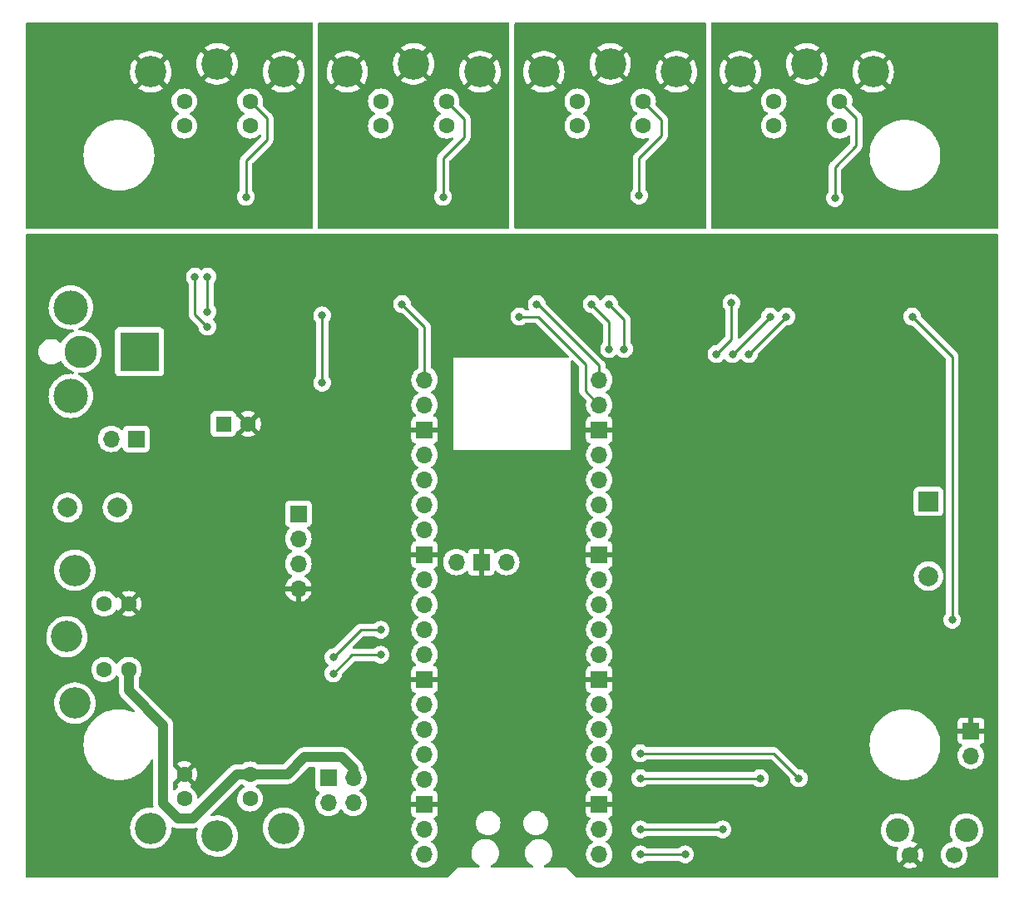
<source format=gbl>
G04 #@! TF.GenerationSoftware,KiCad,Pcbnew,6.0.11+dfsg-1*
G04 #@! TF.CreationDate,2024-08-25T21:45:09-05:00*
G04 #@! TF.ProjectId,hootswitch,686f6f74-7377-4697-9463-682e6b696361,rev?*
G04 #@! TF.SameCoordinates,Original*
G04 #@! TF.FileFunction,Copper,L2,Bot*
G04 #@! TF.FilePolarity,Positive*
%FSLAX46Y46*%
G04 Gerber Fmt 4.6, Leading zero omitted, Abs format (unit mm)*
G04 Created by KiCad (PCBNEW 6.0.11+dfsg-1) date 2024-08-25 21:45:09*
%MOMM*%
%LPD*%
G01*
G04 APERTURE LIST*
G04 #@! TA.AperFunction,ComponentPad*
%ADD10R,1.600000X1.600000*%
G04 #@! TD*
G04 #@! TA.AperFunction,ComponentPad*
%ADD11C,1.600000*%
G04 #@! TD*
G04 #@! TA.AperFunction,ComponentPad*
%ADD12C,3.200000*%
G04 #@! TD*
G04 #@! TA.AperFunction,ComponentPad*
%ADD13C,2.400000*%
G04 #@! TD*
G04 #@! TA.AperFunction,ComponentPad*
%ADD14C,1.700000*%
G04 #@! TD*
G04 #@! TA.AperFunction,ComponentPad*
%ADD15R,1.700000X1.700000*%
G04 #@! TD*
G04 #@! TA.AperFunction,ComponentPad*
%ADD16O,1.700000X1.700000*%
G04 #@! TD*
G04 #@! TA.AperFunction,ComponentPad*
%ADD17R,4.000000X4.000000*%
G04 #@! TD*
G04 #@! TA.AperFunction,ComponentPad*
%ADD18C,3.300000*%
G04 #@! TD*
G04 #@! TA.AperFunction,ComponentPad*
%ADD19C,3.500000*%
G04 #@! TD*
G04 #@! TA.AperFunction,ComponentPad*
%ADD20R,2.000000X2.000000*%
G04 #@! TD*
G04 #@! TA.AperFunction,ComponentPad*
%ADD21C,2.000000*%
G04 #@! TD*
G04 #@! TA.AperFunction,ViaPad*
%ADD22C,0.800000*%
G04 #@! TD*
G04 #@! TA.AperFunction,Conductor*
%ADD23C,1.000000*%
G04 #@! TD*
G04 #@! TA.AperFunction,Conductor*
%ADD24C,0.250000*%
G04 #@! TD*
G04 APERTURE END LIST*
D10*
X80645000Y-101346000D03*
D11*
X83145000Y-101346000D03*
X116650000Y-68500000D03*
X123350000Y-68500000D03*
X116650000Y-71000000D03*
X123350000Y-71000000D03*
D12*
X126760000Y-65510000D03*
X113240000Y-65510000D03*
X120000000Y-64700000D03*
D11*
X96650000Y-68500000D03*
X103350000Y-68500000D03*
X96650000Y-71000000D03*
X103350000Y-71000000D03*
D12*
X93240000Y-65510000D03*
X100000000Y-64700000D03*
X106760000Y-65510000D03*
D11*
X68500000Y-126350000D03*
X68500000Y-119650000D03*
X71000000Y-126350000D03*
X71000000Y-119650000D03*
D12*
X65510000Y-116240000D03*
X65510000Y-129760000D03*
X64700000Y-123000000D03*
D13*
X149250000Y-142700000D03*
X156250000Y-142700000D03*
D14*
X155000000Y-145200000D03*
X150500000Y-145200000D03*
D15*
X156718000Y-132583000D03*
D16*
X156718000Y-135123000D03*
D17*
X72100000Y-94000000D03*
D18*
X66100000Y-94000000D03*
D19*
X65100000Y-89500000D03*
X65100000Y-98500000D03*
D11*
X136650000Y-68500000D03*
X143350000Y-68500000D03*
X136650000Y-71000000D03*
X143350000Y-71000000D03*
D12*
X146760000Y-65510000D03*
X133240000Y-65510000D03*
X140000000Y-64700000D03*
D20*
X152400000Y-109230000D03*
D21*
X152400000Y-116830000D03*
D15*
X88265000Y-110490000D03*
D16*
X88265000Y-113030000D03*
X88265000Y-115570000D03*
X88265000Y-118110000D03*
D21*
X64770000Y-109855000D03*
X69850000Y-109855000D03*
D11*
X76650000Y-68500000D03*
X83350000Y-68500000D03*
X76650000Y-71000000D03*
X83350000Y-71000000D03*
D12*
X86760000Y-65510000D03*
X73240000Y-65510000D03*
X80000000Y-64700000D03*
D11*
X83350000Y-139500000D03*
X76650000Y-139500000D03*
X83350000Y-137000000D03*
X76650000Y-137000000D03*
D12*
X73240000Y-142490000D03*
X80000000Y-143300000D03*
X86760000Y-142490000D03*
D16*
X118890000Y-145130000D03*
X118890000Y-142590000D03*
D15*
X118890000Y-140050000D03*
D16*
X118890000Y-137510000D03*
X118890000Y-134970000D03*
X118890000Y-132430000D03*
X118890000Y-129890000D03*
D15*
X118890000Y-127350000D03*
D16*
X118890000Y-124810000D03*
X118890000Y-122270000D03*
X118890000Y-119730000D03*
X118890000Y-117190000D03*
D15*
X118890000Y-114650000D03*
D16*
X118890000Y-112110000D03*
X118890000Y-109570000D03*
X118890000Y-107030000D03*
X118890000Y-104490000D03*
D15*
X118890000Y-101950000D03*
D16*
X118890000Y-99410000D03*
X118890000Y-96870000D03*
X101110000Y-96870000D03*
X101110000Y-99410000D03*
D15*
X101110000Y-101950000D03*
D16*
X101110000Y-104490000D03*
X101110000Y-107030000D03*
X101110000Y-109570000D03*
X101110000Y-112110000D03*
D15*
X101110000Y-114650000D03*
D16*
X101110000Y-117190000D03*
X101110000Y-119730000D03*
X101110000Y-122270000D03*
X101110000Y-124810000D03*
D15*
X101110000Y-127350000D03*
D16*
X101110000Y-129890000D03*
X101110000Y-132430000D03*
X101110000Y-134970000D03*
X101110000Y-137510000D03*
D15*
X101110000Y-140050000D03*
D16*
X101110000Y-142590000D03*
X101110000Y-145130000D03*
X109415900Y-115400000D03*
D15*
X106875900Y-115400000D03*
D16*
X104335900Y-115400000D03*
D15*
X91325000Y-137389000D03*
D16*
X93865000Y-137389000D03*
X91325000Y-139929000D03*
X93865000Y-139929000D03*
D15*
X71755000Y-102870000D03*
D16*
X69215000Y-102870000D03*
D22*
X128524000Y-127254000D03*
X92964000Y-83058000D03*
X124714000Y-127254000D03*
X81280000Y-123825000D03*
X75234800Y-129565400D03*
X139954000Y-132207000D03*
X89408000Y-82804000D03*
X80010000Y-133985000D03*
X133096000Y-83058000D03*
X80010000Y-130175000D03*
X141478000Y-84328000D03*
X145415000Y-91186000D03*
X92075000Y-118110000D03*
X121158000Y-84328000D03*
X86995000Y-130175000D03*
X112776000Y-83058000D03*
X128524000Y-132207000D03*
X143764000Y-132207000D03*
X129540000Y-83058000D03*
X136144000Y-132207000D03*
X77470000Y-106045000D03*
X85979000Y-91567000D03*
X136144000Y-127254000D03*
X143764000Y-127254000D03*
X83185000Y-106680000D03*
X149352000Y-83058000D03*
X157226000Y-127381000D03*
X106045000Y-91440000D03*
X139954000Y-127254000D03*
X85090000Y-108585000D03*
X151130000Y-126492000D03*
X101346000Y-84328000D03*
X132334000Y-132207000D03*
X83185000Y-123190000D03*
X80010000Y-132080000D03*
X125730000Y-91440000D03*
X81534000Y-84328000D03*
X76200000Y-104775000D03*
X132334000Y-127254000D03*
X72898000Y-83058000D03*
X90170000Y-123825000D03*
X109474000Y-83058000D03*
X124714000Y-132207000D03*
X91821000Y-126746000D03*
X96647000Y-124841000D03*
X82931000Y-78232000D03*
X102997000Y-78232000D03*
X122936000Y-78105000D03*
X142875000Y-78359000D03*
X91821000Y-125095000D03*
X96647000Y-122301000D03*
X127635000Y-145161000D03*
X123063000Y-145161000D03*
X131445000Y-142621000D03*
X123063000Y-142621000D03*
X135255000Y-137414000D03*
X123063000Y-137414000D03*
X123063000Y-134874000D03*
X139192000Y-137414000D03*
X78994000Y-86360000D03*
X78994000Y-89916000D03*
X90678000Y-97155000D03*
X90678000Y-90297000D03*
X77724000Y-86360000D03*
X78989701Y-91444299D03*
X112522000Y-89154000D03*
X110744000Y-90424000D03*
X98806000Y-89154000D03*
X121412000Y-93726000D03*
X119888000Y-89154000D03*
X130810000Y-94234000D03*
X132334000Y-89027000D03*
X119888000Y-93726000D03*
X118110000Y-89154000D03*
X134112000Y-94234000D03*
X137922000Y-90424000D03*
X150749000Y-90424000D03*
X154813000Y-121285000D03*
X132461000Y-94234000D03*
X136271000Y-90424000D03*
D23*
X74500000Y-132000000D02*
X74500000Y-140000000D01*
X74500000Y-140000000D02*
X76000000Y-141500000D01*
X88900000Y-135255000D02*
X87155000Y-137000000D01*
X71000000Y-128500000D02*
X74500000Y-132000000D01*
X82000000Y-137000000D02*
X83350000Y-137000000D01*
X93865000Y-137389000D02*
X93865000Y-136410000D01*
X87155000Y-137000000D02*
X83350000Y-137000000D01*
X77500000Y-141500000D02*
X82000000Y-137000000D01*
X76000000Y-141500000D02*
X77500000Y-141500000D01*
X71000000Y-126350000D02*
X71000000Y-128500000D01*
X93865000Y-136410000D02*
X92710000Y-135255000D01*
X92710000Y-135255000D02*
X88900000Y-135255000D01*
D24*
X93726000Y-124841000D02*
X91821000Y-126746000D01*
X96647000Y-124841000D02*
X93726000Y-124841000D01*
X85090000Y-70231000D02*
X85081000Y-70231000D01*
X85090000Y-72390000D02*
X85090000Y-70231000D01*
X85081000Y-70231000D02*
X83350000Y-68500000D01*
X82931000Y-78232000D02*
X82931000Y-74549000D01*
X82931000Y-74549000D02*
X85090000Y-72390000D01*
X102997000Y-78232000D02*
X102997000Y-74295000D01*
X105156000Y-72136000D02*
X105156000Y-70306000D01*
X105156000Y-70306000D02*
X103350000Y-68500000D01*
X102997000Y-74295000D02*
X105156000Y-72136000D01*
X125222000Y-70372000D02*
X123350000Y-68500000D01*
X122936000Y-78105000D02*
X122936000Y-74295000D01*
X125222000Y-72009000D02*
X125222000Y-70372000D01*
X122936000Y-74295000D02*
X125222000Y-72009000D01*
X145034000Y-70184000D02*
X143350000Y-68500000D01*
X145034000Y-73025000D02*
X145034000Y-70184000D01*
X142875000Y-75184000D02*
X145034000Y-73025000D01*
X142875000Y-78359000D02*
X142875000Y-75184000D01*
X94615000Y-122301000D02*
X96647000Y-122301000D01*
X91821000Y-125095000D02*
X94615000Y-122301000D01*
X123063000Y-145161000D02*
X127635000Y-145161000D01*
X123063000Y-142621000D02*
X131445000Y-142621000D01*
X123063000Y-137414000D02*
X135255000Y-137414000D01*
X123063000Y-134874000D02*
X136652000Y-134874000D01*
X136652000Y-134874000D02*
X139192000Y-137414000D01*
X78994000Y-89916000D02*
X78994000Y-86360000D01*
X90678000Y-90297000D02*
X90678000Y-97155000D01*
X77724000Y-86360000D02*
X77724000Y-90178598D01*
X77724000Y-90178598D02*
X78989701Y-91444299D01*
X112522000Y-89154000D02*
X112649000Y-89154000D01*
X118890000Y-95395000D02*
X118890000Y-96870000D01*
X112649000Y-89154000D02*
X118890000Y-95395000D01*
X117475000Y-95250000D02*
X112649000Y-90424000D01*
X118890000Y-99410000D02*
X117475000Y-97995000D01*
X117475000Y-97995000D02*
X117475000Y-95250000D01*
X112649000Y-90424000D02*
X110744000Y-90424000D01*
X101110000Y-91458000D02*
X98806000Y-89154000D01*
X101110000Y-91458000D02*
X101110000Y-96870000D01*
X121412000Y-90678000D02*
X119888000Y-89154000D01*
X121412000Y-93726000D02*
X121412000Y-90678000D01*
X132334000Y-92710000D02*
X132334000Y-89027000D01*
X130810000Y-94234000D02*
X132334000Y-92710000D01*
X119888000Y-90932000D02*
X118110000Y-89154000D01*
X119888000Y-93726000D02*
X119888000Y-90932000D01*
X134112000Y-94234000D02*
X137922000Y-90424000D01*
X154813000Y-121285000D02*
X154813000Y-94488000D01*
X154813000Y-94488000D02*
X150749000Y-90424000D01*
X136271000Y-90424000D02*
X132461000Y-94234000D01*
G04 #@! TA.AperFunction,Conductor*
G36*
X89692121Y-60520502D02*
G01*
X89738614Y-60574158D01*
X89750000Y-60626500D01*
X89750000Y-81374000D01*
X89729998Y-81442121D01*
X89676342Y-81488614D01*
X89624000Y-81500000D01*
X60626500Y-81500000D01*
X60558379Y-81479998D01*
X60511886Y-81426342D01*
X60500500Y-81374000D01*
X60500500Y-78232000D01*
X82025540Y-78232000D01*
X82045326Y-78420256D01*
X82103821Y-78600284D01*
X82198467Y-78764216D01*
X82325129Y-78904888D01*
X82478270Y-79016151D01*
X82651197Y-79093144D01*
X82749212Y-79113978D01*
X82829897Y-79131128D01*
X82829901Y-79131128D01*
X82836354Y-79132500D01*
X83025646Y-79132500D01*
X83032099Y-79131128D01*
X83032103Y-79131128D01*
X83112788Y-79113978D01*
X83210803Y-79093144D01*
X83383730Y-79016151D01*
X83536871Y-78904888D01*
X83663533Y-78764216D01*
X83758179Y-78600284D01*
X83816674Y-78420256D01*
X83836460Y-78232000D01*
X83816674Y-78043744D01*
X83758179Y-77863716D01*
X83663533Y-77699784D01*
X83588864Y-77616856D01*
X83558147Y-77552848D01*
X83556500Y-77532545D01*
X83556500Y-74860280D01*
X83576502Y-74792159D01*
X83593405Y-74771185D01*
X85477349Y-72887242D01*
X85485469Y-72879853D01*
X85491877Y-72875786D01*
X85537885Y-72826793D01*
X85540640Y-72823951D01*
X85560120Y-72804471D01*
X85562548Y-72801341D01*
X85562620Y-72801259D01*
X85570229Y-72792351D01*
X85600062Y-72760582D01*
X85609636Y-72743167D01*
X85620493Y-72726638D01*
X85627814Y-72717200D01*
X85632673Y-72710936D01*
X85649979Y-72670943D01*
X85655200Y-72660287D01*
X85672376Y-72629045D01*
X85672380Y-72629036D01*
X85676197Y-72622092D01*
X85681140Y-72602839D01*
X85687544Y-72584136D01*
X85692287Y-72573175D01*
X85695437Y-72565896D01*
X85702254Y-72522852D01*
X85704662Y-72511229D01*
X85713529Y-72476696D01*
X85713529Y-72476695D01*
X85715500Y-72469019D01*
X85715500Y-72449144D01*
X85717051Y-72429433D01*
X85718920Y-72417633D01*
X85720160Y-72409804D01*
X85716059Y-72366420D01*
X85715500Y-72354563D01*
X85715500Y-70302035D01*
X85717732Y-70278425D01*
X85717742Y-70278373D01*
X85719227Y-70270588D01*
X85715749Y-70215305D01*
X85715500Y-70207394D01*
X85715500Y-70191650D01*
X85713526Y-70176027D01*
X85712782Y-70168151D01*
X85709802Y-70120779D01*
X85709304Y-70112862D01*
X85706839Y-70105276D01*
X85701664Y-70082121D01*
X85701658Y-70082077D01*
X85700664Y-70074208D01*
X85680264Y-70022686D01*
X85677583Y-70015238D01*
X85662917Y-69970099D01*
X85662916Y-69970098D01*
X85660467Y-69962559D01*
X85656193Y-69955825D01*
X85645425Y-69934691D01*
X85645404Y-69934637D01*
X85645403Y-69934635D01*
X85642486Y-69927268D01*
X85609913Y-69882435D01*
X85605464Y-69875888D01*
X85580033Y-69835815D01*
X85580032Y-69835814D01*
X85575786Y-69829123D01*
X85569969Y-69823660D01*
X85554282Y-69805866D01*
X85554253Y-69805826D01*
X85549594Y-69799413D01*
X85506907Y-69764100D01*
X85500976Y-69758871D01*
X85466359Y-69726363D01*
X85460582Y-69720938D01*
X85454045Y-69717344D01*
X85439576Y-69704986D01*
X84650230Y-68915640D01*
X84616204Y-68853328D01*
X84617618Y-68793935D01*
X84634210Y-68732010D01*
X84634211Y-68732007D01*
X84635635Y-68726692D01*
X84655468Y-68500000D01*
X84635635Y-68273308D01*
X84576739Y-68053504D01*
X84480568Y-67847266D01*
X84350047Y-67660861D01*
X84189139Y-67499953D01*
X84002734Y-67369432D01*
X83997756Y-67367111D01*
X83997753Y-67367109D01*
X83801478Y-67275584D01*
X83801476Y-67275583D01*
X83796496Y-67273261D01*
X83791188Y-67271839D01*
X83791186Y-67271838D01*
X83582007Y-67215789D01*
X83582005Y-67215789D01*
X83576692Y-67214365D01*
X83350000Y-67194532D01*
X83123308Y-67214365D01*
X83117995Y-67215789D01*
X83117993Y-67215789D01*
X82908814Y-67271838D01*
X82908812Y-67271839D01*
X82903504Y-67273261D01*
X82898524Y-67275583D01*
X82898522Y-67275584D01*
X82702247Y-67367109D01*
X82702244Y-67367111D01*
X82697266Y-67369432D01*
X82510861Y-67499953D01*
X82349953Y-67660861D01*
X82219432Y-67847266D01*
X82123261Y-68053504D01*
X82064365Y-68273308D01*
X82044532Y-68500000D01*
X82064365Y-68726692D01*
X82065789Y-68732005D01*
X82065789Y-68732007D01*
X82082383Y-68793935D01*
X82123261Y-68946496D01*
X82219432Y-69152734D01*
X82349953Y-69339139D01*
X82510861Y-69500047D01*
X82697266Y-69630568D01*
X82702247Y-69632891D01*
X82702251Y-69632893D01*
X82708496Y-69635805D01*
X82761782Y-69682722D01*
X82781243Y-69750999D01*
X82760702Y-69818959D01*
X82708496Y-69864195D01*
X82702251Y-69867107D01*
X82702247Y-69867109D01*
X82697266Y-69869432D01*
X82510861Y-69999953D01*
X82349953Y-70160861D01*
X82219432Y-70347266D01*
X82217111Y-70352244D01*
X82217109Y-70352247D01*
X82160639Y-70473347D01*
X82123261Y-70553504D01*
X82064365Y-70773308D01*
X82044532Y-71000000D01*
X82064365Y-71226692D01*
X82123261Y-71446496D01*
X82125583Y-71451476D01*
X82125584Y-71451478D01*
X82189008Y-71587489D01*
X82219432Y-71652734D01*
X82349953Y-71839139D01*
X82510861Y-72000047D01*
X82697266Y-72130568D01*
X82702244Y-72132889D01*
X82702247Y-72132891D01*
X82834389Y-72194510D01*
X82903504Y-72226739D01*
X82908812Y-72228161D01*
X82908814Y-72228162D01*
X83117993Y-72284211D01*
X83117995Y-72284211D01*
X83123308Y-72285635D01*
X83350000Y-72305468D01*
X83576692Y-72285635D01*
X83582005Y-72284211D01*
X83582007Y-72284211D01*
X83791186Y-72228162D01*
X83791188Y-72228161D01*
X83796496Y-72226739D01*
X83865611Y-72194510D01*
X83997753Y-72132891D01*
X83997756Y-72132889D01*
X84002734Y-72130568D01*
X84189139Y-72000047D01*
X84249405Y-71939781D01*
X84311717Y-71905755D01*
X84382532Y-71910820D01*
X84439368Y-71953367D01*
X84464179Y-72019887D01*
X84464500Y-72028876D01*
X84464500Y-72078720D01*
X84444498Y-72146841D01*
X84427595Y-72167815D01*
X82543651Y-74051758D01*
X82535531Y-74059147D01*
X82529123Y-74063214D01*
X82523697Y-74068992D01*
X82483115Y-74112207D01*
X82480360Y-74115049D01*
X82460880Y-74134529D01*
X82458452Y-74137659D01*
X82458380Y-74137741D01*
X82450771Y-74146649D01*
X82420938Y-74178418D01*
X82417119Y-74185365D01*
X82411365Y-74195832D01*
X82400508Y-74212361D01*
X82388327Y-74228064D01*
X82385179Y-74235339D01*
X82371020Y-74268058D01*
X82365798Y-74278718D01*
X82344803Y-74316908D01*
X82339859Y-74336164D01*
X82333460Y-74354853D01*
X82325562Y-74373104D01*
X82324322Y-74380934D01*
X82318744Y-74416154D01*
X82316340Y-74427763D01*
X82305500Y-74469981D01*
X82305500Y-74489856D01*
X82303949Y-74509566D01*
X82300840Y-74529196D01*
X82301586Y-74537088D01*
X82304941Y-74572579D01*
X82305500Y-74584437D01*
X82305500Y-77532545D01*
X82285498Y-77600666D01*
X82273137Y-77616855D01*
X82198467Y-77699784D01*
X82103821Y-77863716D01*
X82045326Y-78043744D01*
X82025540Y-78232000D01*
X60500500Y-78232000D01*
X60500500Y-74000000D01*
X66394559Y-74000000D01*
X66414310Y-74376871D01*
X66414823Y-74380111D01*
X66414824Y-74380119D01*
X66429057Y-74469981D01*
X66473347Y-74749613D01*
X66571022Y-75114143D01*
X66706266Y-75466465D01*
X66877597Y-75802720D01*
X67083137Y-76119225D01*
X67320635Y-76412511D01*
X67587489Y-76679365D01*
X67880775Y-76916863D01*
X68197280Y-77122403D01*
X68200214Y-77123898D01*
X68200221Y-77123902D01*
X68530595Y-77292236D01*
X68533535Y-77293734D01*
X68885857Y-77428978D01*
X69250387Y-77526653D01*
X69448353Y-77558008D01*
X69619881Y-77585176D01*
X69619889Y-77585177D01*
X69623129Y-77585690D01*
X69905720Y-77600500D01*
X70094280Y-77600500D01*
X70376871Y-77585690D01*
X70380111Y-77585177D01*
X70380119Y-77585176D01*
X70551647Y-77558008D01*
X70749613Y-77526653D01*
X71114143Y-77428978D01*
X71466465Y-77293734D01*
X71469405Y-77292236D01*
X71799779Y-77123902D01*
X71799786Y-77123898D01*
X71802720Y-77122403D01*
X72119225Y-76916863D01*
X72412511Y-76679365D01*
X72679365Y-76412511D01*
X72916863Y-76119225D01*
X73120606Y-75805489D01*
X73120607Y-75805487D01*
X73122403Y-75802721D01*
X73123903Y-75799779D01*
X73292236Y-75469405D01*
X73293734Y-75466465D01*
X73428978Y-75114143D01*
X73526653Y-74749613D01*
X73570943Y-74469981D01*
X73585176Y-74380119D01*
X73585177Y-74380111D01*
X73585690Y-74376871D01*
X73605441Y-74000000D01*
X73585690Y-73623129D01*
X73526653Y-73250387D01*
X73428978Y-72885857D01*
X73427161Y-72881122D01*
X73367859Y-72726638D01*
X73293734Y-72533535D01*
X73285303Y-72516989D01*
X73123902Y-72200221D01*
X73123898Y-72200214D01*
X73122403Y-72197280D01*
X73080589Y-72132891D01*
X72918665Y-71883550D01*
X72916863Y-71880775D01*
X72679365Y-71587489D01*
X72412511Y-71320635D01*
X72119225Y-71083137D01*
X71991205Y-71000000D01*
X75344532Y-71000000D01*
X75364365Y-71226692D01*
X75423261Y-71446496D01*
X75425583Y-71451476D01*
X75425584Y-71451478D01*
X75489008Y-71587489D01*
X75519432Y-71652734D01*
X75649953Y-71839139D01*
X75810861Y-72000047D01*
X75997266Y-72130568D01*
X76002244Y-72132889D01*
X76002247Y-72132891D01*
X76134389Y-72194510D01*
X76203504Y-72226739D01*
X76208812Y-72228161D01*
X76208814Y-72228162D01*
X76417993Y-72284211D01*
X76417995Y-72284211D01*
X76423308Y-72285635D01*
X76650000Y-72305468D01*
X76876692Y-72285635D01*
X76882005Y-72284211D01*
X76882007Y-72284211D01*
X77091186Y-72228162D01*
X77091188Y-72228161D01*
X77096496Y-72226739D01*
X77165611Y-72194510D01*
X77297753Y-72132891D01*
X77297756Y-72132889D01*
X77302734Y-72130568D01*
X77489139Y-72000047D01*
X77650047Y-71839139D01*
X77780568Y-71652734D01*
X77810993Y-71587489D01*
X77874416Y-71451478D01*
X77874417Y-71451476D01*
X77876739Y-71446496D01*
X77935635Y-71226692D01*
X77955468Y-71000000D01*
X77935635Y-70773308D01*
X77876739Y-70553504D01*
X77839361Y-70473347D01*
X77782891Y-70352247D01*
X77782889Y-70352244D01*
X77780568Y-70347266D01*
X77650047Y-70160861D01*
X77489139Y-69999953D01*
X77302734Y-69869432D01*
X77297753Y-69867109D01*
X77297749Y-69867107D01*
X77291504Y-69864195D01*
X77238218Y-69817278D01*
X77218757Y-69749001D01*
X77239298Y-69681041D01*
X77291504Y-69635805D01*
X77297749Y-69632893D01*
X77297753Y-69632891D01*
X77302734Y-69630568D01*
X77489139Y-69500047D01*
X77650047Y-69339139D01*
X77780568Y-69152734D01*
X77876739Y-68946496D01*
X77917618Y-68793935D01*
X77934211Y-68732007D01*
X77934211Y-68732005D01*
X77935635Y-68726692D01*
X77955468Y-68500000D01*
X77935635Y-68273308D01*
X77876739Y-68053504D01*
X77780568Y-67847266D01*
X77650047Y-67660861D01*
X77489139Y-67499953D01*
X77302734Y-67369432D01*
X77297756Y-67367111D01*
X77297753Y-67367109D01*
X77101478Y-67275584D01*
X77101476Y-67275583D01*
X77096496Y-67273261D01*
X77091188Y-67271839D01*
X77091186Y-67271838D01*
X76882007Y-67215789D01*
X76882005Y-67215789D01*
X76876692Y-67214365D01*
X76650000Y-67194532D01*
X76423308Y-67214365D01*
X76417995Y-67215789D01*
X76417993Y-67215789D01*
X76208814Y-67271838D01*
X76208812Y-67271839D01*
X76203504Y-67273261D01*
X76198524Y-67275583D01*
X76198522Y-67275584D01*
X76002247Y-67367109D01*
X76002244Y-67367111D01*
X75997266Y-67369432D01*
X75810861Y-67499953D01*
X75649953Y-67660861D01*
X75519432Y-67847266D01*
X75423261Y-68053504D01*
X75364365Y-68273308D01*
X75344532Y-68500000D01*
X75364365Y-68726692D01*
X75365789Y-68732005D01*
X75365789Y-68732007D01*
X75382383Y-68793935D01*
X75423261Y-68946496D01*
X75519432Y-69152734D01*
X75649953Y-69339139D01*
X75810861Y-69500047D01*
X75997266Y-69630568D01*
X76002247Y-69632891D01*
X76002251Y-69632893D01*
X76008496Y-69635805D01*
X76061782Y-69682722D01*
X76081243Y-69750999D01*
X76060702Y-69818959D01*
X76008496Y-69864195D01*
X76002251Y-69867107D01*
X76002247Y-69867109D01*
X75997266Y-69869432D01*
X75810861Y-69999953D01*
X75649953Y-70160861D01*
X75519432Y-70347266D01*
X75517111Y-70352244D01*
X75517109Y-70352247D01*
X75460639Y-70473347D01*
X75423261Y-70553504D01*
X75364365Y-70773308D01*
X75344532Y-71000000D01*
X71991205Y-71000000D01*
X71802720Y-70877597D01*
X71799786Y-70876102D01*
X71799779Y-70876098D01*
X71469405Y-70707764D01*
X71466465Y-70706266D01*
X71114143Y-70571022D01*
X70749613Y-70473347D01*
X70551647Y-70441992D01*
X70380119Y-70414824D01*
X70380111Y-70414823D01*
X70376871Y-70414310D01*
X70094280Y-70399500D01*
X69905720Y-70399500D01*
X69623129Y-70414310D01*
X69619889Y-70414823D01*
X69619881Y-70414824D01*
X69448353Y-70441992D01*
X69250387Y-70473347D01*
X68885857Y-70571022D01*
X68533535Y-70706266D01*
X68530595Y-70707764D01*
X68200221Y-70876098D01*
X68200214Y-70876102D01*
X68197280Y-70877597D01*
X67880775Y-71083137D01*
X67587489Y-71320635D01*
X67320635Y-71587489D01*
X67083137Y-71880775D01*
X67081335Y-71883550D01*
X66879395Y-72194510D01*
X66879393Y-72194513D01*
X66877597Y-72197279D01*
X66876102Y-72200213D01*
X66876098Y-72200220D01*
X66735227Y-72476696D01*
X66706266Y-72533535D01*
X66632141Y-72726638D01*
X66572840Y-72881122D01*
X66571022Y-72885857D01*
X66473347Y-73250387D01*
X66414310Y-73623129D01*
X66394559Y-74000000D01*
X60500500Y-74000000D01*
X60500500Y-67170647D01*
X71944625Y-67170647D01*
X71951680Y-67180620D01*
X71994757Y-67216637D01*
X72001694Y-67221677D01*
X72237895Y-67369846D01*
X72245446Y-67373895D01*
X72499581Y-67488640D01*
X72507612Y-67491627D01*
X72774967Y-67570822D01*
X72783318Y-67572689D01*
X73058954Y-67614867D01*
X73067487Y-67615583D01*
X73346291Y-67619963D01*
X73354842Y-67619514D01*
X73631659Y-67586016D01*
X73640073Y-67584411D01*
X73909786Y-67513654D01*
X73917902Y-67510923D01*
X74175521Y-67404213D01*
X74183183Y-67400410D01*
X74423933Y-67259727D01*
X74431020Y-67254910D01*
X74525883Y-67180529D01*
X74532941Y-67170647D01*
X85464625Y-67170647D01*
X85471680Y-67180620D01*
X85514757Y-67216637D01*
X85521694Y-67221677D01*
X85757895Y-67369846D01*
X85765446Y-67373895D01*
X86019581Y-67488640D01*
X86027612Y-67491627D01*
X86294967Y-67570822D01*
X86303318Y-67572689D01*
X86578954Y-67614867D01*
X86587487Y-67615583D01*
X86866291Y-67619963D01*
X86874842Y-67619514D01*
X87151659Y-67586016D01*
X87160073Y-67584411D01*
X87429786Y-67513654D01*
X87437902Y-67510923D01*
X87695521Y-67404213D01*
X87703183Y-67400410D01*
X87943933Y-67259727D01*
X87951020Y-67254910D01*
X88045883Y-67180529D01*
X88054353Y-67168670D01*
X88047836Y-67157046D01*
X86772812Y-65882022D01*
X86758868Y-65874408D01*
X86757035Y-65874539D01*
X86750420Y-65878790D01*
X85471917Y-67157293D01*
X85464625Y-67170647D01*
X74532941Y-67170647D01*
X74534353Y-67168670D01*
X74527836Y-67157046D01*
X73252812Y-65882022D01*
X73238868Y-65874408D01*
X73237035Y-65874539D01*
X73230420Y-65878790D01*
X71951917Y-67157293D01*
X71944625Y-67170647D01*
X60500500Y-67170647D01*
X60500500Y-65492154D01*
X71127437Y-65492154D01*
X71143488Y-65770533D01*
X71144561Y-65779033D01*
X71198246Y-66052664D01*
X71200457Y-66060916D01*
X71290782Y-66324736D01*
X71294097Y-66332621D01*
X71419389Y-66581736D01*
X71423745Y-66589102D01*
X71567432Y-66798166D01*
X71577685Y-66806510D01*
X71591426Y-66799364D01*
X72867978Y-65522812D01*
X72874356Y-65511132D01*
X73604408Y-65511132D01*
X73604539Y-65512965D01*
X73608790Y-65519580D01*
X74887264Y-66798054D01*
X74899474Y-66804721D01*
X74910973Y-66796032D01*
X75021464Y-66645617D01*
X75026048Y-66638393D01*
X75159099Y-66393346D01*
X75162667Y-66385553D01*
X75172078Y-66360647D01*
X78704625Y-66360647D01*
X78711680Y-66370620D01*
X78754757Y-66406637D01*
X78761694Y-66411677D01*
X78997895Y-66559846D01*
X79005446Y-66563895D01*
X79259581Y-66678640D01*
X79267612Y-66681627D01*
X79534967Y-66760822D01*
X79543318Y-66762689D01*
X79818954Y-66804867D01*
X79827487Y-66805583D01*
X80106291Y-66809963D01*
X80114842Y-66809514D01*
X80391659Y-66776016D01*
X80400073Y-66774411D01*
X80669786Y-66703654D01*
X80677902Y-66700923D01*
X80935521Y-66594213D01*
X80943183Y-66590410D01*
X81183933Y-66449727D01*
X81191020Y-66444910D01*
X81285883Y-66370529D01*
X81294353Y-66358670D01*
X81287836Y-66347046D01*
X80012812Y-65072022D01*
X79998868Y-65064408D01*
X79997035Y-65064539D01*
X79990420Y-65068790D01*
X78711917Y-66347293D01*
X78704625Y-66360647D01*
X75172078Y-66360647D01*
X75261227Y-66124721D01*
X75263704Y-66116515D01*
X75325954Y-65844718D01*
X75327294Y-65836257D01*
X75352243Y-65556715D01*
X75352489Y-65551776D01*
X75352900Y-65512485D01*
X75352757Y-65507519D01*
X75333669Y-65227520D01*
X75332508Y-65219046D01*
X75275962Y-64945998D01*
X75273658Y-64937744D01*
X75183149Y-64682154D01*
X77887437Y-64682154D01*
X77903488Y-64960533D01*
X77904561Y-64969033D01*
X77958246Y-65242664D01*
X77960457Y-65250916D01*
X78050782Y-65514736D01*
X78054097Y-65522621D01*
X78179389Y-65771736D01*
X78183745Y-65779102D01*
X78327432Y-65988166D01*
X78337685Y-65996510D01*
X78351426Y-65989364D01*
X79627978Y-64712812D01*
X79634356Y-64701132D01*
X80364408Y-64701132D01*
X80364539Y-64702965D01*
X80368790Y-64709580D01*
X81647264Y-65988054D01*
X81659474Y-65994721D01*
X81670973Y-65986032D01*
X81781464Y-65835617D01*
X81786048Y-65828393D01*
X81919099Y-65583346D01*
X81922667Y-65575553D01*
X81954181Y-65492154D01*
X84647437Y-65492154D01*
X84663488Y-65770533D01*
X84664561Y-65779033D01*
X84718246Y-66052664D01*
X84720457Y-66060916D01*
X84810782Y-66324736D01*
X84814097Y-66332621D01*
X84939389Y-66581736D01*
X84943745Y-66589102D01*
X85087432Y-66798166D01*
X85097685Y-66806510D01*
X85111426Y-66799364D01*
X86387978Y-65522812D01*
X86394356Y-65511132D01*
X87124408Y-65511132D01*
X87124539Y-65512965D01*
X87128790Y-65519580D01*
X88407264Y-66798054D01*
X88419474Y-66804721D01*
X88430973Y-66796032D01*
X88541464Y-66645617D01*
X88546048Y-66638393D01*
X88679099Y-66393346D01*
X88682667Y-66385553D01*
X88781227Y-66124721D01*
X88783704Y-66116515D01*
X88845954Y-65844718D01*
X88847294Y-65836257D01*
X88872243Y-65556715D01*
X88872489Y-65551776D01*
X88872900Y-65512485D01*
X88872757Y-65507519D01*
X88853669Y-65227520D01*
X88852508Y-65219046D01*
X88795962Y-64945998D01*
X88793658Y-64937744D01*
X88700579Y-64674897D01*
X88697183Y-64667049D01*
X88569286Y-64419254D01*
X88564858Y-64411942D01*
X88431812Y-64222636D01*
X88421290Y-64214256D01*
X88407902Y-64221308D01*
X87132022Y-65497188D01*
X87124408Y-65511132D01*
X86394356Y-65511132D01*
X86395592Y-65508868D01*
X86395461Y-65507035D01*
X86391210Y-65500420D01*
X85112160Y-64221370D01*
X85100150Y-64214811D01*
X85088410Y-64223779D01*
X84966748Y-64393091D01*
X84962226Y-64400385D01*
X84831757Y-64646799D01*
X84828271Y-64654627D01*
X84732446Y-64916481D01*
X84730057Y-64924704D01*
X84670654Y-65197151D01*
X84669405Y-65205607D01*
X84647526Y-65483604D01*
X84647437Y-65492154D01*
X81954181Y-65492154D01*
X82021227Y-65314721D01*
X82023704Y-65306515D01*
X82085954Y-65034718D01*
X82087294Y-65026257D01*
X82112243Y-64746715D01*
X82112489Y-64741776D01*
X82112900Y-64702485D01*
X82112757Y-64697519D01*
X82093669Y-64417520D01*
X82092508Y-64409046D01*
X82035962Y-64135998D01*
X82033658Y-64127744D01*
X81940579Y-63864897D01*
X81937183Y-63857049D01*
X81934246Y-63851359D01*
X85465442Y-63851359D01*
X85471837Y-63862627D01*
X86747188Y-65137978D01*
X86761132Y-65145592D01*
X86762965Y-65145461D01*
X86769580Y-65141210D01*
X88047667Y-63863123D01*
X88054858Y-63849954D01*
X88047535Y-63839716D01*
X87987298Y-63790413D01*
X87980326Y-63785457D01*
X87742560Y-63639754D01*
X87734990Y-63635796D01*
X87479657Y-63523714D01*
X87471597Y-63520812D01*
X87203432Y-63444424D01*
X87195054Y-63442642D01*
X86918998Y-63403353D01*
X86910451Y-63402726D01*
X86631614Y-63401265D01*
X86623081Y-63401802D01*
X86346622Y-63438200D01*
X86338221Y-63439894D01*
X86069274Y-63513469D01*
X86061179Y-63516288D01*
X85804694Y-63625688D01*
X85797071Y-63629572D01*
X85557809Y-63772767D01*
X85550771Y-63777658D01*
X85473912Y-63839233D01*
X85465442Y-63851359D01*
X81934246Y-63851359D01*
X81809286Y-63609254D01*
X81804858Y-63601942D01*
X81671812Y-63412636D01*
X81661290Y-63404256D01*
X81647902Y-63411308D01*
X80372022Y-64687188D01*
X80364408Y-64701132D01*
X79634356Y-64701132D01*
X79635592Y-64698868D01*
X79635461Y-64697035D01*
X79631210Y-64690420D01*
X78352160Y-63411370D01*
X78340150Y-63404811D01*
X78328410Y-63413779D01*
X78206748Y-63583091D01*
X78202226Y-63590385D01*
X78071757Y-63836799D01*
X78068271Y-63844627D01*
X77972446Y-64106481D01*
X77970057Y-64114704D01*
X77910654Y-64387151D01*
X77909405Y-64395607D01*
X77887526Y-64673604D01*
X77887437Y-64682154D01*
X75183149Y-64682154D01*
X75180579Y-64674897D01*
X75177183Y-64667049D01*
X75049286Y-64419254D01*
X75044858Y-64411942D01*
X74911812Y-64222636D01*
X74901290Y-64214256D01*
X74887902Y-64221308D01*
X73612022Y-65497188D01*
X73604408Y-65511132D01*
X72874356Y-65511132D01*
X72875592Y-65508868D01*
X72875461Y-65507035D01*
X72871210Y-65500420D01*
X71592160Y-64221370D01*
X71580150Y-64214811D01*
X71568410Y-64223779D01*
X71446748Y-64393091D01*
X71442226Y-64400385D01*
X71311757Y-64646799D01*
X71308271Y-64654627D01*
X71212446Y-64916481D01*
X71210057Y-64924704D01*
X71150654Y-65197151D01*
X71149405Y-65205607D01*
X71127526Y-65483604D01*
X71127437Y-65492154D01*
X60500500Y-65492154D01*
X60500500Y-63851359D01*
X71945442Y-63851359D01*
X71951837Y-63862627D01*
X73227188Y-65137978D01*
X73241132Y-65145592D01*
X73242965Y-65145461D01*
X73249580Y-65141210D01*
X74527667Y-63863123D01*
X74534858Y-63849954D01*
X74527535Y-63839716D01*
X74467298Y-63790413D01*
X74460326Y-63785457D01*
X74222560Y-63639754D01*
X74214990Y-63635796D01*
X73959657Y-63523714D01*
X73951597Y-63520812D01*
X73683432Y-63444424D01*
X73675054Y-63442642D01*
X73398998Y-63403353D01*
X73390451Y-63402726D01*
X73111614Y-63401265D01*
X73103081Y-63401802D01*
X72826622Y-63438200D01*
X72818221Y-63439894D01*
X72549274Y-63513469D01*
X72541179Y-63516288D01*
X72284694Y-63625688D01*
X72277071Y-63629572D01*
X72037809Y-63772767D01*
X72030771Y-63777658D01*
X71953912Y-63839233D01*
X71945442Y-63851359D01*
X60500500Y-63851359D01*
X60500500Y-63041359D01*
X78705442Y-63041359D01*
X78711837Y-63052627D01*
X79987188Y-64327978D01*
X80001132Y-64335592D01*
X80002965Y-64335461D01*
X80009580Y-64331210D01*
X81287667Y-63053123D01*
X81294858Y-63039954D01*
X81287535Y-63029716D01*
X81227298Y-62980413D01*
X81220326Y-62975457D01*
X80982560Y-62829754D01*
X80974990Y-62825796D01*
X80719657Y-62713714D01*
X80711597Y-62710812D01*
X80443432Y-62634424D01*
X80435054Y-62632642D01*
X80158998Y-62593353D01*
X80150451Y-62592726D01*
X79871614Y-62591265D01*
X79863081Y-62591802D01*
X79586622Y-62628200D01*
X79578221Y-62629894D01*
X79309274Y-62703469D01*
X79301179Y-62706288D01*
X79044694Y-62815688D01*
X79037071Y-62819572D01*
X78797809Y-62962767D01*
X78790771Y-62967658D01*
X78713912Y-63029233D01*
X78705442Y-63041359D01*
X60500500Y-63041359D01*
X60500500Y-60626500D01*
X60520502Y-60558379D01*
X60574158Y-60511886D01*
X60626500Y-60500500D01*
X89624000Y-60500500D01*
X89692121Y-60520502D01*
G37*
G04 #@! TD.AperFunction*
G04 #@! TA.AperFunction,Conductor*
G36*
X129692121Y-60520502D02*
G01*
X129738614Y-60574158D01*
X129750000Y-60626500D01*
X129750000Y-81374000D01*
X129729998Y-81442121D01*
X129676342Y-81488614D01*
X129624000Y-81500000D01*
X110376000Y-81500000D01*
X110307879Y-81479998D01*
X110261386Y-81426342D01*
X110250000Y-81374000D01*
X110250000Y-78105000D01*
X122030540Y-78105000D01*
X122050326Y-78293256D01*
X122108821Y-78473284D01*
X122203467Y-78637216D01*
X122330129Y-78777888D01*
X122483270Y-78889151D01*
X122656197Y-78966144D01*
X122754212Y-78986978D01*
X122834897Y-79004128D01*
X122834901Y-79004128D01*
X122841354Y-79005500D01*
X123030646Y-79005500D01*
X123037099Y-79004128D01*
X123037103Y-79004128D01*
X123117788Y-78986978D01*
X123215803Y-78966144D01*
X123388730Y-78889151D01*
X123541871Y-78777888D01*
X123668533Y-78637216D01*
X123763179Y-78473284D01*
X123821674Y-78293256D01*
X123841460Y-78105000D01*
X123821674Y-77916744D01*
X123763179Y-77736716D01*
X123668533Y-77572784D01*
X123593864Y-77489856D01*
X123563147Y-77425848D01*
X123561500Y-77405545D01*
X123561500Y-74606280D01*
X123581502Y-74538159D01*
X123598405Y-74517185D01*
X125609349Y-72506242D01*
X125617469Y-72498853D01*
X125623877Y-72494786D01*
X125669885Y-72445793D01*
X125672640Y-72442951D01*
X125692120Y-72423471D01*
X125694548Y-72420341D01*
X125694620Y-72420259D01*
X125702229Y-72411351D01*
X125732062Y-72379582D01*
X125741636Y-72362167D01*
X125752493Y-72345638D01*
X125759814Y-72336200D01*
X125764673Y-72329936D01*
X125781979Y-72289943D01*
X125787200Y-72279287D01*
X125804376Y-72248045D01*
X125804380Y-72248036D01*
X125808197Y-72241092D01*
X125810572Y-72231845D01*
X125813140Y-72221840D01*
X125819544Y-72203136D01*
X125824287Y-72192175D01*
X125827437Y-72184896D01*
X125834254Y-72141852D01*
X125836662Y-72130229D01*
X125845529Y-72095696D01*
X125845529Y-72095695D01*
X125847500Y-72088019D01*
X125847500Y-72068144D01*
X125849051Y-72048433D01*
X125850920Y-72036633D01*
X125852160Y-72028804D01*
X125848059Y-71985420D01*
X125847500Y-71973563D01*
X125847500Y-70449703D01*
X125848017Y-70438743D01*
X125849673Y-70431333D01*
X125847562Y-70364159D01*
X125847500Y-70360201D01*
X125847500Y-70332650D01*
X125847004Y-70328727D01*
X125846997Y-70328612D01*
X125846077Y-70316926D01*
X125844958Y-70281299D01*
X125844709Y-70273373D01*
X125839163Y-70254284D01*
X125835156Y-70234938D01*
X125832664Y-70215208D01*
X125816616Y-70174677D01*
X125812781Y-70163476D01*
X125800618Y-70121610D01*
X125790500Y-70104501D01*
X125781805Y-70086755D01*
X125774486Y-70068268D01*
X125748869Y-70033009D01*
X125742354Y-70023090D01*
X125724210Y-69992410D01*
X125724207Y-69992406D01*
X125720170Y-69985580D01*
X125706120Y-69971530D01*
X125693279Y-69956496D01*
X125686254Y-69946827D01*
X125681594Y-69940413D01*
X125648010Y-69912630D01*
X125639231Y-69904641D01*
X124650230Y-68915640D01*
X124616204Y-68853328D01*
X124617618Y-68793935D01*
X124634210Y-68732010D01*
X124634211Y-68732007D01*
X124635635Y-68726692D01*
X124655468Y-68500000D01*
X124635635Y-68273308D01*
X124576739Y-68053504D01*
X124480568Y-67847266D01*
X124350047Y-67660861D01*
X124189139Y-67499953D01*
X124002734Y-67369432D01*
X123997756Y-67367111D01*
X123997753Y-67367109D01*
X123801478Y-67275584D01*
X123801476Y-67275583D01*
X123796496Y-67273261D01*
X123791188Y-67271839D01*
X123791186Y-67271838D01*
X123582007Y-67215789D01*
X123582005Y-67215789D01*
X123576692Y-67214365D01*
X123350000Y-67194532D01*
X123123308Y-67214365D01*
X123117995Y-67215789D01*
X123117993Y-67215789D01*
X122908814Y-67271838D01*
X122908812Y-67271839D01*
X122903504Y-67273261D01*
X122898524Y-67275583D01*
X122898522Y-67275584D01*
X122702247Y-67367109D01*
X122702244Y-67367111D01*
X122697266Y-67369432D01*
X122510861Y-67499953D01*
X122349953Y-67660861D01*
X122219432Y-67847266D01*
X122123261Y-68053504D01*
X122064365Y-68273308D01*
X122044532Y-68500000D01*
X122064365Y-68726692D01*
X122065789Y-68732005D01*
X122065789Y-68732007D01*
X122082383Y-68793935D01*
X122123261Y-68946496D01*
X122219432Y-69152734D01*
X122349953Y-69339139D01*
X122510861Y-69500047D01*
X122697266Y-69630568D01*
X122702247Y-69632891D01*
X122702251Y-69632893D01*
X122708496Y-69635805D01*
X122761782Y-69682722D01*
X122781243Y-69750999D01*
X122760702Y-69818959D01*
X122708496Y-69864195D01*
X122702251Y-69867107D01*
X122702247Y-69867109D01*
X122697266Y-69869432D01*
X122510861Y-69999953D01*
X122349953Y-70160861D01*
X122219432Y-70347266D01*
X122217111Y-70352244D01*
X122217109Y-70352247D01*
X122125584Y-70548522D01*
X122123261Y-70553504D01*
X122064365Y-70773308D01*
X122044532Y-71000000D01*
X122064365Y-71226692D01*
X122123261Y-71446496D01*
X122219432Y-71652734D01*
X122349953Y-71839139D01*
X122510861Y-72000047D01*
X122697266Y-72130568D01*
X122702244Y-72132889D01*
X122702247Y-72132891D01*
X122872402Y-72212236D01*
X122903504Y-72226739D01*
X122908812Y-72228161D01*
X122908814Y-72228162D01*
X123117993Y-72284211D01*
X123117995Y-72284211D01*
X123123308Y-72285635D01*
X123350000Y-72305468D01*
X123576692Y-72285635D01*
X123582005Y-72284211D01*
X123582007Y-72284211D01*
X123642298Y-72268056D01*
X123783747Y-72230155D01*
X123854722Y-72231845D01*
X123913518Y-72271639D01*
X123941466Y-72336903D01*
X123929693Y-72406917D01*
X123905452Y-72440957D01*
X122548651Y-73797758D01*
X122540531Y-73805147D01*
X122534123Y-73809214D01*
X122528697Y-73814992D01*
X122488115Y-73858207D01*
X122485360Y-73861049D01*
X122465880Y-73880529D01*
X122463452Y-73883659D01*
X122463380Y-73883741D01*
X122455771Y-73892649D01*
X122425938Y-73924418D01*
X122422119Y-73931365D01*
X122416365Y-73941832D01*
X122405508Y-73958361D01*
X122393327Y-73974064D01*
X122390179Y-73981339D01*
X122376020Y-74014058D01*
X122370798Y-74024718D01*
X122349803Y-74062908D01*
X122344859Y-74082164D01*
X122338460Y-74100853D01*
X122330562Y-74119104D01*
X122329322Y-74126934D01*
X122323744Y-74162154D01*
X122321340Y-74173763D01*
X122310500Y-74215981D01*
X122310500Y-74235856D01*
X122308949Y-74255566D01*
X122305840Y-74275196D01*
X122306586Y-74283088D01*
X122309941Y-74318579D01*
X122310500Y-74330437D01*
X122310500Y-77405545D01*
X122290498Y-77473666D01*
X122278137Y-77489855D01*
X122203467Y-77572784D01*
X122108821Y-77736716D01*
X122050326Y-77916744D01*
X122030540Y-78105000D01*
X110250000Y-78105000D01*
X110250000Y-71000000D01*
X115344532Y-71000000D01*
X115364365Y-71226692D01*
X115423261Y-71446496D01*
X115519432Y-71652734D01*
X115649953Y-71839139D01*
X115810861Y-72000047D01*
X115997266Y-72130568D01*
X116002244Y-72132889D01*
X116002247Y-72132891D01*
X116172402Y-72212236D01*
X116203504Y-72226739D01*
X116208812Y-72228161D01*
X116208814Y-72228162D01*
X116417993Y-72284211D01*
X116417995Y-72284211D01*
X116423308Y-72285635D01*
X116650000Y-72305468D01*
X116876692Y-72285635D01*
X116882005Y-72284211D01*
X116882007Y-72284211D01*
X117091186Y-72228162D01*
X117091188Y-72228161D01*
X117096496Y-72226739D01*
X117127598Y-72212236D01*
X117297753Y-72132891D01*
X117297756Y-72132889D01*
X117302734Y-72130568D01*
X117489139Y-72000047D01*
X117650047Y-71839139D01*
X117780568Y-71652734D01*
X117876739Y-71446496D01*
X117935635Y-71226692D01*
X117955468Y-71000000D01*
X117935635Y-70773308D01*
X117876739Y-70553504D01*
X117874416Y-70548522D01*
X117782891Y-70352247D01*
X117782889Y-70352244D01*
X117780568Y-70347266D01*
X117650047Y-70160861D01*
X117489139Y-69999953D01*
X117302734Y-69869432D01*
X117297753Y-69867109D01*
X117297749Y-69867107D01*
X117291504Y-69864195D01*
X117238218Y-69817278D01*
X117218757Y-69749001D01*
X117239298Y-69681041D01*
X117291504Y-69635805D01*
X117297749Y-69632893D01*
X117297753Y-69632891D01*
X117302734Y-69630568D01*
X117489139Y-69500047D01*
X117650047Y-69339139D01*
X117780568Y-69152734D01*
X117876739Y-68946496D01*
X117917618Y-68793935D01*
X117934211Y-68732007D01*
X117934211Y-68732005D01*
X117935635Y-68726692D01*
X117955468Y-68500000D01*
X117935635Y-68273308D01*
X117876739Y-68053504D01*
X117780568Y-67847266D01*
X117650047Y-67660861D01*
X117489139Y-67499953D01*
X117302734Y-67369432D01*
X117297756Y-67367111D01*
X117297753Y-67367109D01*
X117101478Y-67275584D01*
X117101476Y-67275583D01*
X117096496Y-67273261D01*
X117091188Y-67271839D01*
X117091186Y-67271838D01*
X116882007Y-67215789D01*
X116882005Y-67215789D01*
X116876692Y-67214365D01*
X116650000Y-67194532D01*
X116423308Y-67214365D01*
X116417995Y-67215789D01*
X116417993Y-67215789D01*
X116208814Y-67271838D01*
X116208812Y-67271839D01*
X116203504Y-67273261D01*
X116198524Y-67275583D01*
X116198522Y-67275584D01*
X116002247Y-67367109D01*
X116002244Y-67367111D01*
X115997266Y-67369432D01*
X115810861Y-67499953D01*
X115649953Y-67660861D01*
X115519432Y-67847266D01*
X115423261Y-68053504D01*
X115364365Y-68273308D01*
X115344532Y-68500000D01*
X115364365Y-68726692D01*
X115365789Y-68732005D01*
X115365789Y-68732007D01*
X115382383Y-68793935D01*
X115423261Y-68946496D01*
X115519432Y-69152734D01*
X115649953Y-69339139D01*
X115810861Y-69500047D01*
X115997266Y-69630568D01*
X116002247Y-69632891D01*
X116002251Y-69632893D01*
X116008496Y-69635805D01*
X116061782Y-69682722D01*
X116081243Y-69750999D01*
X116060702Y-69818959D01*
X116008496Y-69864195D01*
X116002251Y-69867107D01*
X116002247Y-69867109D01*
X115997266Y-69869432D01*
X115810861Y-69999953D01*
X115649953Y-70160861D01*
X115519432Y-70347266D01*
X115517111Y-70352244D01*
X115517109Y-70352247D01*
X115425584Y-70548522D01*
X115423261Y-70553504D01*
X115364365Y-70773308D01*
X115344532Y-71000000D01*
X110250000Y-71000000D01*
X110250000Y-67170647D01*
X111944625Y-67170647D01*
X111951680Y-67180620D01*
X111994757Y-67216637D01*
X112001694Y-67221677D01*
X112237895Y-67369846D01*
X112245446Y-67373895D01*
X112499581Y-67488640D01*
X112507612Y-67491627D01*
X112774967Y-67570822D01*
X112783318Y-67572689D01*
X113058954Y-67614867D01*
X113067487Y-67615583D01*
X113346291Y-67619963D01*
X113354842Y-67619514D01*
X113631659Y-67586016D01*
X113640073Y-67584411D01*
X113909786Y-67513654D01*
X113917902Y-67510923D01*
X114175521Y-67404213D01*
X114183183Y-67400410D01*
X114423933Y-67259727D01*
X114431020Y-67254910D01*
X114525883Y-67180529D01*
X114532941Y-67170647D01*
X125464625Y-67170647D01*
X125471680Y-67180620D01*
X125514757Y-67216637D01*
X125521694Y-67221677D01*
X125757895Y-67369846D01*
X125765446Y-67373895D01*
X126019581Y-67488640D01*
X126027612Y-67491627D01*
X126294967Y-67570822D01*
X126303318Y-67572689D01*
X126578954Y-67614867D01*
X126587487Y-67615583D01*
X126866291Y-67619963D01*
X126874842Y-67619514D01*
X127151659Y-67586016D01*
X127160073Y-67584411D01*
X127429786Y-67513654D01*
X127437902Y-67510923D01*
X127695521Y-67404213D01*
X127703183Y-67400410D01*
X127943933Y-67259727D01*
X127951020Y-67254910D01*
X128045883Y-67180529D01*
X128054353Y-67168670D01*
X128047836Y-67157046D01*
X126772812Y-65882022D01*
X126758868Y-65874408D01*
X126757035Y-65874539D01*
X126750420Y-65878790D01*
X125471917Y-67157293D01*
X125464625Y-67170647D01*
X114532941Y-67170647D01*
X114534353Y-67168670D01*
X114527836Y-67157046D01*
X113252812Y-65882022D01*
X113238868Y-65874408D01*
X113237035Y-65874539D01*
X113230420Y-65878790D01*
X111951917Y-67157293D01*
X111944625Y-67170647D01*
X110250000Y-67170647D01*
X110250000Y-65492154D01*
X111127437Y-65492154D01*
X111143488Y-65770533D01*
X111144561Y-65779033D01*
X111198246Y-66052664D01*
X111200457Y-66060916D01*
X111290782Y-66324736D01*
X111294097Y-66332621D01*
X111419389Y-66581736D01*
X111423745Y-66589102D01*
X111567432Y-66798166D01*
X111577685Y-66806510D01*
X111591426Y-66799364D01*
X112867978Y-65522812D01*
X112874356Y-65511132D01*
X113604408Y-65511132D01*
X113604539Y-65512965D01*
X113608790Y-65519580D01*
X114887264Y-66798054D01*
X114899474Y-66804721D01*
X114910973Y-66796032D01*
X115021464Y-66645617D01*
X115026048Y-66638393D01*
X115159099Y-66393346D01*
X115162667Y-66385553D01*
X115172078Y-66360647D01*
X118704625Y-66360647D01*
X118711680Y-66370620D01*
X118754757Y-66406637D01*
X118761694Y-66411677D01*
X118997895Y-66559846D01*
X119005446Y-66563895D01*
X119259581Y-66678640D01*
X119267612Y-66681627D01*
X119534967Y-66760822D01*
X119543318Y-66762689D01*
X119818954Y-66804867D01*
X119827487Y-66805583D01*
X120106291Y-66809963D01*
X120114842Y-66809514D01*
X120391659Y-66776016D01*
X120400073Y-66774411D01*
X120669786Y-66703654D01*
X120677902Y-66700923D01*
X120935521Y-66594213D01*
X120943183Y-66590410D01*
X121183933Y-66449727D01*
X121191020Y-66444910D01*
X121285883Y-66370529D01*
X121294353Y-66358670D01*
X121287836Y-66347046D01*
X120012812Y-65072022D01*
X119998868Y-65064408D01*
X119997035Y-65064539D01*
X119990420Y-65068790D01*
X118711917Y-66347293D01*
X118704625Y-66360647D01*
X115172078Y-66360647D01*
X115261227Y-66124721D01*
X115263704Y-66116515D01*
X115325954Y-65844718D01*
X115327294Y-65836257D01*
X115352243Y-65556715D01*
X115352489Y-65551776D01*
X115352900Y-65512485D01*
X115352757Y-65507519D01*
X115333669Y-65227520D01*
X115332508Y-65219046D01*
X115275962Y-64945998D01*
X115273658Y-64937744D01*
X115183149Y-64682154D01*
X117887437Y-64682154D01*
X117903488Y-64960533D01*
X117904561Y-64969033D01*
X117958246Y-65242664D01*
X117960457Y-65250916D01*
X118050782Y-65514736D01*
X118054097Y-65522621D01*
X118179389Y-65771736D01*
X118183745Y-65779102D01*
X118327432Y-65988166D01*
X118337685Y-65996510D01*
X118351426Y-65989364D01*
X119627978Y-64712812D01*
X119634356Y-64701132D01*
X120364408Y-64701132D01*
X120364539Y-64702965D01*
X120368790Y-64709580D01*
X121647264Y-65988054D01*
X121659474Y-65994721D01*
X121670973Y-65986032D01*
X121781464Y-65835617D01*
X121786048Y-65828393D01*
X121919099Y-65583346D01*
X121922667Y-65575553D01*
X121954181Y-65492154D01*
X124647437Y-65492154D01*
X124663488Y-65770533D01*
X124664561Y-65779033D01*
X124718246Y-66052664D01*
X124720457Y-66060916D01*
X124810782Y-66324736D01*
X124814097Y-66332621D01*
X124939389Y-66581736D01*
X124943745Y-66589102D01*
X125087432Y-66798166D01*
X125097685Y-66806510D01*
X125111426Y-66799364D01*
X126387978Y-65522812D01*
X126394356Y-65511132D01*
X127124408Y-65511132D01*
X127124539Y-65512965D01*
X127128790Y-65519580D01*
X128407264Y-66798054D01*
X128419474Y-66804721D01*
X128430973Y-66796032D01*
X128541464Y-66645617D01*
X128546048Y-66638393D01*
X128679099Y-66393346D01*
X128682667Y-66385553D01*
X128781227Y-66124721D01*
X128783704Y-66116515D01*
X128845954Y-65844718D01*
X128847294Y-65836257D01*
X128872243Y-65556715D01*
X128872489Y-65551776D01*
X128872900Y-65512485D01*
X128872757Y-65507519D01*
X128853669Y-65227520D01*
X128852508Y-65219046D01*
X128795962Y-64945998D01*
X128793658Y-64937744D01*
X128700579Y-64674897D01*
X128697183Y-64667049D01*
X128569286Y-64419254D01*
X128564858Y-64411942D01*
X128431812Y-64222636D01*
X128421290Y-64214256D01*
X128407902Y-64221308D01*
X127132022Y-65497188D01*
X127124408Y-65511132D01*
X126394356Y-65511132D01*
X126395592Y-65508868D01*
X126395461Y-65507035D01*
X126391210Y-65500420D01*
X125112160Y-64221370D01*
X125100150Y-64214811D01*
X125088410Y-64223779D01*
X124966748Y-64393091D01*
X124962226Y-64400385D01*
X124831757Y-64646799D01*
X124828271Y-64654627D01*
X124732446Y-64916481D01*
X124730057Y-64924704D01*
X124670654Y-65197151D01*
X124669405Y-65205607D01*
X124647526Y-65483604D01*
X124647437Y-65492154D01*
X121954181Y-65492154D01*
X122021227Y-65314721D01*
X122023704Y-65306515D01*
X122085954Y-65034718D01*
X122087294Y-65026257D01*
X122112243Y-64746715D01*
X122112489Y-64741776D01*
X122112900Y-64702485D01*
X122112757Y-64697519D01*
X122093669Y-64417520D01*
X122092508Y-64409046D01*
X122035962Y-64135998D01*
X122033658Y-64127744D01*
X121940579Y-63864897D01*
X121937183Y-63857049D01*
X121934246Y-63851359D01*
X125465442Y-63851359D01*
X125471837Y-63862627D01*
X126747188Y-65137978D01*
X126761132Y-65145592D01*
X126762965Y-65145461D01*
X126769580Y-65141210D01*
X128047667Y-63863123D01*
X128054858Y-63849954D01*
X128047535Y-63839716D01*
X127987298Y-63790413D01*
X127980326Y-63785457D01*
X127742560Y-63639754D01*
X127734990Y-63635796D01*
X127479657Y-63523714D01*
X127471597Y-63520812D01*
X127203432Y-63444424D01*
X127195054Y-63442642D01*
X126918998Y-63403353D01*
X126910451Y-63402726D01*
X126631614Y-63401265D01*
X126623081Y-63401802D01*
X126346622Y-63438200D01*
X126338221Y-63439894D01*
X126069274Y-63513469D01*
X126061179Y-63516288D01*
X125804694Y-63625688D01*
X125797071Y-63629572D01*
X125557809Y-63772767D01*
X125550771Y-63777658D01*
X125473912Y-63839233D01*
X125465442Y-63851359D01*
X121934246Y-63851359D01*
X121809286Y-63609254D01*
X121804858Y-63601942D01*
X121671812Y-63412636D01*
X121661290Y-63404256D01*
X121647902Y-63411308D01*
X120372022Y-64687188D01*
X120364408Y-64701132D01*
X119634356Y-64701132D01*
X119635592Y-64698868D01*
X119635461Y-64697035D01*
X119631210Y-64690420D01*
X118352160Y-63411370D01*
X118340150Y-63404811D01*
X118328410Y-63413779D01*
X118206748Y-63583091D01*
X118202226Y-63590385D01*
X118071757Y-63836799D01*
X118068271Y-63844627D01*
X117972446Y-64106481D01*
X117970057Y-64114704D01*
X117910654Y-64387151D01*
X117909405Y-64395607D01*
X117887526Y-64673604D01*
X117887437Y-64682154D01*
X115183149Y-64682154D01*
X115180579Y-64674897D01*
X115177183Y-64667049D01*
X115049286Y-64419254D01*
X115044858Y-64411942D01*
X114911812Y-64222636D01*
X114901290Y-64214256D01*
X114887902Y-64221308D01*
X113612022Y-65497188D01*
X113604408Y-65511132D01*
X112874356Y-65511132D01*
X112875592Y-65508868D01*
X112875461Y-65507035D01*
X112871210Y-65500420D01*
X111592160Y-64221370D01*
X111580150Y-64214811D01*
X111568410Y-64223779D01*
X111446748Y-64393091D01*
X111442226Y-64400385D01*
X111311757Y-64646799D01*
X111308271Y-64654627D01*
X111212446Y-64916481D01*
X111210057Y-64924704D01*
X111150654Y-65197151D01*
X111149405Y-65205607D01*
X111127526Y-65483604D01*
X111127437Y-65492154D01*
X110250000Y-65492154D01*
X110250000Y-63851359D01*
X111945442Y-63851359D01*
X111951837Y-63862627D01*
X113227188Y-65137978D01*
X113241132Y-65145592D01*
X113242965Y-65145461D01*
X113249580Y-65141210D01*
X114527667Y-63863123D01*
X114534858Y-63849954D01*
X114527535Y-63839716D01*
X114467298Y-63790413D01*
X114460326Y-63785457D01*
X114222560Y-63639754D01*
X114214990Y-63635796D01*
X113959657Y-63523714D01*
X113951597Y-63520812D01*
X113683432Y-63444424D01*
X113675054Y-63442642D01*
X113398998Y-63403353D01*
X113390451Y-63402726D01*
X113111614Y-63401265D01*
X113103081Y-63401802D01*
X112826622Y-63438200D01*
X112818221Y-63439894D01*
X112549274Y-63513469D01*
X112541179Y-63516288D01*
X112284694Y-63625688D01*
X112277071Y-63629572D01*
X112037809Y-63772767D01*
X112030771Y-63777658D01*
X111953912Y-63839233D01*
X111945442Y-63851359D01*
X110250000Y-63851359D01*
X110250000Y-63041359D01*
X118705442Y-63041359D01*
X118711837Y-63052627D01*
X119987188Y-64327978D01*
X120001132Y-64335592D01*
X120002965Y-64335461D01*
X120009580Y-64331210D01*
X121287667Y-63053123D01*
X121294858Y-63039954D01*
X121287535Y-63029716D01*
X121227298Y-62980413D01*
X121220326Y-62975457D01*
X120982560Y-62829754D01*
X120974990Y-62825796D01*
X120719657Y-62713714D01*
X120711597Y-62710812D01*
X120443432Y-62634424D01*
X120435054Y-62632642D01*
X120158998Y-62593353D01*
X120150451Y-62592726D01*
X119871614Y-62591265D01*
X119863081Y-62591802D01*
X119586622Y-62628200D01*
X119578221Y-62629894D01*
X119309274Y-62703469D01*
X119301179Y-62706288D01*
X119044694Y-62815688D01*
X119037071Y-62819572D01*
X118797809Y-62962767D01*
X118790771Y-62967658D01*
X118713912Y-63029233D01*
X118705442Y-63041359D01*
X110250000Y-63041359D01*
X110250000Y-60626500D01*
X110270002Y-60558379D01*
X110323658Y-60511886D01*
X110376000Y-60500500D01*
X129624000Y-60500500D01*
X129692121Y-60520502D01*
G37*
G04 #@! TD.AperFunction*
G04 #@! TA.AperFunction,Conductor*
G36*
X159441621Y-82020002D02*
G01*
X159488114Y-82073658D01*
X159499500Y-82126000D01*
X159499500Y-147373500D01*
X159479498Y-147441621D01*
X159425842Y-147488114D01*
X159373500Y-147499500D01*
X116551690Y-147499500D01*
X116483569Y-147479498D01*
X116462595Y-147462595D01*
X115500000Y-146500000D01*
X115045456Y-146500000D01*
X115041130Y-146499833D01*
X115038991Y-146499500D01*
X115023796Y-146499500D01*
X115014459Y-146499154D01*
X114999036Y-146498008D01*
X114965608Y-146495524D01*
X114956832Y-146497397D01*
X114947875Y-146498008D01*
X114947875Y-146498002D01*
X114933682Y-146499500D01*
X113391303Y-146499500D01*
X113323182Y-146479498D01*
X113276689Y-146425842D01*
X113266585Y-146355568D01*
X113296079Y-146290988D01*
X113335871Y-146260349D01*
X113374033Y-146241654D01*
X113444574Y-146207096D01*
X113632062Y-146073363D01*
X113795190Y-145910803D01*
X113847672Y-145837767D01*
X113926559Y-145727983D01*
X113929577Y-145723783D01*
X113942259Y-145698124D01*
X113984688Y-145612275D01*
X114031615Y-145517325D01*
X114054889Y-145440723D01*
X114097059Y-145301927D01*
X114097060Y-145301921D01*
X114098563Y-145296975D01*
X114111912Y-145195580D01*
X114128185Y-145071971D01*
X114128185Y-145071965D01*
X114128622Y-145068649D01*
X114129237Y-145043503D01*
X114130218Y-145003364D01*
X114130218Y-145003360D01*
X114130300Y-145000000D01*
X114111430Y-144770478D01*
X114055326Y-144547120D01*
X113981291Y-144376849D01*
X113965556Y-144340661D01*
X113965554Y-144340658D01*
X113963496Y-144335924D01*
X113883708Y-144212591D01*
X113841215Y-144146906D01*
X113841213Y-144146903D01*
X113838405Y-144142563D01*
X113817774Y-144119889D01*
X113686890Y-143976051D01*
X113686889Y-143976050D01*
X113683412Y-143972229D01*
X113679361Y-143969030D01*
X113679357Y-143969026D01*
X113506735Y-143832697D01*
X113506730Y-143832693D01*
X113502681Y-143829496D01*
X113498165Y-143827003D01*
X113498162Y-143827001D01*
X113305589Y-143720695D01*
X113305585Y-143720693D01*
X113301065Y-143718198D01*
X113296196Y-143716474D01*
X113296192Y-143716472D01*
X113088853Y-143643049D01*
X113088849Y-143643048D01*
X113083978Y-143641323D01*
X113078885Y-143640416D01*
X113078882Y-143640415D01*
X112973191Y-143621589D01*
X112857250Y-143600937D01*
X112770802Y-143599881D01*
X112632141Y-143598186D01*
X112632139Y-143598186D01*
X112626971Y-143598123D01*
X112399325Y-143632958D01*
X112180424Y-143704506D01*
X112128218Y-143731683D01*
X111995169Y-143800944D01*
X111976149Y-143810845D01*
X111791984Y-143949119D01*
X111632877Y-144115616D01*
X111629963Y-144119888D01*
X111629962Y-144119889D01*
X111579877Y-144193311D01*
X111503099Y-144305863D01*
X111500923Y-144310552D01*
X111500919Y-144310558D01*
X111415709Y-144494128D01*
X111406136Y-144514752D01*
X111344592Y-144736673D01*
X111344043Y-144741810D01*
X111320802Y-144959277D01*
X111320119Y-144965665D01*
X111320416Y-144970817D01*
X111320416Y-144970821D01*
X111324607Y-145043503D01*
X111333376Y-145195580D01*
X111334513Y-145200626D01*
X111334514Y-145200632D01*
X111355510Y-145293797D01*
X111384006Y-145420242D01*
X111385948Y-145425024D01*
X111385949Y-145425028D01*
X111468705Y-145628831D01*
X111470649Y-145633618D01*
X111515169Y-145706267D01*
X111587682Y-145824597D01*
X111590979Y-145829978D01*
X111741763Y-146004048D01*
X111918953Y-146151154D01*
X112113286Y-146264713D01*
X112162008Y-146316351D01*
X112175079Y-146386134D01*
X112148347Y-146451906D01*
X112090300Y-146492784D01*
X112049714Y-146499500D01*
X107941303Y-146499500D01*
X107873182Y-146479498D01*
X107826689Y-146425842D01*
X107816585Y-146355568D01*
X107846079Y-146290988D01*
X107885871Y-146260349D01*
X107924033Y-146241654D01*
X107994574Y-146207096D01*
X108182062Y-146073363D01*
X108345190Y-145910803D01*
X108397672Y-145837767D01*
X108476559Y-145727983D01*
X108479577Y-145723783D01*
X108492259Y-145698124D01*
X108534688Y-145612275D01*
X108581615Y-145517325D01*
X108604889Y-145440723D01*
X108647059Y-145301927D01*
X108647060Y-145301921D01*
X108648563Y-145296975D01*
X108661912Y-145195580D01*
X108678185Y-145071971D01*
X108678185Y-145071965D01*
X108678622Y-145068649D01*
X108679237Y-145043503D01*
X108680218Y-145003364D01*
X108680218Y-145003360D01*
X108680300Y-145000000D01*
X108661430Y-144770478D01*
X108605326Y-144547120D01*
X108531291Y-144376849D01*
X108515556Y-144340661D01*
X108515554Y-144340658D01*
X108513496Y-144335924D01*
X108433708Y-144212591D01*
X108391215Y-144146906D01*
X108391213Y-144146903D01*
X108388405Y-144142563D01*
X108367774Y-144119889D01*
X108236890Y-143976051D01*
X108236889Y-143976050D01*
X108233412Y-143972229D01*
X108229361Y-143969030D01*
X108229357Y-143969026D01*
X108056735Y-143832697D01*
X108056730Y-143832693D01*
X108052681Y-143829496D01*
X108048165Y-143827003D01*
X108048162Y-143827001D01*
X107855589Y-143720695D01*
X107855585Y-143720693D01*
X107851065Y-143718198D01*
X107846196Y-143716474D01*
X107846192Y-143716472D01*
X107638853Y-143643049D01*
X107638849Y-143643048D01*
X107633978Y-143641323D01*
X107628885Y-143640416D01*
X107628882Y-143640415D01*
X107523191Y-143621589D01*
X107407250Y-143600937D01*
X107320802Y-143599881D01*
X107182141Y-143598186D01*
X107182139Y-143598186D01*
X107176971Y-143598123D01*
X106949325Y-143632958D01*
X106730424Y-143704506D01*
X106678218Y-143731683D01*
X106545169Y-143800944D01*
X106526149Y-143810845D01*
X106341984Y-143949119D01*
X106182877Y-144115616D01*
X106179963Y-144119888D01*
X106179962Y-144119889D01*
X106129877Y-144193311D01*
X106053099Y-144305863D01*
X106050923Y-144310552D01*
X106050919Y-144310558D01*
X105965709Y-144494128D01*
X105956136Y-144514752D01*
X105894592Y-144736673D01*
X105894043Y-144741810D01*
X105870802Y-144959277D01*
X105870119Y-144965665D01*
X105870416Y-144970817D01*
X105870416Y-144970821D01*
X105874607Y-145043503D01*
X105883376Y-145195580D01*
X105884513Y-145200626D01*
X105884514Y-145200632D01*
X105905510Y-145293797D01*
X105934006Y-145420242D01*
X105935948Y-145425024D01*
X105935949Y-145425028D01*
X106018705Y-145628831D01*
X106020649Y-145633618D01*
X106065169Y-145706267D01*
X106137682Y-145824597D01*
X106140979Y-145829978D01*
X106291763Y-146004048D01*
X106468953Y-146151154D01*
X106663286Y-146264713D01*
X106712008Y-146316351D01*
X106725079Y-146386134D01*
X106698347Y-146451906D01*
X106640300Y-146492784D01*
X106599714Y-146499500D01*
X105070181Y-146499500D01*
X105058296Y-146498172D01*
X105058255Y-146498682D01*
X105049309Y-146497962D01*
X105040553Y-146495981D01*
X105007980Y-146498002D01*
X104987736Y-146499258D01*
X104979933Y-146499500D01*
X104964060Y-146499500D01*
X104961735Y-146499833D01*
X104957044Y-146500000D01*
X104500000Y-146500000D01*
X103537405Y-147462595D01*
X103475093Y-147496621D01*
X103448310Y-147499500D01*
X60626500Y-147499500D01*
X60558379Y-147479498D01*
X60511886Y-147425842D01*
X60500500Y-147373500D01*
X60500500Y-134000000D01*
X66394559Y-134000000D01*
X66414310Y-134376871D01*
X66414823Y-134380111D01*
X66414824Y-134380119D01*
X66435713Y-134512001D01*
X66473347Y-134749613D01*
X66571022Y-135114143D01*
X66572207Y-135117231D01*
X66572208Y-135117233D01*
X66603952Y-135199928D01*
X66706266Y-135466465D01*
X66707764Y-135469405D01*
X66874096Y-135795848D01*
X66877597Y-135802720D01*
X66879393Y-135805486D01*
X66879395Y-135805489D01*
X66967948Y-135941849D01*
X67083137Y-136119225D01*
X67320635Y-136412511D01*
X67587489Y-136679365D01*
X67880775Y-136916863D01*
X67883550Y-136918665D01*
X68072477Y-137041355D01*
X68197280Y-137122403D01*
X68200214Y-137123898D01*
X68200221Y-137123902D01*
X68495967Y-137274592D01*
X68533535Y-137293734D01*
X68717647Y-137364408D01*
X68829736Y-137407435D01*
X68885857Y-137428978D01*
X69250387Y-137526653D01*
X69448353Y-137558008D01*
X69619881Y-137585176D01*
X69619889Y-137585177D01*
X69623129Y-137585690D01*
X69905720Y-137600500D01*
X70094280Y-137600500D01*
X70376871Y-137585690D01*
X70380111Y-137585177D01*
X70380119Y-137585176D01*
X70551647Y-137558008D01*
X70749613Y-137526653D01*
X71114143Y-137428978D01*
X71170265Y-137407435D01*
X71282353Y-137364408D01*
X71466465Y-137293734D01*
X71504033Y-137274592D01*
X71799779Y-137123902D01*
X71799786Y-137123898D01*
X71802720Y-137122403D01*
X71927524Y-137041355D01*
X72116450Y-136918665D01*
X72119225Y-136916863D01*
X72412511Y-136679365D01*
X72679365Y-136412511D01*
X72916863Y-136119225D01*
X73057600Y-135902509D01*
X73120605Y-135805490D01*
X73120607Y-135805487D01*
X73122403Y-135802721D01*
X73123903Y-135799779D01*
X73261233Y-135530252D01*
X73309981Y-135478637D01*
X73378896Y-135461571D01*
X73446098Y-135484472D01*
X73490250Y-135540069D01*
X73499500Y-135587455D01*
X73499500Y-139983830D01*
X73499451Y-139987349D01*
X73497040Y-140073653D01*
X73498148Y-140079938D01*
X73498149Y-140079948D01*
X73507516Y-140133066D01*
X73508785Y-140142208D01*
X73514880Y-140202216D01*
X73522384Y-140226160D01*
X73522687Y-140227128D01*
X73523970Y-140298113D01*
X73486672Y-140358523D01*
X73422635Y-140389179D01*
X73395154Y-140390382D01*
X73394196Y-140390246D01*
X73249338Y-140389488D01*
X73112086Y-140388769D01*
X73112080Y-140388769D01*
X73107800Y-140388747D01*
X73103556Y-140389306D01*
X73103552Y-140389306D01*
X73014477Y-140401033D01*
X72823851Y-140426129D01*
X72819711Y-140427262D01*
X72819709Y-140427262D01*
X72803209Y-140431776D01*
X72547602Y-140501702D01*
X72543654Y-140503386D01*
X72288117Y-140612382D01*
X72288113Y-140612384D01*
X72284165Y-140614068D01*
X72038415Y-140761146D01*
X72035064Y-140763830D01*
X72035062Y-140763832D01*
X71984555Y-140804296D01*
X71814900Y-140940215D01*
X71708206Y-141052647D01*
X71661928Y-141101414D01*
X71617755Y-141147962D01*
X71450629Y-141380543D01*
X71316614Y-141633653D01*
X71218190Y-141902610D01*
X71157178Y-142182436D01*
X71155683Y-142201428D01*
X71135342Y-142459891D01*
X71134707Y-142467953D01*
X71151194Y-142753878D01*
X71152019Y-142758083D01*
X71152020Y-142758091D01*
X71166270Y-142830723D01*
X71206332Y-143034920D01*
X71207719Y-143038970D01*
X71207720Y-143038975D01*
X71297713Y-143301822D01*
X71299102Y-143305878D01*
X71301029Y-143309709D01*
X71375053Y-143456889D01*
X71427787Y-143561740D01*
X71430213Y-143565269D01*
X71430216Y-143565275D01*
X71570431Y-143769288D01*
X71590006Y-143797770D01*
X71592893Y-143800943D01*
X71592894Y-143800944D01*
X71697844Y-143916283D01*
X71782756Y-144009600D01*
X72002472Y-144193311D01*
X72245088Y-144345503D01*
X72248990Y-144347265D01*
X72248994Y-144347267D01*
X72502202Y-144461595D01*
X72502206Y-144461597D01*
X72506114Y-144463361D01*
X72575105Y-144483797D01*
X72776606Y-144543485D01*
X72776611Y-144543486D01*
X72780719Y-144544703D01*
X72784953Y-144545351D01*
X72784958Y-144545352D01*
X72999460Y-144578175D01*
X73063824Y-144588024D01*
X73209589Y-144590314D01*
X73345898Y-144592456D01*
X73345904Y-144592456D01*
X73350189Y-144592523D01*
X73354441Y-144592008D01*
X73354449Y-144592008D01*
X73574221Y-144565411D01*
X73634514Y-144558115D01*
X73638662Y-144557027D01*
X73638666Y-144557026D01*
X73907388Y-144486528D01*
X73911539Y-144485439D01*
X73915500Y-144483799D01*
X73915504Y-144483797D01*
X74107598Y-144404229D01*
X74176138Y-144375839D01*
X74225034Y-144347267D01*
X74419717Y-144233503D01*
X74419718Y-144233503D01*
X74423415Y-144231342D01*
X74541519Y-144138737D01*
X74645421Y-144057267D01*
X74648793Y-144054623D01*
X74695491Y-144006435D01*
X74816416Y-143881649D01*
X74848102Y-143848952D01*
X74850635Y-143845504D01*
X74850639Y-143845499D01*
X75015117Y-143621589D01*
X75017655Y-143618134D01*
X75026992Y-143600937D01*
X75152263Y-143370217D01*
X75152264Y-143370215D01*
X75154313Y-143366441D01*
X75255548Y-143098530D01*
X75294673Y-142927701D01*
X75318530Y-142823538D01*
X75318531Y-142823533D01*
X75319487Y-142819358D01*
X75344946Y-142534092D01*
X75345252Y-142504871D01*
X75345331Y-142497366D01*
X75366046Y-142429459D01*
X75420186Y-142383531D01*
X75490562Y-142374164D01*
X75521364Y-142383049D01*
X75558986Y-142399330D01*
X75564740Y-142401820D01*
X75573072Y-142405795D01*
X75620873Y-142430784D01*
X75620876Y-142430785D01*
X75626530Y-142433741D01*
X75632657Y-142435498D01*
X75632660Y-142435499D01*
X75645942Y-142439307D01*
X75654201Y-142441675D01*
X75669505Y-142447155D01*
X75695919Y-142458586D01*
X75728124Y-142465314D01*
X75754967Y-142470922D01*
X75763930Y-142473140D01*
X75775694Y-142476513D01*
X75821913Y-142489766D01*
X75850612Y-142491974D01*
X75866705Y-142494265D01*
X75894880Y-142500151D01*
X75899719Y-142500405D01*
X75899722Y-142500405D01*
X75899871Y-142500413D01*
X75899887Y-142500413D01*
X75901539Y-142500500D01*
X75956564Y-142500500D01*
X75966231Y-142500871D01*
X76018210Y-142504871D01*
X76018214Y-142504871D01*
X76024570Y-142505360D01*
X76055172Y-142501494D01*
X76070965Y-142500500D01*
X77483830Y-142500500D01*
X77487349Y-142500549D01*
X77567271Y-142502782D01*
X77567274Y-142502782D01*
X77573653Y-142502960D01*
X77579938Y-142501852D01*
X77579948Y-142501851D01*
X77633066Y-142492484D01*
X77642208Y-142491215D01*
X77702216Y-142485120D01*
X77729693Y-142476509D01*
X77745479Y-142472662D01*
X77749985Y-142471867D01*
X77767535Y-142468773D01*
X77767541Y-142468771D01*
X77773821Y-142467664D01*
X77829898Y-142445462D01*
X77838601Y-142442380D01*
X77851113Y-142438459D01*
X77864160Y-142434370D01*
X77935145Y-142433085D01*
X77995556Y-142470382D01*
X78026213Y-142534418D01*
X78020166Y-142597905D01*
X77982805Y-142700000D01*
X77978190Y-142712610D01*
X77917178Y-142992436D01*
X77894707Y-143277953D01*
X77911194Y-143563878D01*
X77912019Y-143568083D01*
X77912020Y-143568091D01*
X77931059Y-143665133D01*
X77966332Y-143844920D01*
X77967719Y-143848970D01*
X77967720Y-143848975D01*
X78052091Y-144095402D01*
X78059102Y-144115878D01*
X78117174Y-144231342D01*
X78175426Y-144347162D01*
X78187787Y-144371740D01*
X78190213Y-144375269D01*
X78190216Y-144375275D01*
X78315879Y-144558115D01*
X78350006Y-144607770D01*
X78352893Y-144610943D01*
X78352894Y-144610944D01*
X78524012Y-144799001D01*
X78542756Y-144819600D01*
X78762472Y-145003311D01*
X79005088Y-145155503D01*
X79008990Y-145157265D01*
X79008994Y-145157267D01*
X79262202Y-145271595D01*
X79262206Y-145271597D01*
X79266114Y-145273361D01*
X79270233Y-145274581D01*
X79536606Y-145353485D01*
X79536611Y-145353486D01*
X79540719Y-145354703D01*
X79544953Y-145355351D01*
X79544958Y-145355352D01*
X79792214Y-145393187D01*
X79823824Y-145398024D01*
X79969589Y-145400314D01*
X80105898Y-145402456D01*
X80105904Y-145402456D01*
X80110189Y-145402523D01*
X80114441Y-145402008D01*
X80114449Y-145402008D01*
X80334221Y-145375411D01*
X80394514Y-145368115D01*
X80398662Y-145367027D01*
X80398666Y-145367026D01*
X80667388Y-145296528D01*
X80671539Y-145295439D01*
X80675500Y-145293799D01*
X80675504Y-145293797D01*
X80888732Y-145205475D01*
X80936138Y-145185839D01*
X80967411Y-145167565D01*
X81179717Y-145043503D01*
X81179718Y-145043503D01*
X81183415Y-145041342D01*
X81286475Y-144960533D01*
X81405421Y-144867267D01*
X81408793Y-144864623D01*
X81455491Y-144816435D01*
X81605119Y-144662030D01*
X81608102Y-144658952D01*
X81610635Y-144655504D01*
X81610639Y-144655499D01*
X81775117Y-144431589D01*
X81777655Y-144428134D01*
X81790911Y-144403720D01*
X81912263Y-144180217D01*
X81912264Y-144180215D01*
X81914313Y-144176441D01*
X82015548Y-143908530D01*
X82040189Y-143800944D01*
X82078530Y-143633538D01*
X82078531Y-143633533D01*
X82079487Y-143629358D01*
X82104946Y-143344092D01*
X82105408Y-143300000D01*
X82104358Y-143284597D01*
X82086220Y-143018540D01*
X82086219Y-143018534D01*
X82085928Y-143014263D01*
X82027850Y-142733814D01*
X81933704Y-142467953D01*
X84654707Y-142467953D01*
X84671194Y-142753878D01*
X84672019Y-142758083D01*
X84672020Y-142758091D01*
X84686270Y-142830723D01*
X84726332Y-143034920D01*
X84727719Y-143038970D01*
X84727720Y-143038975D01*
X84817713Y-143301822D01*
X84819102Y-143305878D01*
X84821029Y-143309709D01*
X84895053Y-143456889D01*
X84947787Y-143561740D01*
X84950213Y-143565269D01*
X84950216Y-143565275D01*
X85090431Y-143769288D01*
X85110006Y-143797770D01*
X85112893Y-143800943D01*
X85112894Y-143800944D01*
X85217844Y-143916283D01*
X85302756Y-144009600D01*
X85522472Y-144193311D01*
X85765088Y-144345503D01*
X85768990Y-144347265D01*
X85768994Y-144347267D01*
X86022202Y-144461595D01*
X86022206Y-144461597D01*
X86026114Y-144463361D01*
X86095105Y-144483797D01*
X86296606Y-144543485D01*
X86296611Y-144543486D01*
X86300719Y-144544703D01*
X86304953Y-144545351D01*
X86304958Y-144545352D01*
X86519460Y-144578175D01*
X86583824Y-144588024D01*
X86729589Y-144590314D01*
X86865898Y-144592456D01*
X86865904Y-144592456D01*
X86870189Y-144592523D01*
X86874441Y-144592008D01*
X86874449Y-144592008D01*
X87094221Y-144565411D01*
X87154514Y-144558115D01*
X87158662Y-144557027D01*
X87158666Y-144557026D01*
X87427388Y-144486528D01*
X87431539Y-144485439D01*
X87435500Y-144483799D01*
X87435504Y-144483797D01*
X87627598Y-144404229D01*
X87696138Y-144375839D01*
X87745034Y-144347267D01*
X87939717Y-144233503D01*
X87939718Y-144233503D01*
X87943415Y-144231342D01*
X88061519Y-144138737D01*
X88165421Y-144057267D01*
X88168793Y-144054623D01*
X88215491Y-144006435D01*
X88336416Y-143881649D01*
X88368102Y-143848952D01*
X88370635Y-143845504D01*
X88370639Y-143845499D01*
X88535117Y-143621589D01*
X88537655Y-143618134D01*
X88546992Y-143600937D01*
X88672263Y-143370217D01*
X88672264Y-143370215D01*
X88674313Y-143366441D01*
X88775548Y-143098530D01*
X88814673Y-142927701D01*
X88838530Y-142823538D01*
X88838531Y-142823533D01*
X88839487Y-142819358D01*
X88864946Y-142534092D01*
X88865298Y-142500549D01*
X88865382Y-142492484D01*
X88865382Y-142492483D01*
X88865408Y-142490000D01*
X88862372Y-142445462D01*
X88846220Y-142208540D01*
X88846219Y-142208534D01*
X88845928Y-142204263D01*
X88835643Y-142154596D01*
X88798455Y-141975024D01*
X88787850Y-141923814D01*
X88692248Y-141653842D01*
X88560891Y-141399342D01*
X88558428Y-141395837D01*
X88398673Y-141168529D01*
X88398668Y-141168523D01*
X88396209Y-141165024D01*
X88259218Y-141017604D01*
X88204172Y-140958367D01*
X88204169Y-140958364D01*
X88201251Y-140955224D01*
X88197935Y-140952510D01*
X88197932Y-140952507D01*
X88060917Y-140840362D01*
X87979623Y-140773823D01*
X87735427Y-140624180D01*
X87717419Y-140616275D01*
X87477110Y-140510786D01*
X87477106Y-140510785D01*
X87473182Y-140509062D01*
X87197739Y-140430600D01*
X86987881Y-140400733D01*
X86918448Y-140390851D01*
X86918446Y-140390851D01*
X86914196Y-140390246D01*
X86762333Y-140389451D01*
X86632086Y-140388769D01*
X86632080Y-140388769D01*
X86627800Y-140388747D01*
X86623556Y-140389306D01*
X86623552Y-140389306D01*
X86534477Y-140401033D01*
X86343851Y-140426129D01*
X86339711Y-140427262D01*
X86339709Y-140427262D01*
X86323209Y-140431776D01*
X86067602Y-140501702D01*
X86063654Y-140503386D01*
X85808117Y-140612382D01*
X85808113Y-140612384D01*
X85804165Y-140614068D01*
X85558415Y-140761146D01*
X85555064Y-140763830D01*
X85555062Y-140763832D01*
X85504555Y-140804296D01*
X85334900Y-140940215D01*
X85228206Y-141052647D01*
X85181928Y-141101414D01*
X85137755Y-141147962D01*
X84970629Y-141380543D01*
X84836614Y-141633653D01*
X84738190Y-141902610D01*
X84677178Y-142182436D01*
X84675683Y-142201428D01*
X84655342Y-142459891D01*
X84654707Y-142467953D01*
X81933704Y-142467953D01*
X81932248Y-142463842D01*
X81820013Y-142246390D01*
X81802856Y-142213149D01*
X81802856Y-142213148D01*
X81800891Y-142209342D01*
X81798428Y-142205837D01*
X81638673Y-141978529D01*
X81638668Y-141978523D01*
X81636209Y-141975024D01*
X81562943Y-141896181D01*
X81444172Y-141768367D01*
X81444169Y-141768364D01*
X81441251Y-141765224D01*
X81437935Y-141762510D01*
X81437932Y-141762507D01*
X81222941Y-141586539D01*
X81219623Y-141583823D01*
X80975427Y-141434180D01*
X80971491Y-141432452D01*
X80717110Y-141320786D01*
X80717106Y-141320785D01*
X80713182Y-141319062D01*
X80437739Y-141240600D01*
X80212466Y-141208539D01*
X80158448Y-141200851D01*
X80158446Y-141200851D01*
X80154196Y-141200246D01*
X80002333Y-141199451D01*
X79872086Y-141198769D01*
X79872080Y-141198769D01*
X79867800Y-141198747D01*
X79863556Y-141199306D01*
X79863552Y-141199306D01*
X79739031Y-141215699D01*
X79583851Y-141236129D01*
X79579708Y-141237262D01*
X79579705Y-141237263D01*
X79484615Y-141263276D01*
X79413631Y-141261958D01*
X79354628Y-141222472D01*
X79326339Y-141157355D01*
X79337746Y-141087281D01*
X79362271Y-141052650D01*
X82377515Y-138037405D01*
X82439827Y-138003379D01*
X82466610Y-138000500D01*
X82471781Y-138000500D01*
X82544049Y-138023285D01*
X82697266Y-138130568D01*
X82702247Y-138132891D01*
X82702251Y-138132893D01*
X82708496Y-138135805D01*
X82761782Y-138182722D01*
X82781243Y-138250999D01*
X82760702Y-138318959D01*
X82708496Y-138364195D01*
X82702251Y-138367107D01*
X82702247Y-138367109D01*
X82697266Y-138369432D01*
X82510861Y-138499953D01*
X82349953Y-138660861D01*
X82219432Y-138847266D01*
X82217111Y-138852244D01*
X82217109Y-138852247D01*
X82165955Y-138961946D01*
X82123261Y-139053504D01*
X82121839Y-139058812D01*
X82121838Y-139058814D01*
X82068962Y-139256152D01*
X82064365Y-139273308D01*
X82044532Y-139500000D01*
X82064365Y-139726692D01*
X82123261Y-139946496D01*
X82125583Y-139951476D01*
X82125584Y-139951478D01*
X82212380Y-140137610D01*
X82219432Y-140152734D01*
X82349953Y-140339139D01*
X82510861Y-140500047D01*
X82697266Y-140630568D01*
X82702244Y-140632889D01*
X82702247Y-140632891D01*
X82878763Y-140715202D01*
X82903504Y-140726739D01*
X82908812Y-140728161D01*
X82908814Y-140728162D01*
X83117993Y-140784211D01*
X83117995Y-140784211D01*
X83123308Y-140785635D01*
X83350000Y-140805468D01*
X83576692Y-140785635D01*
X83582005Y-140784211D01*
X83582007Y-140784211D01*
X83791186Y-140728162D01*
X83791188Y-140728161D01*
X83796496Y-140726739D01*
X83821237Y-140715202D01*
X83997753Y-140632891D01*
X83997756Y-140632889D01*
X84002734Y-140630568D01*
X84189139Y-140500047D01*
X84350047Y-140339139D01*
X84480568Y-140152734D01*
X84487621Y-140137610D01*
X84574416Y-139951478D01*
X84574417Y-139951476D01*
X84576739Y-139946496D01*
X84635635Y-139726692D01*
X84655468Y-139500000D01*
X84635635Y-139273308D01*
X84631038Y-139256152D01*
X84578162Y-139058814D01*
X84578161Y-139058812D01*
X84576739Y-139053504D01*
X84534045Y-138961946D01*
X84482891Y-138852247D01*
X84482889Y-138852244D01*
X84480568Y-138847266D01*
X84350047Y-138660861D01*
X84189139Y-138499953D01*
X84002734Y-138369432D01*
X83997753Y-138367109D01*
X83997749Y-138367107D01*
X83991504Y-138364195D01*
X83938218Y-138317278D01*
X83918757Y-138249001D01*
X83939298Y-138181041D01*
X83991504Y-138135805D01*
X83997749Y-138132893D01*
X83997753Y-138132891D01*
X84002734Y-138130568D01*
X84155951Y-138023285D01*
X84228219Y-138000500D01*
X87138830Y-138000500D01*
X87142349Y-138000549D01*
X87222271Y-138002782D01*
X87222274Y-138002782D01*
X87228653Y-138002960D01*
X87234938Y-138001852D01*
X87234948Y-138001851D01*
X87288066Y-137992484D01*
X87297208Y-137991215D01*
X87357216Y-137985120D01*
X87384693Y-137976509D01*
X87400479Y-137972662D01*
X87404703Y-137971917D01*
X87422535Y-137968773D01*
X87422541Y-137968771D01*
X87428821Y-137967664D01*
X87470597Y-137951124D01*
X87484898Y-137945462D01*
X87493601Y-137942380D01*
X87545085Y-137926246D01*
X87545089Y-137926244D01*
X87551172Y-137924338D01*
X87576342Y-137910385D01*
X87591049Y-137903433D01*
X87592303Y-137902937D01*
X87617805Y-137892840D01*
X87668277Y-137859812D01*
X87676181Y-137855044D01*
X87723363Y-137828891D01*
X87723366Y-137828889D01*
X87728944Y-137825797D01*
X87750797Y-137807067D01*
X87763800Y-137797304D01*
X87783835Y-137784193D01*
X87787882Y-137781545D01*
X87791475Y-137778310D01*
X87791479Y-137778307D01*
X87791604Y-137778194D01*
X87792838Y-137777083D01*
X87831750Y-137738171D01*
X87838848Y-137731598D01*
X87858123Y-137715077D01*
X87883271Y-137693523D01*
X87902182Y-137669143D01*
X87912647Y-137657274D01*
X89277516Y-136292405D01*
X89339828Y-136258379D01*
X89366611Y-136255500D01*
X89864926Y-136255500D01*
X89933047Y-136275502D01*
X89979540Y-136329158D01*
X89989644Y-136399432D01*
X89985580Y-136415298D01*
X89985749Y-136415338D01*
X89983921Y-136423025D01*
X89981149Y-136430420D01*
X89974500Y-136491623D01*
X89974501Y-138286376D01*
X89974870Y-138289770D01*
X89974870Y-138289776D01*
X89977858Y-138317278D01*
X89981149Y-138347580D01*
X90031474Y-138481824D01*
X90036854Y-138489003D01*
X90036856Y-138489006D01*
X90099639Y-138572776D01*
X90117454Y-138596546D01*
X90124635Y-138601928D01*
X90224994Y-138677144D01*
X90224997Y-138677146D01*
X90232176Y-138682526D01*
X90240580Y-138685676D01*
X90240581Y-138685677D01*
X90361248Y-138730912D01*
X90418013Y-138773553D01*
X90442714Y-138840114D01*
X90427507Y-138909463D01*
X90406115Y-138937989D01*
X90286505Y-139057599D01*
X90150965Y-139251171D01*
X90148644Y-139256149D01*
X90148642Y-139256152D01*
X90074787Y-139414533D01*
X90051097Y-139465337D01*
X89989937Y-139693592D01*
X89969341Y-139929000D01*
X89989937Y-140164408D01*
X89991361Y-140169722D01*
X89991361Y-140169723D01*
X90028912Y-140309865D01*
X90051097Y-140392663D01*
X90053419Y-140397643D01*
X90053420Y-140397645D01*
X90135121Y-140572851D01*
X90150965Y-140606829D01*
X90286505Y-140800401D01*
X90453599Y-140967495D01*
X90458107Y-140970652D01*
X90458110Y-140970654D01*
X90624671Y-141087281D01*
X90647170Y-141103035D01*
X90652152Y-141105358D01*
X90652157Y-141105361D01*
X90853623Y-141199306D01*
X90861337Y-141202903D01*
X90866645Y-141204325D01*
X90866647Y-141204326D01*
X91084277Y-141262639D01*
X91089592Y-141264063D01*
X91325000Y-141284659D01*
X91560408Y-141264063D01*
X91565723Y-141262639D01*
X91783353Y-141204326D01*
X91783355Y-141204325D01*
X91788663Y-141202903D01*
X91796377Y-141199306D01*
X91997843Y-141105361D01*
X91997848Y-141105358D01*
X92002830Y-141103035D01*
X92025329Y-141087281D01*
X92191890Y-140970654D01*
X92191893Y-140970652D01*
X92196401Y-140967495D01*
X92363495Y-140800401D01*
X92491787Y-140617180D01*
X92547244Y-140572851D01*
X92617863Y-140565542D01*
X92681224Y-140597572D01*
X92698212Y-140617179D01*
X92826505Y-140800401D01*
X92993599Y-140967495D01*
X92998107Y-140970652D01*
X92998110Y-140970654D01*
X93164671Y-141087281D01*
X93187170Y-141103035D01*
X93192152Y-141105358D01*
X93192157Y-141105361D01*
X93393623Y-141199306D01*
X93401337Y-141202903D01*
X93406645Y-141204325D01*
X93406647Y-141204326D01*
X93624277Y-141262639D01*
X93629592Y-141264063D01*
X93865000Y-141284659D01*
X94100408Y-141264063D01*
X94105723Y-141262639D01*
X94323353Y-141204326D01*
X94323355Y-141204325D01*
X94328663Y-141202903D01*
X94336377Y-141199306D01*
X94537843Y-141105361D01*
X94537848Y-141105358D01*
X94542830Y-141103035D01*
X94565329Y-141087281D01*
X94731890Y-140970654D01*
X94731893Y-140970652D01*
X94736401Y-140967495D01*
X94759227Y-140944669D01*
X99752001Y-140944669D01*
X99752371Y-140951490D01*
X99757895Y-141002352D01*
X99761521Y-141017604D01*
X99806676Y-141138054D01*
X99815214Y-141153649D01*
X99891715Y-141255724D01*
X99904276Y-141268285D01*
X100006351Y-141344786D01*
X100021948Y-141353325D01*
X100140422Y-141397739D01*
X100197187Y-141440380D01*
X100221887Y-141506942D01*
X100206680Y-141576291D01*
X100185288Y-141604816D01*
X100071505Y-141718599D01*
X99935965Y-141912171D01*
X99933644Y-141917149D01*
X99933642Y-141917152D01*
X99838420Y-142121355D01*
X99836097Y-142126337D01*
X99834675Y-142131645D01*
X99834674Y-142131647D01*
X99778961Y-142339573D01*
X99774937Y-142354592D01*
X99754341Y-142590000D01*
X99774937Y-142825408D01*
X99776361Y-142830722D01*
X99776361Y-142830723D01*
X99832430Y-143039976D01*
X99836097Y-143053663D01*
X99838419Y-143058643D01*
X99838420Y-143058645D01*
X99916123Y-143225277D01*
X99935965Y-143267829D01*
X100071505Y-143461401D01*
X100238599Y-143628495D01*
X100243107Y-143631652D01*
X100243110Y-143631654D01*
X100421820Y-143756788D01*
X100466148Y-143812245D01*
X100473457Y-143882865D01*
X100441426Y-143946225D01*
X100421822Y-143963211D01*
X100238599Y-144091505D01*
X100071505Y-144258599D01*
X99935965Y-144452171D01*
X99933644Y-144457149D01*
X99933642Y-144457152D01*
X99841151Y-144655499D01*
X99836097Y-144666337D01*
X99834675Y-144671645D01*
X99834674Y-144671647D01*
X99776361Y-144889277D01*
X99774937Y-144894592D01*
X99754341Y-145130000D01*
X99774937Y-145365408D01*
X99776361Y-145370722D01*
X99776361Y-145370723D01*
X99815643Y-145517325D01*
X99836097Y-145593663D01*
X99838419Y-145598643D01*
X99838420Y-145598645D01*
X99888606Y-145706267D01*
X99935965Y-145807829D01*
X100071505Y-146001401D01*
X100238599Y-146168495D01*
X100243107Y-146171652D01*
X100243110Y-146171654D01*
X100369780Y-146260349D01*
X100432170Y-146304035D01*
X100437152Y-146306358D01*
X100437157Y-146306361D01*
X100582285Y-146374035D01*
X100646337Y-146403903D01*
X100651645Y-146405325D01*
X100651647Y-146405326D01*
X100869277Y-146463639D01*
X100874592Y-146465063D01*
X101110000Y-146485659D01*
X101345408Y-146465063D01*
X101350723Y-146463639D01*
X101568353Y-146405326D01*
X101568355Y-146405325D01*
X101573663Y-146403903D01*
X101637715Y-146374035D01*
X101782843Y-146306361D01*
X101782848Y-146306358D01*
X101787830Y-146304035D01*
X101850220Y-146260349D01*
X101976890Y-146171654D01*
X101976893Y-146171652D01*
X101981401Y-146168495D01*
X102148495Y-146001401D01*
X102284035Y-145807829D01*
X102331395Y-145706267D01*
X102381580Y-145598645D01*
X102381581Y-145598643D01*
X102383903Y-145593663D01*
X102404358Y-145517325D01*
X102443639Y-145370723D01*
X102443639Y-145370722D01*
X102445063Y-145365408D01*
X102465659Y-145130000D01*
X102445063Y-144894592D01*
X102443639Y-144889277D01*
X102385326Y-144671647D01*
X102385325Y-144671645D01*
X102383903Y-144666337D01*
X102378849Y-144655499D01*
X102286358Y-144457152D01*
X102286356Y-144457149D01*
X102284035Y-144452171D01*
X102148495Y-144258599D01*
X101981401Y-144091505D01*
X101976893Y-144088348D01*
X101976890Y-144088346D01*
X101806483Y-143969026D01*
X101798181Y-143963213D01*
X101753853Y-143907756D01*
X101746544Y-143837137D01*
X101778575Y-143773776D01*
X101798181Y-143756787D01*
X101976890Y-143631654D01*
X101976893Y-143631652D01*
X101981401Y-143628495D01*
X102148495Y-143461401D01*
X102284035Y-143267829D01*
X102303878Y-143225277D01*
X102381580Y-143058645D01*
X102381581Y-143058643D01*
X102383903Y-143053663D01*
X102387571Y-143039976D01*
X102443639Y-142830723D01*
X102443639Y-142830722D01*
X102445063Y-142825408D01*
X102465659Y-142590000D01*
X102445063Y-142354592D01*
X102441039Y-142339573D01*
X102385326Y-142131647D01*
X102385325Y-142131645D01*
X102383903Y-142126337D01*
X102381580Y-142121355D01*
X102311002Y-141970000D01*
X106319723Y-141970000D01*
X106338793Y-142187977D01*
X106375722Y-142325797D01*
X106384159Y-142357283D01*
X106395425Y-142399330D01*
X106397747Y-142404310D01*
X106397748Y-142404312D01*
X106443749Y-142502960D01*
X106487898Y-142597638D01*
X106613402Y-142776877D01*
X106768123Y-142931598D01*
X106772631Y-142934755D01*
X106772634Y-142934757D01*
X106942852Y-143053945D01*
X106947361Y-143057102D01*
X106952343Y-143059425D01*
X106952348Y-143059428D01*
X107044807Y-143102542D01*
X107145670Y-143149575D01*
X107150978Y-143150997D01*
X107150980Y-143150998D01*
X107159258Y-143153216D01*
X107357023Y-143206207D01*
X107575000Y-143225277D01*
X107792977Y-143206207D01*
X107990742Y-143153216D01*
X107999020Y-143150998D01*
X107999022Y-143150997D01*
X108004330Y-143149575D01*
X108105193Y-143102542D01*
X108197652Y-143059428D01*
X108197657Y-143059425D01*
X108202639Y-143057102D01*
X108207148Y-143053945D01*
X108377366Y-142934757D01*
X108377369Y-142934755D01*
X108381877Y-142931598D01*
X108536598Y-142776877D01*
X108662102Y-142597638D01*
X108706252Y-142502960D01*
X108752252Y-142404312D01*
X108752253Y-142404310D01*
X108754575Y-142399330D01*
X108765842Y-142357283D01*
X108774278Y-142325797D01*
X108811207Y-142187977D01*
X108830277Y-141970000D01*
X111169723Y-141970000D01*
X111188793Y-142187977D01*
X111225722Y-142325797D01*
X111234159Y-142357283D01*
X111245425Y-142399330D01*
X111247747Y-142404310D01*
X111247748Y-142404312D01*
X111293749Y-142502960D01*
X111337898Y-142597638D01*
X111463402Y-142776877D01*
X111618123Y-142931598D01*
X111622631Y-142934755D01*
X111622634Y-142934757D01*
X111792852Y-143053945D01*
X111797361Y-143057102D01*
X111802343Y-143059425D01*
X111802348Y-143059428D01*
X111894807Y-143102542D01*
X111995670Y-143149575D01*
X112000978Y-143150997D01*
X112000980Y-143150998D01*
X112009258Y-143153216D01*
X112207023Y-143206207D01*
X112425000Y-143225277D01*
X112642977Y-143206207D01*
X112840742Y-143153216D01*
X112849020Y-143150998D01*
X112849022Y-143150997D01*
X112854330Y-143149575D01*
X112955193Y-143102542D01*
X113047652Y-143059428D01*
X113047657Y-143059425D01*
X113052639Y-143057102D01*
X113057148Y-143053945D01*
X113227366Y-142934757D01*
X113227369Y-142934755D01*
X113231877Y-142931598D01*
X113386598Y-142776877D01*
X113512102Y-142597638D01*
X113556252Y-142502960D01*
X113602252Y-142404312D01*
X113602253Y-142404310D01*
X113604575Y-142399330D01*
X113615842Y-142357283D01*
X113624278Y-142325797D01*
X113661207Y-142187977D01*
X113680277Y-141970000D01*
X113661207Y-141752023D01*
X113607478Y-141551505D01*
X113605998Y-141545980D01*
X113605997Y-141545978D01*
X113604575Y-141540670D01*
X113602252Y-141535688D01*
X113514425Y-141347343D01*
X113514423Y-141347340D01*
X113512102Y-141342362D01*
X113386598Y-141163123D01*
X113231877Y-141008402D01*
X113227369Y-141005245D01*
X113227366Y-141005243D01*
X113140857Y-140944669D01*
X117532001Y-140944669D01*
X117532371Y-140951490D01*
X117537895Y-141002352D01*
X117541521Y-141017604D01*
X117586676Y-141138054D01*
X117595214Y-141153649D01*
X117671715Y-141255724D01*
X117684276Y-141268285D01*
X117786351Y-141344786D01*
X117801948Y-141353325D01*
X117920422Y-141397739D01*
X117977187Y-141440380D01*
X118001887Y-141506942D01*
X117986680Y-141576291D01*
X117965288Y-141604816D01*
X117851505Y-141718599D01*
X117715965Y-141912171D01*
X117713644Y-141917149D01*
X117713642Y-141917152D01*
X117618420Y-142121355D01*
X117616097Y-142126337D01*
X117614675Y-142131645D01*
X117614674Y-142131647D01*
X117558961Y-142339573D01*
X117554937Y-142354592D01*
X117534341Y-142590000D01*
X117554937Y-142825408D01*
X117556361Y-142830722D01*
X117556361Y-142830723D01*
X117612430Y-143039976D01*
X117616097Y-143053663D01*
X117618419Y-143058643D01*
X117618420Y-143058645D01*
X117696123Y-143225277D01*
X117715965Y-143267829D01*
X117851505Y-143461401D01*
X118018599Y-143628495D01*
X118023107Y-143631652D01*
X118023110Y-143631654D01*
X118201820Y-143756788D01*
X118246148Y-143812245D01*
X118253457Y-143882865D01*
X118221426Y-143946225D01*
X118201822Y-143963211D01*
X118018599Y-144091505D01*
X117851505Y-144258599D01*
X117715965Y-144452171D01*
X117713644Y-144457149D01*
X117713642Y-144457152D01*
X117621151Y-144655499D01*
X117616097Y-144666337D01*
X117614675Y-144671645D01*
X117614674Y-144671647D01*
X117556361Y-144889277D01*
X117554937Y-144894592D01*
X117534341Y-145130000D01*
X117554937Y-145365408D01*
X117556361Y-145370722D01*
X117556361Y-145370723D01*
X117595643Y-145517325D01*
X117616097Y-145593663D01*
X117618419Y-145598643D01*
X117618420Y-145598645D01*
X117668606Y-145706267D01*
X117715965Y-145807829D01*
X117851505Y-146001401D01*
X118018599Y-146168495D01*
X118023107Y-146171652D01*
X118023110Y-146171654D01*
X118149780Y-146260349D01*
X118212170Y-146304035D01*
X118217152Y-146306358D01*
X118217157Y-146306361D01*
X118362285Y-146374035D01*
X118426337Y-146403903D01*
X118431645Y-146405325D01*
X118431647Y-146405326D01*
X118649277Y-146463639D01*
X118654592Y-146465063D01*
X118890000Y-146485659D01*
X119125408Y-146465063D01*
X119130723Y-146463639D01*
X119348353Y-146405326D01*
X119348355Y-146405325D01*
X119353663Y-146403903D01*
X119417715Y-146374035D01*
X119523187Y-146324853D01*
X149739977Y-146324853D01*
X149745258Y-146331907D01*
X149906756Y-146426279D01*
X149916042Y-146430729D01*
X150115001Y-146506703D01*
X150124899Y-146509579D01*
X150333595Y-146552038D01*
X150343823Y-146553257D01*
X150556650Y-146561062D01*
X150566936Y-146560595D01*
X150778185Y-146533534D01*
X150788262Y-146531392D01*
X150992255Y-146470191D01*
X151001842Y-146466433D01*
X151193098Y-146372738D01*
X151201944Y-146367465D01*
X151249247Y-146333723D01*
X151257648Y-146323023D01*
X151250660Y-146309870D01*
X150512812Y-145572022D01*
X150498868Y-145564408D01*
X150497035Y-145564539D01*
X150490420Y-145568790D01*
X149746737Y-146312473D01*
X149739977Y-146324853D01*
X119523187Y-146324853D01*
X119562843Y-146306361D01*
X119562848Y-146306358D01*
X119567830Y-146304035D01*
X119630220Y-146260349D01*
X119756890Y-146171654D01*
X119756893Y-146171652D01*
X119761401Y-146168495D01*
X119928495Y-146001401D01*
X120064035Y-145807829D01*
X120111395Y-145706267D01*
X120161580Y-145598645D01*
X120161581Y-145598643D01*
X120163903Y-145593663D01*
X120184358Y-145517325D01*
X120223639Y-145370723D01*
X120223639Y-145370722D01*
X120225063Y-145365408D01*
X120242947Y-145161000D01*
X122157540Y-145161000D01*
X122158230Y-145167565D01*
X122172352Y-145301927D01*
X122177326Y-145349256D01*
X122235821Y-145529284D01*
X122239124Y-145535006D01*
X122239125Y-145535007D01*
X122278061Y-145602446D01*
X122330467Y-145693216D01*
X122334885Y-145698123D01*
X122334886Y-145698124D01*
X122449646Y-145825577D01*
X122457129Y-145833888D01*
X122610270Y-145945151D01*
X122783197Y-146022144D01*
X122881212Y-146042978D01*
X122961897Y-146060128D01*
X122961901Y-146060128D01*
X122968354Y-146061500D01*
X123157646Y-146061500D01*
X123164099Y-146060128D01*
X123164103Y-146060128D01*
X123244788Y-146042978D01*
X123342803Y-146022144D01*
X123515730Y-145945151D01*
X123602191Y-145882334D01*
X123663527Y-145837771D01*
X123663529Y-145837769D01*
X123668871Y-145833888D01*
X123673998Y-145828194D01*
X123674521Y-145827872D01*
X123678198Y-145824561D01*
X123678803Y-145825233D01*
X123734442Y-145790952D01*
X123767638Y-145786500D01*
X126930362Y-145786500D01*
X126998483Y-145806502D01*
X127019770Y-145824597D01*
X127019802Y-145824561D01*
X127021050Y-145825685D01*
X127024002Y-145828194D01*
X127029129Y-145833888D01*
X127034471Y-145837769D01*
X127034473Y-145837771D01*
X127095809Y-145882334D01*
X127182270Y-145945151D01*
X127355197Y-146022144D01*
X127453212Y-146042978D01*
X127533897Y-146060128D01*
X127533901Y-146060128D01*
X127540354Y-146061500D01*
X127729646Y-146061500D01*
X127736099Y-146060128D01*
X127736103Y-146060128D01*
X127816788Y-146042978D01*
X127914803Y-146022144D01*
X128087730Y-145945151D01*
X128240871Y-145833888D01*
X128248355Y-145825577D01*
X128363114Y-145698124D01*
X128363115Y-145698123D01*
X128367533Y-145693216D01*
X128419939Y-145602446D01*
X128458875Y-145535007D01*
X128458876Y-145535006D01*
X128462179Y-145529284D01*
X128520674Y-145349256D01*
X128525649Y-145301927D01*
X128539770Y-145167565D01*
X128540460Y-145161000D01*
X128523186Y-144996646D01*
X128521364Y-144979307D01*
X128521364Y-144979305D01*
X128520674Y-144972744D01*
X128462179Y-144792716D01*
X128446683Y-144765875D01*
X128370836Y-144634505D01*
X128367533Y-144628784D01*
X128345427Y-144604233D01*
X128245286Y-144493015D01*
X128245284Y-144493014D01*
X128240871Y-144488112D01*
X128177396Y-144441995D01*
X128093072Y-144380730D01*
X128093071Y-144380729D01*
X128087730Y-144376849D01*
X127914803Y-144299856D01*
X127816788Y-144279022D01*
X127736103Y-144261872D01*
X127736099Y-144261872D01*
X127729646Y-144260500D01*
X127540354Y-144260500D01*
X127533901Y-144261872D01*
X127533897Y-144261872D01*
X127453212Y-144279022D01*
X127355197Y-144299856D01*
X127182270Y-144376849D01*
X127176929Y-144380729D01*
X127176928Y-144380730D01*
X127034473Y-144484229D01*
X127034471Y-144484231D01*
X127029129Y-144488112D01*
X127024709Y-144493021D01*
X127024002Y-144493806D01*
X127023479Y-144494128D01*
X127019802Y-144497439D01*
X127019197Y-144496767D01*
X126963558Y-144531048D01*
X126930362Y-144535500D01*
X123767638Y-144535500D01*
X123699517Y-144515498D01*
X123678230Y-144497403D01*
X123678198Y-144497439D01*
X123676950Y-144496315D01*
X123673998Y-144493806D01*
X123673291Y-144493021D01*
X123668871Y-144488112D01*
X123663529Y-144484231D01*
X123663527Y-144484229D01*
X123521072Y-144380730D01*
X123521071Y-144380729D01*
X123515730Y-144376849D01*
X123342803Y-144299856D01*
X123244788Y-144279022D01*
X123164103Y-144261872D01*
X123164099Y-144261872D01*
X123157646Y-144260500D01*
X122968354Y-144260500D01*
X122961901Y-144261872D01*
X122961897Y-144261872D01*
X122881212Y-144279022D01*
X122783197Y-144299856D01*
X122610270Y-144376849D01*
X122604929Y-144380729D01*
X122604928Y-144380730D01*
X122520604Y-144441995D01*
X122457129Y-144488112D01*
X122452716Y-144493014D01*
X122452714Y-144493015D01*
X122352573Y-144604233D01*
X122330467Y-144628784D01*
X122327164Y-144634505D01*
X122251318Y-144765875D01*
X122235821Y-144792716D01*
X122177326Y-144972744D01*
X122176636Y-144979305D01*
X122176636Y-144979307D01*
X122174814Y-144996646D01*
X122157540Y-145161000D01*
X120242947Y-145161000D01*
X120245659Y-145130000D01*
X120225063Y-144894592D01*
X120223639Y-144889277D01*
X120165326Y-144671647D01*
X120165325Y-144671645D01*
X120163903Y-144666337D01*
X120158849Y-144655499D01*
X120066358Y-144457152D01*
X120066356Y-144457149D01*
X120064035Y-144452171D01*
X119928495Y-144258599D01*
X119761401Y-144091505D01*
X119756893Y-144088348D01*
X119756890Y-144088346D01*
X119586483Y-143969026D01*
X119578181Y-143963213D01*
X119533853Y-143907756D01*
X119526544Y-143837137D01*
X119558575Y-143773776D01*
X119578181Y-143756787D01*
X119756890Y-143631654D01*
X119756893Y-143631652D01*
X119761401Y-143628495D01*
X119928495Y-143461401D01*
X120064035Y-143267829D01*
X120083878Y-143225277D01*
X120161580Y-143058645D01*
X120161581Y-143058643D01*
X120163903Y-143053663D01*
X120167571Y-143039976D01*
X120223639Y-142830723D01*
X120223639Y-142830722D01*
X120225063Y-142825408D01*
X120242947Y-142621000D01*
X122157540Y-142621000D01*
X122158230Y-142627565D01*
X122168973Y-142729776D01*
X122177326Y-142809256D01*
X122235821Y-142989284D01*
X122239124Y-142995006D01*
X122239125Y-142995007D01*
X122296481Y-143094351D01*
X122330467Y-143153216D01*
X122334885Y-143158123D01*
X122334886Y-143158124D01*
X122451381Y-143287504D01*
X122457129Y-143293888D01*
X122610270Y-143405151D01*
X122783197Y-143482144D01*
X122881212Y-143502978D01*
X122961897Y-143520128D01*
X122961901Y-143520128D01*
X122968354Y-143521500D01*
X123157646Y-143521500D01*
X123164099Y-143520128D01*
X123164103Y-143520128D01*
X123244788Y-143502978D01*
X123342803Y-143482144D01*
X123515730Y-143405151D01*
X123569010Y-143366441D01*
X123663527Y-143297771D01*
X123663529Y-143297769D01*
X123668871Y-143293888D01*
X123673998Y-143288194D01*
X123674521Y-143287872D01*
X123678198Y-143284561D01*
X123678803Y-143285233D01*
X123734442Y-143250952D01*
X123767638Y-143246500D01*
X130740362Y-143246500D01*
X130808483Y-143266502D01*
X130829770Y-143284597D01*
X130829802Y-143284561D01*
X130831050Y-143285685D01*
X130834002Y-143288194D01*
X130839129Y-143293888D01*
X130844471Y-143297769D01*
X130844473Y-143297771D01*
X130938990Y-143366441D01*
X130992270Y-143405151D01*
X131165197Y-143482144D01*
X131263212Y-143502978D01*
X131343897Y-143520128D01*
X131343901Y-143520128D01*
X131350354Y-143521500D01*
X131539646Y-143521500D01*
X131546099Y-143520128D01*
X131546103Y-143520128D01*
X131626788Y-143502978D01*
X131724803Y-143482144D01*
X131897730Y-143405151D01*
X132050871Y-143293888D01*
X132056620Y-143287504D01*
X132173114Y-143158124D01*
X132173115Y-143158123D01*
X132177533Y-143153216D01*
X132211519Y-143094351D01*
X132268875Y-142995007D01*
X132268876Y-142995006D01*
X132272179Y-142989284D01*
X132330674Y-142809256D01*
X132339028Y-142729776D01*
X132346849Y-142655361D01*
X147545316Y-142655361D01*
X147545540Y-142660027D01*
X147545540Y-142660033D01*
X147549286Y-142738011D01*
X147557443Y-142907820D01*
X147558356Y-142912409D01*
X147596176Y-143102542D01*
X147606752Y-143155713D01*
X147608331Y-143160111D01*
X147608333Y-143160118D01*
X147662042Y-143309709D01*
X147692160Y-143393595D01*
X147811792Y-143616240D01*
X147814587Y-143619984D01*
X147814589Y-143619986D01*
X147960226Y-143815018D01*
X147960231Y-143815024D01*
X147963018Y-143818756D01*
X147966327Y-143822036D01*
X147966332Y-143822042D01*
X148121691Y-143976051D01*
X148142517Y-143996696D01*
X148146279Y-143999454D01*
X148146282Y-143999457D01*
X148299530Y-144111822D01*
X148346346Y-144146149D01*
X148350481Y-144148325D01*
X148350485Y-144148327D01*
X148403921Y-144176441D01*
X148570026Y-144263833D01*
X148680880Y-144302545D01*
X148755488Y-144328599D01*
X148808644Y-144347162D01*
X148813237Y-144348034D01*
X149052369Y-144393435D01*
X149052372Y-144393435D01*
X149056958Y-144394306D01*
X149171407Y-144398803D01*
X149182051Y-144399221D01*
X149249334Y-144421882D01*
X149293684Y-144477322D01*
X149301021Y-144547938D01*
X149291392Y-144578175D01*
X149223337Y-144724788D01*
X149219775Y-144734470D01*
X149162864Y-144939681D01*
X149160933Y-144949800D01*
X149138302Y-145161574D01*
X149138050Y-145171863D01*
X149150309Y-145384477D01*
X149151745Y-145394697D01*
X149198565Y-145602446D01*
X149201645Y-145612275D01*
X149281770Y-145809603D01*
X149286413Y-145818794D01*
X149366460Y-145949420D01*
X149376916Y-145958880D01*
X149385694Y-145955096D01*
X150139658Y-145201132D01*
X150864408Y-145201132D01*
X150864539Y-145202965D01*
X150868790Y-145209580D01*
X151610474Y-145951264D01*
X151622484Y-145957823D01*
X151634223Y-145948855D01*
X151665004Y-145906019D01*
X151670315Y-145897180D01*
X151764670Y-145706267D01*
X151768469Y-145696672D01*
X151830376Y-145492915D01*
X151832555Y-145482834D01*
X151860590Y-145269887D01*
X151861109Y-145263212D01*
X151862572Y-145203364D01*
X151862475Y-145200000D01*
X153644341Y-145200000D01*
X153664937Y-145435408D01*
X153666361Y-145440722D01*
X153666361Y-145440723D01*
X153719227Y-145638022D01*
X153726097Y-145663663D01*
X153728419Y-145668643D01*
X153728420Y-145668645D01*
X153807286Y-145837771D01*
X153825965Y-145877829D01*
X153961505Y-146071401D01*
X154128599Y-146238495D01*
X154133107Y-146241652D01*
X154133110Y-146241654D01*
X154295796Y-146355568D01*
X154322170Y-146374035D01*
X154327152Y-146376358D01*
X154327157Y-146376361D01*
X154531355Y-146471580D01*
X154536337Y-146473903D01*
X154541645Y-146475325D01*
X154541647Y-146475326D01*
X154759277Y-146533639D01*
X154764592Y-146535063D01*
X155000000Y-146555659D01*
X155235408Y-146535063D01*
X155240723Y-146533639D01*
X155458353Y-146475326D01*
X155458355Y-146475325D01*
X155463663Y-146473903D01*
X155468645Y-146471580D01*
X155672843Y-146376361D01*
X155672848Y-146376358D01*
X155677830Y-146374035D01*
X155704204Y-146355568D01*
X155866890Y-146241654D01*
X155866893Y-146241652D01*
X155871401Y-146238495D01*
X156038495Y-146071401D01*
X156174035Y-145877829D01*
X156192715Y-145837771D01*
X156271580Y-145668645D01*
X156271581Y-145668643D01*
X156273903Y-145663663D01*
X156280774Y-145638022D01*
X156333639Y-145440723D01*
X156333639Y-145440722D01*
X156335063Y-145435408D01*
X156355659Y-145200000D01*
X156335063Y-144964592D01*
X156279205Y-144756124D01*
X156275326Y-144741647D01*
X156275325Y-144741645D01*
X156273903Y-144736337D01*
X156268518Y-144724788D01*
X156202383Y-144582962D01*
X156191722Y-144512770D01*
X156220702Y-144447958D01*
X156280122Y-144409101D01*
X156309513Y-144404232D01*
X156309513Y-144404229D01*
X156389957Y-144395419D01*
X156556107Y-144377223D01*
X156556112Y-144377222D01*
X156560760Y-144376713D01*
X156570446Y-144374163D01*
X156800658Y-144313554D01*
X156800661Y-144313553D01*
X156805181Y-144312363D01*
X157037405Y-144212591D01*
X157144774Y-144146149D01*
X157248358Y-144082050D01*
X157248362Y-144082047D01*
X157252331Y-144079591D01*
X157318421Y-144023642D01*
X157441672Y-143919302D01*
X157441673Y-143919301D01*
X157445238Y-143916283D01*
X157489019Y-143866361D01*
X157608806Y-143729771D01*
X157608810Y-143729766D01*
X157611888Y-143726256D01*
X157626912Y-143702899D01*
X157746094Y-143517610D01*
X157746096Y-143517607D01*
X157748619Y-143513684D01*
X157852428Y-143283236D01*
X157921034Y-143039976D01*
X157937263Y-142912409D01*
X157952533Y-142792378D01*
X157952533Y-142792372D01*
X157952931Y-142789247D01*
X157953970Y-142749590D01*
X157955185Y-142703160D01*
X157955268Y-142700000D01*
X157949397Y-142621000D01*
X157936883Y-142452597D01*
X157936882Y-142452593D01*
X157936537Y-142447945D01*
X157880756Y-142201428D01*
X157873395Y-142182498D01*
X157790843Y-141970216D01*
X157790842Y-141970214D01*
X157789150Y-141965863D01*
X157779005Y-141948112D01*
X157674475Y-141765224D01*
X157663731Y-141746426D01*
X157535545Y-141583823D01*
X157510147Y-141551606D01*
X157510144Y-141551603D01*
X157507255Y-141547938D01*
X157323160Y-141374758D01*
X157151574Y-141255724D01*
X157119331Y-141233356D01*
X157119328Y-141233354D01*
X157115489Y-141230691D01*
X157111296Y-141228623D01*
X156892993Y-141120968D01*
X156892990Y-141120967D01*
X156888805Y-141118903D01*
X156844379Y-141104682D01*
X156681820Y-141052647D01*
X156648087Y-141041849D01*
X156643480Y-141041099D01*
X156643477Y-141041098D01*
X156423320Y-141005243D01*
X156398624Y-141001221D01*
X156276026Y-140999616D01*
X156150573Y-140997974D01*
X156150570Y-140997974D01*
X156145896Y-140997913D01*
X155895455Y-141031996D01*
X155890965Y-141033305D01*
X155890959Y-141033306D01*
X155787851Y-141063360D01*
X155652803Y-141102723D01*
X155648556Y-141104681D01*
X155648553Y-141104682D01*
X155613226Y-141120968D01*
X155423270Y-141208539D01*
X155419361Y-141211102D01*
X155215812Y-141344554D01*
X155215807Y-141344558D01*
X155211899Y-141347120D01*
X155023333Y-141515421D01*
X154861715Y-141709746D01*
X154730595Y-141925825D01*
X154728786Y-141930139D01*
X154728785Y-141930141D01*
X154644287Y-142131647D01*
X154632854Y-142158911D01*
X154631703Y-142163443D01*
X154631702Y-142163446D01*
X154607434Y-142259001D01*
X154570639Y-142403883D01*
X154545316Y-142655361D01*
X154545540Y-142660027D01*
X154545540Y-142660033D01*
X154549286Y-142738011D01*
X154557443Y-142907820D01*
X154558356Y-142912409D01*
X154596176Y-143102542D01*
X154606752Y-143155713D01*
X154608331Y-143160111D01*
X154608333Y-143160118D01*
X154662042Y-143309709D01*
X154692160Y-143393595D01*
X154811792Y-143616240D01*
X154814587Y-143619984D01*
X154814589Y-143619986D01*
X154848302Y-143665133D01*
X154873034Y-143731683D01*
X154857860Y-143801039D01*
X154807598Y-143851181D01*
X154769509Y-143864507D01*
X154764592Y-143864937D01*
X154759278Y-143866361D01*
X154759277Y-143866361D01*
X154541647Y-143924674D01*
X154541645Y-143924675D01*
X154536337Y-143926097D01*
X154531357Y-143928419D01*
X154531355Y-143928420D01*
X154327152Y-144023642D01*
X154327149Y-144023644D01*
X154322171Y-144025965D01*
X154128599Y-144161505D01*
X153961505Y-144328599D01*
X153825965Y-144522171D01*
X153823644Y-144527149D01*
X153823642Y-144527152D01*
X153731482Y-144724788D01*
X153726097Y-144736337D01*
X153724675Y-144741645D01*
X153724674Y-144741647D01*
X153720795Y-144756124D01*
X153664937Y-144964592D01*
X153644341Y-145200000D01*
X151862475Y-145200000D01*
X151862378Y-145196646D01*
X151844781Y-144982604D01*
X151843096Y-144972424D01*
X151791214Y-144765875D01*
X151787894Y-144756124D01*
X151702972Y-144560814D01*
X151698105Y-144551739D01*
X151633063Y-144451197D01*
X151622377Y-144441995D01*
X151612812Y-144446398D01*
X150872022Y-145187188D01*
X150864408Y-145201132D01*
X150139658Y-145201132D01*
X151253389Y-144087401D01*
X151260410Y-144074544D01*
X151253611Y-144065213D01*
X151249554Y-144062518D01*
X151063117Y-143959599D01*
X151053705Y-143955369D01*
X150852959Y-143884280D01*
X150842998Y-143881649D01*
X150732147Y-143861904D01*
X150668589Y-143830266D01*
X150632226Y-143769288D01*
X150634602Y-143698332D01*
X150648271Y-143669693D01*
X150746094Y-143517610D01*
X150746096Y-143517607D01*
X150748619Y-143513684D01*
X150852428Y-143283236D01*
X150921034Y-143039976D01*
X150937263Y-142912409D01*
X150952533Y-142792378D01*
X150952533Y-142792372D01*
X150952931Y-142789247D01*
X150953970Y-142749590D01*
X150955185Y-142703160D01*
X150955268Y-142700000D01*
X150949397Y-142621000D01*
X150936883Y-142452597D01*
X150936882Y-142452593D01*
X150936537Y-142447945D01*
X150880756Y-142201428D01*
X150873395Y-142182498D01*
X150790843Y-141970216D01*
X150790842Y-141970214D01*
X150789150Y-141965863D01*
X150779005Y-141948112D01*
X150674475Y-141765224D01*
X150663731Y-141746426D01*
X150535545Y-141583823D01*
X150510147Y-141551606D01*
X150510144Y-141551603D01*
X150507255Y-141547938D01*
X150323160Y-141374758D01*
X150151574Y-141255724D01*
X150119331Y-141233356D01*
X150119328Y-141233354D01*
X150115489Y-141230691D01*
X150111296Y-141228623D01*
X149892993Y-141120968D01*
X149892990Y-141120967D01*
X149888805Y-141118903D01*
X149844379Y-141104682D01*
X149681820Y-141052647D01*
X149648087Y-141041849D01*
X149643480Y-141041099D01*
X149643477Y-141041098D01*
X149423320Y-141005243D01*
X149398624Y-141001221D01*
X149276026Y-140999616D01*
X149150573Y-140997974D01*
X149150570Y-140997974D01*
X149145896Y-140997913D01*
X148895455Y-141031996D01*
X148890965Y-141033305D01*
X148890959Y-141033306D01*
X148787851Y-141063360D01*
X148652803Y-141102723D01*
X148648556Y-141104681D01*
X148648553Y-141104682D01*
X148613226Y-141120968D01*
X148423270Y-141208539D01*
X148419361Y-141211102D01*
X148215812Y-141344554D01*
X148215807Y-141344558D01*
X148211899Y-141347120D01*
X148023333Y-141515421D01*
X147861715Y-141709746D01*
X147730595Y-141925825D01*
X147728786Y-141930139D01*
X147728785Y-141930141D01*
X147644287Y-142131647D01*
X147632854Y-142158911D01*
X147631703Y-142163443D01*
X147631702Y-142163446D01*
X147607434Y-142259001D01*
X147570639Y-142403883D01*
X147545316Y-142655361D01*
X132346849Y-142655361D01*
X132349770Y-142627565D01*
X132350460Y-142621000D01*
X132337834Y-142500871D01*
X132331364Y-142439307D01*
X132331364Y-142439305D01*
X132330674Y-142432744D01*
X132272179Y-142252716D01*
X132255418Y-142223684D01*
X132180836Y-142094505D01*
X132177533Y-142088784D01*
X132173114Y-142083876D01*
X132055286Y-141953015D01*
X132055284Y-141953014D01*
X132050871Y-141948112D01*
X132023204Y-141928011D01*
X131903072Y-141840730D01*
X131903071Y-141840729D01*
X131897730Y-141836849D01*
X131724803Y-141759856D01*
X131626788Y-141739022D01*
X131546103Y-141721872D01*
X131546099Y-141721872D01*
X131539646Y-141720500D01*
X131350354Y-141720500D01*
X131343901Y-141721872D01*
X131343897Y-141721872D01*
X131263212Y-141739022D01*
X131165197Y-141759856D01*
X130992270Y-141836849D01*
X130986929Y-141840729D01*
X130986928Y-141840730D01*
X130844473Y-141944229D01*
X130844471Y-141944231D01*
X130839129Y-141948112D01*
X130834709Y-141953021D01*
X130834002Y-141953806D01*
X130833479Y-141954128D01*
X130829802Y-141957439D01*
X130829197Y-141956767D01*
X130773558Y-141991048D01*
X130740362Y-141995500D01*
X123767638Y-141995500D01*
X123699517Y-141975498D01*
X123678230Y-141957403D01*
X123678198Y-141957439D01*
X123676950Y-141956315D01*
X123673998Y-141953806D01*
X123673291Y-141953021D01*
X123668871Y-141948112D01*
X123663529Y-141944231D01*
X123663527Y-141944229D01*
X123521072Y-141840730D01*
X123521071Y-141840729D01*
X123515730Y-141836849D01*
X123342803Y-141759856D01*
X123244788Y-141739022D01*
X123164103Y-141721872D01*
X123164099Y-141721872D01*
X123157646Y-141720500D01*
X122968354Y-141720500D01*
X122961901Y-141721872D01*
X122961897Y-141721872D01*
X122881212Y-141739022D01*
X122783197Y-141759856D01*
X122610270Y-141836849D01*
X122604929Y-141840729D01*
X122604928Y-141840730D01*
X122484796Y-141928011D01*
X122457129Y-141948112D01*
X122452716Y-141953014D01*
X122452714Y-141953015D01*
X122334886Y-142083876D01*
X122330467Y-142088784D01*
X122327164Y-142094505D01*
X122252583Y-142223684D01*
X122235821Y-142252716D01*
X122177326Y-142432744D01*
X122176636Y-142439305D01*
X122176636Y-142439307D01*
X122170166Y-142500871D01*
X122157540Y-142621000D01*
X120242947Y-142621000D01*
X120245659Y-142590000D01*
X120225063Y-142354592D01*
X120221039Y-142339573D01*
X120165326Y-142131647D01*
X120165325Y-142131645D01*
X120163903Y-142126337D01*
X120161580Y-142121355D01*
X120066358Y-141917152D01*
X120066356Y-141917149D01*
X120064035Y-141912171D01*
X119928495Y-141718599D01*
X119814712Y-141604816D01*
X119780686Y-141542504D01*
X119785751Y-141471689D01*
X119828298Y-141414853D01*
X119859578Y-141397739D01*
X119978052Y-141353325D01*
X119993649Y-141344786D01*
X120095724Y-141268285D01*
X120108285Y-141255724D01*
X120184786Y-141153649D01*
X120193324Y-141138054D01*
X120238478Y-141017606D01*
X120242105Y-141002351D01*
X120247631Y-140951486D01*
X120248000Y-140944672D01*
X120248000Y-140322115D01*
X120243525Y-140306876D01*
X120242135Y-140305671D01*
X120234452Y-140304000D01*
X117550116Y-140304000D01*
X117534877Y-140308475D01*
X117533672Y-140309865D01*
X117532001Y-140317548D01*
X117532001Y-140944669D01*
X113140857Y-140944669D01*
X113057148Y-140886055D01*
X113057145Y-140886053D01*
X113052639Y-140882898D01*
X113047657Y-140880575D01*
X113047652Y-140880572D01*
X112859312Y-140792748D01*
X112859311Y-140792747D01*
X112854330Y-140790425D01*
X112849022Y-140789003D01*
X112849020Y-140789002D01*
X112755084Y-140763832D01*
X112642977Y-140733793D01*
X112425000Y-140714723D01*
X112207023Y-140733793D01*
X112094916Y-140763832D01*
X112000980Y-140789002D01*
X112000978Y-140789003D01*
X111995670Y-140790425D01*
X111990690Y-140792747D01*
X111990688Y-140792748D01*
X111802343Y-140880575D01*
X111802340Y-140880577D01*
X111797362Y-140882898D01*
X111618123Y-141008402D01*
X111463402Y-141163123D01*
X111337898Y-141342362D01*
X111335577Y-141347340D01*
X111335575Y-141347343D01*
X111247748Y-141535688D01*
X111245425Y-141540670D01*
X111244003Y-141545978D01*
X111244002Y-141545980D01*
X111242522Y-141551505D01*
X111188793Y-141752023D01*
X111169723Y-141970000D01*
X108830277Y-141970000D01*
X108811207Y-141752023D01*
X108757478Y-141551505D01*
X108755998Y-141545980D01*
X108755997Y-141545978D01*
X108754575Y-141540670D01*
X108752252Y-141535688D01*
X108664425Y-141347343D01*
X108664423Y-141347340D01*
X108662102Y-141342362D01*
X108536598Y-141163123D01*
X108381877Y-141008402D01*
X108377369Y-141005245D01*
X108377366Y-141005243D01*
X108207148Y-140886055D01*
X108207145Y-140886053D01*
X108202639Y-140882898D01*
X108197657Y-140880575D01*
X108197652Y-140880572D01*
X108009312Y-140792748D01*
X108009311Y-140792747D01*
X108004330Y-140790425D01*
X107999022Y-140789003D01*
X107999020Y-140789002D01*
X107905084Y-140763832D01*
X107792977Y-140733793D01*
X107575000Y-140714723D01*
X107357023Y-140733793D01*
X107244916Y-140763832D01*
X107150980Y-140789002D01*
X107150978Y-140789003D01*
X107145670Y-140790425D01*
X107140690Y-140792747D01*
X107140688Y-140792748D01*
X106952343Y-140880575D01*
X106952340Y-140880577D01*
X106947362Y-140882898D01*
X106768123Y-141008402D01*
X106613402Y-141163123D01*
X106487898Y-141342362D01*
X106485577Y-141347340D01*
X106485575Y-141347343D01*
X106397748Y-141535688D01*
X106395425Y-141540670D01*
X106394003Y-141545978D01*
X106394002Y-141545980D01*
X106392522Y-141551505D01*
X106338793Y-141752023D01*
X106319723Y-141970000D01*
X102311002Y-141970000D01*
X102286358Y-141917152D01*
X102286356Y-141917149D01*
X102284035Y-141912171D01*
X102148495Y-141718599D01*
X102034712Y-141604816D01*
X102000686Y-141542504D01*
X102005751Y-141471689D01*
X102048298Y-141414853D01*
X102079578Y-141397739D01*
X102198052Y-141353325D01*
X102213649Y-141344786D01*
X102315724Y-141268285D01*
X102328285Y-141255724D01*
X102404786Y-141153649D01*
X102413324Y-141138054D01*
X102458478Y-141017606D01*
X102462105Y-141002351D01*
X102467631Y-140951486D01*
X102468000Y-140944672D01*
X102468000Y-140322115D01*
X102463525Y-140306876D01*
X102462135Y-140305671D01*
X102454452Y-140304000D01*
X99770116Y-140304000D01*
X99754877Y-140308475D01*
X99753672Y-140309865D01*
X99752001Y-140317548D01*
X99752001Y-140944669D01*
X94759227Y-140944669D01*
X94903495Y-140800401D01*
X95039035Y-140606829D01*
X95054880Y-140572851D01*
X95136580Y-140397645D01*
X95136581Y-140397643D01*
X95138903Y-140392663D01*
X95161089Y-140309865D01*
X95198639Y-140169723D01*
X95198639Y-140169722D01*
X95200063Y-140164408D01*
X95220659Y-139929000D01*
X95207438Y-139777885D01*
X99752000Y-139777885D01*
X99756475Y-139793124D01*
X99757865Y-139794329D01*
X99765548Y-139796000D01*
X102449884Y-139796000D01*
X102465123Y-139791525D01*
X102466328Y-139790135D01*
X102467999Y-139782452D01*
X102467999Y-139777885D01*
X117532000Y-139777885D01*
X117536475Y-139793124D01*
X117537865Y-139794329D01*
X117545548Y-139796000D01*
X120229884Y-139796000D01*
X120245123Y-139791525D01*
X120246328Y-139790135D01*
X120247999Y-139782452D01*
X120247999Y-139155331D01*
X120247629Y-139148510D01*
X120242105Y-139097648D01*
X120238479Y-139082396D01*
X120193324Y-138961946D01*
X120184786Y-138946351D01*
X120108285Y-138844276D01*
X120095724Y-138831715D01*
X119993649Y-138755214D01*
X119978052Y-138746675D01*
X119859578Y-138702261D01*
X119802813Y-138659620D01*
X119778113Y-138593058D01*
X119793320Y-138523709D01*
X119814712Y-138495184D01*
X119928495Y-138381401D01*
X120064035Y-138187829D01*
X120066417Y-138182722D01*
X120161580Y-137978645D01*
X120161581Y-137978643D01*
X120163903Y-137973663D01*
X120165511Y-137967664D01*
X120223639Y-137750723D01*
X120223639Y-137750722D01*
X120225063Y-137745408D01*
X120245659Y-137510000D01*
X120237260Y-137414000D01*
X122157540Y-137414000D01*
X122177326Y-137602256D01*
X122235821Y-137782284D01*
X122239124Y-137788006D01*
X122239125Y-137788007D01*
X122276454Y-137852663D01*
X122330467Y-137946216D01*
X122334885Y-137951123D01*
X122334886Y-137951124D01*
X122445134Y-138073566D01*
X122457129Y-138086888D01*
X122462468Y-138090767D01*
X122602264Y-138192334D01*
X122610270Y-138198151D01*
X122783197Y-138275144D01*
X122881212Y-138295978D01*
X122961897Y-138313128D01*
X122961901Y-138313128D01*
X122968354Y-138314500D01*
X123157646Y-138314500D01*
X123164099Y-138313128D01*
X123164103Y-138313128D01*
X123244788Y-138295978D01*
X123342803Y-138275144D01*
X123515730Y-138198151D01*
X123521072Y-138194270D01*
X123663527Y-138090771D01*
X123663529Y-138090769D01*
X123668871Y-138086888D01*
X123673998Y-138081194D01*
X123674521Y-138080872D01*
X123678198Y-138077561D01*
X123678803Y-138078233D01*
X123734442Y-138043952D01*
X123767638Y-138039500D01*
X134550362Y-138039500D01*
X134618483Y-138059502D01*
X134639770Y-138077597D01*
X134639802Y-138077561D01*
X134641050Y-138078685D01*
X134644002Y-138081194D01*
X134649129Y-138086888D01*
X134654471Y-138090769D01*
X134654473Y-138090771D01*
X134796928Y-138194270D01*
X134802270Y-138198151D01*
X134975197Y-138275144D01*
X135073212Y-138295978D01*
X135153897Y-138313128D01*
X135153901Y-138313128D01*
X135160354Y-138314500D01*
X135349646Y-138314500D01*
X135356099Y-138313128D01*
X135356103Y-138313128D01*
X135436788Y-138295978D01*
X135534803Y-138275144D01*
X135707730Y-138198151D01*
X135715737Y-138192334D01*
X135855532Y-138090767D01*
X135860871Y-138086888D01*
X135872867Y-138073566D01*
X135983114Y-137951124D01*
X135983115Y-137951123D01*
X135987533Y-137946216D01*
X136041546Y-137852663D01*
X136078875Y-137788007D01*
X136078876Y-137788006D01*
X136082179Y-137782284D01*
X136140674Y-137602256D01*
X136160460Y-137414000D01*
X136147820Y-137293734D01*
X136141364Y-137232307D01*
X136141364Y-137232305D01*
X136140674Y-137225744D01*
X136082179Y-137045716D01*
X136056439Y-137001132D01*
X135990836Y-136887505D01*
X135987533Y-136881784D01*
X135938805Y-136827666D01*
X135865286Y-136746015D01*
X135865284Y-136746014D01*
X135860871Y-136741112D01*
X135725984Y-136643111D01*
X135713072Y-136633730D01*
X135713071Y-136633729D01*
X135707730Y-136629849D01*
X135534803Y-136552856D01*
X135436788Y-136532022D01*
X135356103Y-136514872D01*
X135356099Y-136514872D01*
X135349646Y-136513500D01*
X135160354Y-136513500D01*
X135153901Y-136514872D01*
X135153897Y-136514872D01*
X135073212Y-136532022D01*
X134975197Y-136552856D01*
X134802270Y-136629849D01*
X134796929Y-136633729D01*
X134796928Y-136633730D01*
X134654473Y-136737229D01*
X134654471Y-136737231D01*
X134649129Y-136741112D01*
X134644709Y-136746021D01*
X134644002Y-136746806D01*
X134643479Y-136747128D01*
X134639802Y-136750439D01*
X134639197Y-136749767D01*
X134583558Y-136784048D01*
X134550362Y-136788500D01*
X123767638Y-136788500D01*
X123699517Y-136768498D01*
X123678230Y-136750403D01*
X123678198Y-136750439D01*
X123676950Y-136749315D01*
X123673998Y-136746806D01*
X123673291Y-136746021D01*
X123668871Y-136741112D01*
X123663529Y-136737231D01*
X123663527Y-136737229D01*
X123521072Y-136633730D01*
X123521071Y-136633729D01*
X123515730Y-136629849D01*
X123342803Y-136552856D01*
X123244788Y-136532022D01*
X123164103Y-136514872D01*
X123164099Y-136514872D01*
X123157646Y-136513500D01*
X122968354Y-136513500D01*
X122961901Y-136514872D01*
X122961897Y-136514872D01*
X122881212Y-136532022D01*
X122783197Y-136552856D01*
X122610270Y-136629849D01*
X122604929Y-136633729D01*
X122604928Y-136633730D01*
X122592016Y-136643111D01*
X122457129Y-136741112D01*
X122452716Y-136746014D01*
X122452714Y-136746015D01*
X122379195Y-136827666D01*
X122330467Y-136881784D01*
X122327164Y-136887505D01*
X122261562Y-137001132D01*
X122235821Y-137045716D01*
X122177326Y-137225744D01*
X122176636Y-137232305D01*
X122176636Y-137232307D01*
X122170180Y-137293734D01*
X122157540Y-137414000D01*
X120237260Y-137414000D01*
X120225063Y-137274592D01*
X120213733Y-137232307D01*
X120165326Y-137051647D01*
X120165325Y-137051645D01*
X120163903Y-137046337D01*
X120143678Y-137002965D01*
X120066358Y-136837152D01*
X120066356Y-136837149D01*
X120064035Y-136832171D01*
X119928495Y-136638599D01*
X119761401Y-136471505D01*
X119756893Y-136468348D01*
X119756890Y-136468346D01*
X119585716Y-136348489D01*
X119578181Y-136343213D01*
X119533853Y-136287756D01*
X119526544Y-136217137D01*
X119558575Y-136153776D01*
X119578181Y-136136787D01*
X119579050Y-136136179D01*
X119659163Y-136080083D01*
X119756890Y-136011654D01*
X119756893Y-136011652D01*
X119761401Y-136008495D01*
X119928495Y-135841401D01*
X120064035Y-135647829D01*
X120092558Y-135586663D01*
X120161580Y-135438645D01*
X120161581Y-135438643D01*
X120163903Y-135433663D01*
X120171258Y-135406216D01*
X120223639Y-135210723D01*
X120223639Y-135210722D01*
X120225063Y-135205408D01*
X120245659Y-134970000D01*
X120237260Y-134874000D01*
X122157540Y-134874000D01*
X122177326Y-135062256D01*
X122235821Y-135242284D01*
X122330467Y-135406216D01*
X122334885Y-135411123D01*
X122334886Y-135411124D01*
X122414461Y-135499500D01*
X122457129Y-135546888D01*
X122462468Y-135550767D01*
X122602290Y-135652353D01*
X122610270Y-135658151D01*
X122783197Y-135735144D01*
X122881212Y-135755978D01*
X122961897Y-135773128D01*
X122961901Y-135773128D01*
X122968354Y-135774500D01*
X123157646Y-135774500D01*
X123164099Y-135773128D01*
X123164103Y-135773128D01*
X123244788Y-135755978D01*
X123342803Y-135735144D01*
X123515730Y-135658151D01*
X123521072Y-135654270D01*
X123663527Y-135550771D01*
X123663529Y-135550769D01*
X123668871Y-135546888D01*
X123673998Y-135541194D01*
X123674521Y-135540872D01*
X123678198Y-135537561D01*
X123678803Y-135538233D01*
X123734442Y-135503952D01*
X123767638Y-135499500D01*
X136340720Y-135499500D01*
X136408841Y-135519502D01*
X136429815Y-135536405D01*
X138252538Y-137359129D01*
X138286564Y-137421441D01*
X138288752Y-137435051D01*
X138306326Y-137602256D01*
X138364821Y-137782284D01*
X138368124Y-137788006D01*
X138368125Y-137788007D01*
X138405454Y-137852663D01*
X138459467Y-137946216D01*
X138463885Y-137951123D01*
X138463886Y-137951124D01*
X138574134Y-138073566D01*
X138586129Y-138086888D01*
X138591468Y-138090767D01*
X138731264Y-138192334D01*
X138739270Y-138198151D01*
X138912197Y-138275144D01*
X139010212Y-138295978D01*
X139090897Y-138313128D01*
X139090901Y-138313128D01*
X139097354Y-138314500D01*
X139286646Y-138314500D01*
X139293099Y-138313128D01*
X139293103Y-138313128D01*
X139373788Y-138295978D01*
X139471803Y-138275144D01*
X139644730Y-138198151D01*
X139652737Y-138192334D01*
X139792532Y-138090767D01*
X139797871Y-138086888D01*
X139809867Y-138073566D01*
X139920114Y-137951124D01*
X139920115Y-137951123D01*
X139924533Y-137946216D01*
X139978546Y-137852663D01*
X140015875Y-137788007D01*
X140015876Y-137788006D01*
X140019179Y-137782284D01*
X140077674Y-137602256D01*
X140097460Y-137414000D01*
X140084820Y-137293734D01*
X140078364Y-137232307D01*
X140078364Y-137232305D01*
X140077674Y-137225744D01*
X140019179Y-137045716D01*
X139993439Y-137001132D01*
X139927836Y-136887505D01*
X139924533Y-136881784D01*
X139875805Y-136827666D01*
X139802286Y-136746015D01*
X139802284Y-136746014D01*
X139797871Y-136741112D01*
X139662984Y-136643111D01*
X139650072Y-136633730D01*
X139650071Y-136633729D01*
X139644730Y-136629849D01*
X139471803Y-136552856D01*
X139373788Y-136532022D01*
X139293103Y-136514872D01*
X139293099Y-136514872D01*
X139286646Y-136513500D01*
X139228281Y-136513500D01*
X139160160Y-136493498D01*
X139139186Y-136476595D01*
X137149242Y-134486651D01*
X137141853Y-134478531D01*
X137137786Y-134472123D01*
X137112026Y-134447932D01*
X137088793Y-134426115D01*
X137085951Y-134423360D01*
X137066471Y-134403880D01*
X137063341Y-134401452D01*
X137063259Y-134401380D01*
X137054351Y-134393771D01*
X137022582Y-134363938D01*
X137005167Y-134354364D01*
X136988638Y-134343507D01*
X136979200Y-134336186D01*
X136972936Y-134331327D01*
X136932942Y-134314020D01*
X136922282Y-134308798D01*
X136917041Y-134305917D01*
X136884092Y-134287803D01*
X136864836Y-134282859D01*
X136846147Y-134276460D01*
X136827896Y-134268562D01*
X136784841Y-134261743D01*
X136773237Y-134259340D01*
X136731019Y-134248500D01*
X136711144Y-134248500D01*
X136691434Y-134246949D01*
X136679633Y-134245080D01*
X136671804Y-134243840D01*
X136663912Y-134244586D01*
X136628421Y-134247941D01*
X136616563Y-134248500D01*
X123767638Y-134248500D01*
X123699517Y-134228498D01*
X123678230Y-134210403D01*
X123678198Y-134210439D01*
X123676950Y-134209315D01*
X123673998Y-134206806D01*
X123673291Y-134206021D01*
X123668871Y-134201112D01*
X123663529Y-134197231D01*
X123663527Y-134197229D01*
X123521072Y-134093730D01*
X123521071Y-134093729D01*
X123515730Y-134089849D01*
X123342803Y-134012856D01*
X123282321Y-134000000D01*
X146394559Y-134000000D01*
X146414310Y-134376871D01*
X146414823Y-134380111D01*
X146414824Y-134380119D01*
X146435713Y-134512001D01*
X146473347Y-134749613D01*
X146571022Y-135114143D01*
X146572207Y-135117231D01*
X146572208Y-135117233D01*
X146603952Y-135199928D01*
X146706266Y-135466465D01*
X146707764Y-135469405D01*
X146874096Y-135795848D01*
X146877597Y-135802720D01*
X146879393Y-135805486D01*
X146879395Y-135805489D01*
X146967948Y-135941849D01*
X147083137Y-136119225D01*
X147320635Y-136412511D01*
X147587489Y-136679365D01*
X147880775Y-136916863D01*
X147883550Y-136918665D01*
X148072477Y-137041355D01*
X148197280Y-137122403D01*
X148200214Y-137123898D01*
X148200221Y-137123902D01*
X148495967Y-137274592D01*
X148533535Y-137293734D01*
X148717647Y-137364408D01*
X148829736Y-137407435D01*
X148885857Y-137428978D01*
X149250387Y-137526653D01*
X149448353Y-137558008D01*
X149619881Y-137585176D01*
X149619889Y-137585177D01*
X149623129Y-137585690D01*
X149905720Y-137600500D01*
X150094280Y-137600500D01*
X150376871Y-137585690D01*
X150380111Y-137585177D01*
X150380119Y-137585176D01*
X150551647Y-137558008D01*
X150749613Y-137526653D01*
X151114143Y-137428978D01*
X151170265Y-137407435D01*
X151282353Y-137364408D01*
X151466465Y-137293734D01*
X151504033Y-137274592D01*
X151799779Y-137123902D01*
X151799786Y-137123898D01*
X151802720Y-137122403D01*
X151927524Y-137041355D01*
X152116450Y-136918665D01*
X152119225Y-136916863D01*
X152412511Y-136679365D01*
X152679365Y-136412511D01*
X152916863Y-136119225D01*
X153057600Y-135902509D01*
X153120605Y-135805490D01*
X153120607Y-135805487D01*
X153122403Y-135802721D01*
X153123903Y-135799779D01*
X153292236Y-135469405D01*
X153293734Y-135466465D01*
X153396048Y-135199928D01*
X153427792Y-135117233D01*
X153427793Y-135117231D01*
X153428978Y-135114143D01*
X153526653Y-134749613D01*
X153564287Y-134512001D01*
X153585176Y-134380119D01*
X153585177Y-134380111D01*
X153585690Y-134376871D01*
X153605441Y-134000000D01*
X153585690Y-133623129D01*
X153574204Y-133550606D01*
X153562651Y-133477669D01*
X155360001Y-133477669D01*
X155360371Y-133484490D01*
X155365895Y-133535352D01*
X155369521Y-133550604D01*
X155414676Y-133671054D01*
X155423214Y-133686649D01*
X155499715Y-133788724D01*
X155512276Y-133801285D01*
X155614351Y-133877786D01*
X155629948Y-133886325D01*
X155748422Y-133930739D01*
X155805187Y-133973380D01*
X155829887Y-134039942D01*
X155814680Y-134109291D01*
X155793288Y-134137816D01*
X155679505Y-134251599D01*
X155543965Y-134445171D01*
X155541644Y-134450149D01*
X155541642Y-134450152D01*
X155475443Y-134592116D01*
X155444097Y-134659337D01*
X155442675Y-134664645D01*
X155442674Y-134664647D01*
X155437021Y-134685744D01*
X155382937Y-134887592D01*
X155362341Y-135123000D01*
X155382937Y-135358408D01*
X155384361Y-135363722D01*
X155384361Y-135363723D01*
X155430631Y-135536405D01*
X155444097Y-135586663D01*
X155446419Y-135591643D01*
X155446420Y-135591645D01*
X155534799Y-135781172D01*
X155543965Y-135800829D01*
X155679505Y-135994401D01*
X155846599Y-136161495D01*
X155851107Y-136164652D01*
X155851110Y-136164654D01*
X156035661Y-136293878D01*
X156040170Y-136297035D01*
X156045152Y-136299358D01*
X156045157Y-136299361D01*
X156249355Y-136394580D01*
X156254337Y-136396903D01*
X156259645Y-136398325D01*
X156259647Y-136398326D01*
X156477277Y-136456639D01*
X156482592Y-136458063D01*
X156718000Y-136478659D01*
X156953408Y-136458063D01*
X156958723Y-136456639D01*
X157176353Y-136398326D01*
X157176355Y-136398325D01*
X157181663Y-136396903D01*
X157186645Y-136394580D01*
X157390843Y-136299361D01*
X157390848Y-136299358D01*
X157395830Y-136297035D01*
X157400339Y-136293878D01*
X157584890Y-136164654D01*
X157584893Y-136164652D01*
X157589401Y-136161495D01*
X157756495Y-135994401D01*
X157892035Y-135800829D01*
X157901202Y-135781172D01*
X157989580Y-135591645D01*
X157989581Y-135591643D01*
X157991903Y-135586663D01*
X158005370Y-135536405D01*
X158051639Y-135363723D01*
X158051639Y-135363722D01*
X158053063Y-135358408D01*
X158073659Y-135123000D01*
X158053063Y-134887592D01*
X157998979Y-134685744D01*
X157993326Y-134664647D01*
X157993325Y-134664645D01*
X157991903Y-134659337D01*
X157960557Y-134592116D01*
X157894358Y-134450152D01*
X157894356Y-134450149D01*
X157892035Y-134445171D01*
X157756495Y-134251599D01*
X157642712Y-134137816D01*
X157608686Y-134075504D01*
X157613751Y-134004689D01*
X157656298Y-133947853D01*
X157687578Y-133930739D01*
X157806052Y-133886325D01*
X157821649Y-133877786D01*
X157923724Y-133801285D01*
X157936285Y-133788724D01*
X158012786Y-133686649D01*
X158021324Y-133671054D01*
X158066478Y-133550606D01*
X158070105Y-133535351D01*
X158075631Y-133484486D01*
X158076000Y-133477672D01*
X158076000Y-132855115D01*
X158071525Y-132839876D01*
X158070135Y-132838671D01*
X158062452Y-132837000D01*
X155378116Y-132837000D01*
X155362877Y-132841475D01*
X155361672Y-132842865D01*
X155360001Y-132850548D01*
X155360001Y-133477669D01*
X153562651Y-133477669D01*
X153558008Y-133448353D01*
X153526653Y-133250387D01*
X153428978Y-132885857D01*
X153293734Y-132533535D01*
X153240980Y-132430000D01*
X153180288Y-132310885D01*
X155360000Y-132310885D01*
X155364475Y-132326124D01*
X155365865Y-132327329D01*
X155373548Y-132329000D01*
X156445885Y-132329000D01*
X156461124Y-132324525D01*
X156462329Y-132323135D01*
X156464000Y-132315452D01*
X156464000Y-132310885D01*
X156972000Y-132310885D01*
X156976475Y-132326124D01*
X156977865Y-132327329D01*
X156985548Y-132329000D01*
X158057884Y-132329000D01*
X158073123Y-132324525D01*
X158074328Y-132323135D01*
X158075999Y-132315452D01*
X158075999Y-131688331D01*
X158075629Y-131681510D01*
X158070105Y-131630648D01*
X158066479Y-131615396D01*
X158021324Y-131494946D01*
X158012786Y-131479351D01*
X157936285Y-131377276D01*
X157923724Y-131364715D01*
X157821649Y-131288214D01*
X157806054Y-131279676D01*
X157685606Y-131234522D01*
X157670351Y-131230895D01*
X157619486Y-131225369D01*
X157612672Y-131225000D01*
X156990115Y-131225000D01*
X156974876Y-131229475D01*
X156973671Y-131230865D01*
X156972000Y-131238548D01*
X156972000Y-132310885D01*
X156464000Y-132310885D01*
X156464000Y-131243116D01*
X156459525Y-131227877D01*
X156458135Y-131226672D01*
X156450452Y-131225001D01*
X155823331Y-131225001D01*
X155816510Y-131225371D01*
X155765648Y-131230895D01*
X155750396Y-131234521D01*
X155629946Y-131279676D01*
X155614351Y-131288214D01*
X155512276Y-131364715D01*
X155499715Y-131377276D01*
X155423214Y-131479351D01*
X155414676Y-131494946D01*
X155369522Y-131615394D01*
X155365895Y-131630649D01*
X155360369Y-131681514D01*
X155360000Y-131688328D01*
X155360000Y-132310885D01*
X153180288Y-132310885D01*
X153123902Y-132200221D01*
X153123898Y-132200214D01*
X153122403Y-132197280D01*
X152916863Y-131880775D01*
X152679365Y-131587489D01*
X152412511Y-131320635D01*
X152119225Y-131083137D01*
X151885961Y-130931654D01*
X151805489Y-130879395D01*
X151805486Y-130879393D01*
X151802720Y-130877597D01*
X151799786Y-130876102D01*
X151799779Y-130876098D01*
X151469405Y-130707764D01*
X151466465Y-130706266D01*
X151248610Y-130622639D01*
X151117233Y-130572208D01*
X151117231Y-130572207D01*
X151114143Y-130571022D01*
X150749613Y-130473347D01*
X150551647Y-130441992D01*
X150380119Y-130414824D01*
X150380111Y-130414823D01*
X150376871Y-130414310D01*
X150094280Y-130399500D01*
X149905720Y-130399500D01*
X149623129Y-130414310D01*
X149619889Y-130414823D01*
X149619881Y-130414824D01*
X149448353Y-130441992D01*
X149250387Y-130473347D01*
X148885857Y-130571022D01*
X148882769Y-130572207D01*
X148882767Y-130572208D01*
X148751390Y-130622639D01*
X148533535Y-130706266D01*
X148530595Y-130707764D01*
X148200221Y-130876098D01*
X148200214Y-130876102D01*
X148197280Y-130877597D01*
X148194514Y-130879393D01*
X148194511Y-130879395D01*
X148114039Y-130931654D01*
X147880775Y-131083137D01*
X147587489Y-131320635D01*
X147320635Y-131587489D01*
X147083137Y-131880775D01*
X147081335Y-131883550D01*
X146879395Y-132194510D01*
X146879393Y-132194513D01*
X146877597Y-132197279D01*
X146876102Y-132200213D01*
X146876098Y-132200220D01*
X146761809Y-132424525D01*
X146706266Y-132533535D01*
X146571022Y-132885857D01*
X146473347Y-133250387D01*
X146441992Y-133448353D01*
X146425797Y-133550606D01*
X146414310Y-133623129D01*
X146394559Y-134000000D01*
X123282321Y-134000000D01*
X123244788Y-133992022D01*
X123164103Y-133974872D01*
X123164099Y-133974872D01*
X123157646Y-133973500D01*
X122968354Y-133973500D01*
X122961901Y-133974872D01*
X122961897Y-133974872D01*
X122881212Y-133992022D01*
X122783197Y-134012856D01*
X122610270Y-134089849D01*
X122604929Y-134093729D01*
X122604928Y-134093730D01*
X122592016Y-134103111D01*
X122457129Y-134201112D01*
X122452716Y-134206014D01*
X122452714Y-134206015D01*
X122337693Y-134333759D01*
X122330467Y-134341784D01*
X122325963Y-134349586D01*
X122250362Y-134480531D01*
X122235821Y-134505716D01*
X122177326Y-134685744D01*
X122176636Y-134692305D01*
X122176636Y-134692307D01*
X122172192Y-134734592D01*
X122157540Y-134874000D01*
X120237260Y-134874000D01*
X120225063Y-134734592D01*
X120213733Y-134692307D01*
X120165326Y-134511647D01*
X120165325Y-134511645D01*
X120163903Y-134506337D01*
X120154723Y-134486651D01*
X120066358Y-134297152D01*
X120066356Y-134297149D01*
X120064035Y-134292171D01*
X119928495Y-134098599D01*
X119761401Y-133931505D01*
X119756893Y-133928348D01*
X119756890Y-133928346D01*
X119629408Y-133839082D01*
X119578181Y-133803213D01*
X119533853Y-133747756D01*
X119526544Y-133677137D01*
X119558575Y-133613776D01*
X119578181Y-133596787D01*
X119756890Y-133471654D01*
X119756893Y-133471652D01*
X119761401Y-133468495D01*
X119928495Y-133301401D01*
X120064035Y-133107829D01*
X120163903Y-132893663D01*
X120175456Y-132850548D01*
X120223639Y-132670723D01*
X120223639Y-132670722D01*
X120225063Y-132665408D01*
X120245659Y-132430000D01*
X120225063Y-132194592D01*
X120163903Y-131966337D01*
X120142323Y-131920058D01*
X120066358Y-131757152D01*
X120066356Y-131757149D01*
X120064035Y-131752171D01*
X119928495Y-131558599D01*
X119761401Y-131391505D01*
X119756893Y-131388348D01*
X119756890Y-131388346D01*
X119590343Y-131271729D01*
X119578181Y-131263213D01*
X119533853Y-131207756D01*
X119526544Y-131137137D01*
X119558575Y-131073776D01*
X119578181Y-131056787D01*
X119756890Y-130931654D01*
X119756893Y-130931652D01*
X119761401Y-130928495D01*
X119928495Y-130761401D01*
X120064035Y-130567829D01*
X120071499Y-130551824D01*
X120161580Y-130358645D01*
X120161581Y-130358643D01*
X120163903Y-130353663D01*
X120176964Y-130304920D01*
X120223639Y-130130723D01*
X120223639Y-130130722D01*
X120225063Y-130125408D01*
X120245659Y-129890000D01*
X120225063Y-129654592D01*
X120170896Y-129452436D01*
X120165326Y-129431647D01*
X120165325Y-129431645D01*
X120163903Y-129426337D01*
X120080361Y-129247182D01*
X120066358Y-129217152D01*
X120066356Y-129217149D01*
X120064035Y-129212171D01*
X119928495Y-129018599D01*
X119814712Y-128904816D01*
X119780686Y-128842504D01*
X119785751Y-128771689D01*
X119828298Y-128714853D01*
X119859578Y-128697739D01*
X119978052Y-128653325D01*
X119993649Y-128644786D01*
X120095724Y-128568285D01*
X120108285Y-128555724D01*
X120184786Y-128453649D01*
X120193324Y-128438054D01*
X120238478Y-128317606D01*
X120242105Y-128302351D01*
X120247631Y-128251486D01*
X120248000Y-128244672D01*
X120248000Y-127622115D01*
X120243525Y-127606876D01*
X120242135Y-127605671D01*
X120234452Y-127604000D01*
X117550116Y-127604000D01*
X117534877Y-127608475D01*
X117533672Y-127609865D01*
X117532001Y-127617548D01*
X117532001Y-128244669D01*
X117532371Y-128251490D01*
X117537895Y-128302352D01*
X117541521Y-128317604D01*
X117586676Y-128438054D01*
X117595214Y-128453649D01*
X117671715Y-128555724D01*
X117684276Y-128568285D01*
X117786351Y-128644786D01*
X117801948Y-128653325D01*
X117920422Y-128697739D01*
X117977187Y-128740380D01*
X118001887Y-128806942D01*
X117986680Y-128876291D01*
X117965288Y-128904816D01*
X117851505Y-129018599D01*
X117715965Y-129212171D01*
X117713644Y-129217149D01*
X117713642Y-129217152D01*
X117699639Y-129247182D01*
X117616097Y-129426337D01*
X117614675Y-129431645D01*
X117614674Y-129431647D01*
X117609104Y-129452436D01*
X117554937Y-129654592D01*
X117534341Y-129890000D01*
X117554937Y-130125408D01*
X117556361Y-130130722D01*
X117556361Y-130130723D01*
X117603037Y-130304920D01*
X117616097Y-130353663D01*
X117618419Y-130358643D01*
X117618420Y-130358645D01*
X117708502Y-130551824D01*
X117715965Y-130567829D01*
X117851505Y-130761401D01*
X118018599Y-130928495D01*
X118023107Y-130931652D01*
X118023110Y-130931654D01*
X118201820Y-131056788D01*
X118246148Y-131112245D01*
X118253457Y-131182865D01*
X118221426Y-131246225D01*
X118201822Y-131263211D01*
X118018599Y-131391505D01*
X117851505Y-131558599D01*
X117715965Y-131752171D01*
X117713644Y-131757149D01*
X117713642Y-131757152D01*
X117637677Y-131920058D01*
X117616097Y-131966337D01*
X117554937Y-132194592D01*
X117534341Y-132430000D01*
X117554937Y-132665408D01*
X117556361Y-132670722D01*
X117556361Y-132670723D01*
X117604545Y-132850548D01*
X117616097Y-132893663D01*
X117715965Y-133107829D01*
X117851505Y-133301401D01*
X118018599Y-133468495D01*
X118023107Y-133471652D01*
X118023110Y-133471654D01*
X118201820Y-133596788D01*
X118246148Y-133652245D01*
X118253457Y-133722865D01*
X118221426Y-133786225D01*
X118201822Y-133803211D01*
X118018599Y-133931505D01*
X117851505Y-134098599D01*
X117715965Y-134292171D01*
X117713644Y-134297149D01*
X117713642Y-134297152D01*
X117625277Y-134486651D01*
X117616097Y-134506337D01*
X117614675Y-134511645D01*
X117614674Y-134511647D01*
X117566267Y-134692307D01*
X117554937Y-134734592D01*
X117534341Y-134970000D01*
X117554937Y-135205408D01*
X117556361Y-135210722D01*
X117556361Y-135210723D01*
X117608743Y-135406216D01*
X117616097Y-135433663D01*
X117618419Y-135438643D01*
X117618420Y-135438645D01*
X117687443Y-135586663D01*
X117715965Y-135647829D01*
X117851505Y-135841401D01*
X118018599Y-136008495D01*
X118023107Y-136011652D01*
X118023110Y-136011654D01*
X118201820Y-136136788D01*
X118246148Y-136192245D01*
X118253457Y-136262865D01*
X118221426Y-136326225D01*
X118201822Y-136343211D01*
X118018599Y-136471505D01*
X117851505Y-136638599D01*
X117715965Y-136832171D01*
X117713644Y-136837149D01*
X117713642Y-136837152D01*
X117636322Y-137002965D01*
X117616097Y-137046337D01*
X117614675Y-137051645D01*
X117614674Y-137051647D01*
X117566267Y-137232307D01*
X117554937Y-137274592D01*
X117534341Y-137510000D01*
X117554937Y-137745408D01*
X117556361Y-137750722D01*
X117556361Y-137750723D01*
X117614490Y-137967664D01*
X117616097Y-137973663D01*
X117618419Y-137978643D01*
X117618420Y-137978645D01*
X117713584Y-138182722D01*
X117715965Y-138187829D01*
X117851505Y-138381401D01*
X117965288Y-138495184D01*
X117999314Y-138557496D01*
X117994249Y-138628311D01*
X117951702Y-138685147D01*
X117920422Y-138702261D01*
X117801948Y-138746675D01*
X117786351Y-138755214D01*
X117684276Y-138831715D01*
X117671715Y-138844276D01*
X117595214Y-138946351D01*
X117586676Y-138961946D01*
X117541522Y-139082394D01*
X117537895Y-139097649D01*
X117532369Y-139148514D01*
X117532000Y-139155328D01*
X117532000Y-139777885D01*
X102467999Y-139777885D01*
X102467999Y-139155331D01*
X102467629Y-139148510D01*
X102462105Y-139097648D01*
X102458479Y-139082396D01*
X102413324Y-138961946D01*
X102404786Y-138946351D01*
X102328285Y-138844276D01*
X102315724Y-138831715D01*
X102213649Y-138755214D01*
X102198052Y-138746675D01*
X102079578Y-138702261D01*
X102022813Y-138659620D01*
X101998113Y-138593058D01*
X102013320Y-138523709D01*
X102034712Y-138495184D01*
X102148495Y-138381401D01*
X102284035Y-138187829D01*
X102286417Y-138182722D01*
X102381580Y-137978645D01*
X102381581Y-137978643D01*
X102383903Y-137973663D01*
X102385511Y-137967664D01*
X102443639Y-137750723D01*
X102443639Y-137750722D01*
X102445063Y-137745408D01*
X102465659Y-137510000D01*
X102445063Y-137274592D01*
X102433733Y-137232307D01*
X102385326Y-137051647D01*
X102385325Y-137051645D01*
X102383903Y-137046337D01*
X102363678Y-137002965D01*
X102286358Y-136837152D01*
X102286356Y-136837149D01*
X102284035Y-136832171D01*
X102148495Y-136638599D01*
X101981401Y-136471505D01*
X101976893Y-136468348D01*
X101976890Y-136468346D01*
X101805716Y-136348489D01*
X101798181Y-136343213D01*
X101753853Y-136287756D01*
X101746544Y-136217137D01*
X101778575Y-136153776D01*
X101798181Y-136136787D01*
X101799050Y-136136179D01*
X101879163Y-136080083D01*
X101976890Y-136011654D01*
X101976893Y-136011652D01*
X101981401Y-136008495D01*
X102148495Y-135841401D01*
X102284035Y-135647829D01*
X102312558Y-135586663D01*
X102381580Y-135438645D01*
X102381581Y-135438643D01*
X102383903Y-135433663D01*
X102391258Y-135406216D01*
X102443639Y-135210723D01*
X102443639Y-135210722D01*
X102445063Y-135205408D01*
X102465659Y-134970000D01*
X102445063Y-134734592D01*
X102433733Y-134692307D01*
X102385326Y-134511647D01*
X102385325Y-134511645D01*
X102383903Y-134506337D01*
X102374723Y-134486651D01*
X102286358Y-134297152D01*
X102286356Y-134297149D01*
X102284035Y-134292171D01*
X102148495Y-134098599D01*
X101981401Y-133931505D01*
X101976893Y-133928348D01*
X101976890Y-133928346D01*
X101849408Y-133839082D01*
X101798181Y-133803213D01*
X101753853Y-133747756D01*
X101746544Y-133677137D01*
X101778575Y-133613776D01*
X101798181Y-133596787D01*
X101976890Y-133471654D01*
X101976893Y-133471652D01*
X101981401Y-133468495D01*
X102148495Y-133301401D01*
X102284035Y-133107829D01*
X102383903Y-132893663D01*
X102395456Y-132850548D01*
X102443639Y-132670723D01*
X102443639Y-132670722D01*
X102445063Y-132665408D01*
X102465659Y-132430000D01*
X102445063Y-132194592D01*
X102383903Y-131966337D01*
X102362323Y-131920058D01*
X102286358Y-131757152D01*
X102286356Y-131757149D01*
X102284035Y-131752171D01*
X102148495Y-131558599D01*
X101981401Y-131391505D01*
X101976893Y-131388348D01*
X101976890Y-131388346D01*
X101810343Y-131271729D01*
X101798181Y-131263213D01*
X101753853Y-131207756D01*
X101746544Y-131137137D01*
X101778575Y-131073776D01*
X101798181Y-131056787D01*
X101976890Y-130931654D01*
X101976893Y-130931652D01*
X101981401Y-130928495D01*
X102148495Y-130761401D01*
X102284035Y-130567829D01*
X102291499Y-130551824D01*
X102381580Y-130358645D01*
X102381581Y-130358643D01*
X102383903Y-130353663D01*
X102396964Y-130304920D01*
X102443639Y-130130723D01*
X102443639Y-130130722D01*
X102445063Y-130125408D01*
X102465659Y-129890000D01*
X102445063Y-129654592D01*
X102390896Y-129452436D01*
X102385326Y-129431647D01*
X102385325Y-129431645D01*
X102383903Y-129426337D01*
X102300361Y-129247182D01*
X102286358Y-129217152D01*
X102286356Y-129217149D01*
X102284035Y-129212171D01*
X102148495Y-129018599D01*
X102034712Y-128904816D01*
X102000686Y-128842504D01*
X102005751Y-128771689D01*
X102048298Y-128714853D01*
X102079578Y-128697739D01*
X102198052Y-128653325D01*
X102213649Y-128644786D01*
X102315724Y-128568285D01*
X102328285Y-128555724D01*
X102404786Y-128453649D01*
X102413324Y-128438054D01*
X102458478Y-128317606D01*
X102462105Y-128302351D01*
X102467631Y-128251486D01*
X102468000Y-128244672D01*
X102468000Y-127622115D01*
X102463525Y-127606876D01*
X102462135Y-127605671D01*
X102454452Y-127604000D01*
X99770116Y-127604000D01*
X99754877Y-127608475D01*
X99753672Y-127609865D01*
X99752001Y-127617548D01*
X99752001Y-128244669D01*
X99752371Y-128251490D01*
X99757895Y-128302352D01*
X99761521Y-128317604D01*
X99806676Y-128438054D01*
X99815214Y-128453649D01*
X99891715Y-128555724D01*
X99904276Y-128568285D01*
X100006351Y-128644786D01*
X100021948Y-128653325D01*
X100140422Y-128697739D01*
X100197187Y-128740380D01*
X100221887Y-128806942D01*
X100206680Y-128876291D01*
X100185288Y-128904816D01*
X100071505Y-129018599D01*
X99935965Y-129212171D01*
X99933644Y-129217149D01*
X99933642Y-129217152D01*
X99919639Y-129247182D01*
X99836097Y-129426337D01*
X99834675Y-129431645D01*
X99834674Y-129431647D01*
X99829104Y-129452436D01*
X99774937Y-129654592D01*
X99754341Y-129890000D01*
X99774937Y-130125408D01*
X99776361Y-130130722D01*
X99776361Y-130130723D01*
X99823037Y-130304920D01*
X99836097Y-130353663D01*
X99838419Y-130358643D01*
X99838420Y-130358645D01*
X99928502Y-130551824D01*
X99935965Y-130567829D01*
X100071505Y-130761401D01*
X100238599Y-130928495D01*
X100243107Y-130931652D01*
X100243110Y-130931654D01*
X100421820Y-131056788D01*
X100466148Y-131112245D01*
X100473457Y-131182865D01*
X100441426Y-131246225D01*
X100421822Y-131263211D01*
X100238599Y-131391505D01*
X100071505Y-131558599D01*
X99935965Y-131752171D01*
X99933644Y-131757149D01*
X99933642Y-131757152D01*
X99857677Y-131920058D01*
X99836097Y-131966337D01*
X99774937Y-132194592D01*
X99754341Y-132430000D01*
X99774937Y-132665408D01*
X99776361Y-132670722D01*
X99776361Y-132670723D01*
X99824545Y-132850548D01*
X99836097Y-132893663D01*
X99935965Y-133107829D01*
X100071505Y-133301401D01*
X100238599Y-133468495D01*
X100243107Y-133471652D01*
X100243110Y-133471654D01*
X100421820Y-133596788D01*
X100466148Y-133652245D01*
X100473457Y-133722865D01*
X100441426Y-133786225D01*
X100421822Y-133803211D01*
X100238599Y-133931505D01*
X100071505Y-134098599D01*
X99935965Y-134292171D01*
X99933644Y-134297149D01*
X99933642Y-134297152D01*
X99845277Y-134486651D01*
X99836097Y-134506337D01*
X99834675Y-134511645D01*
X99834674Y-134511647D01*
X99786267Y-134692307D01*
X99774937Y-134734592D01*
X99754341Y-134970000D01*
X99774937Y-135205408D01*
X99776361Y-135210722D01*
X99776361Y-135210723D01*
X99828743Y-135406216D01*
X99836097Y-135433663D01*
X99838419Y-135438643D01*
X99838420Y-135438645D01*
X99907443Y-135586663D01*
X99935965Y-135647829D01*
X100071505Y-135841401D01*
X100238599Y-136008495D01*
X100243107Y-136011652D01*
X100243110Y-136011654D01*
X100421820Y-136136788D01*
X100466148Y-136192245D01*
X100473457Y-136262865D01*
X100441426Y-136326225D01*
X100421822Y-136343211D01*
X100238599Y-136471505D01*
X100071505Y-136638599D01*
X99935965Y-136832171D01*
X99933644Y-136837149D01*
X99933642Y-136837152D01*
X99856322Y-137002965D01*
X99836097Y-137046337D01*
X99834675Y-137051645D01*
X99834674Y-137051647D01*
X99786267Y-137232307D01*
X99774937Y-137274592D01*
X99754341Y-137510000D01*
X99774937Y-137745408D01*
X99776361Y-137750722D01*
X99776361Y-137750723D01*
X99834490Y-137967664D01*
X99836097Y-137973663D01*
X99838419Y-137978643D01*
X99838420Y-137978645D01*
X99933584Y-138182722D01*
X99935965Y-138187829D01*
X100071505Y-138381401D01*
X100185288Y-138495184D01*
X100219314Y-138557496D01*
X100214249Y-138628311D01*
X100171702Y-138685147D01*
X100140422Y-138702261D01*
X100021948Y-138746675D01*
X100006351Y-138755214D01*
X99904276Y-138831715D01*
X99891715Y-138844276D01*
X99815214Y-138946351D01*
X99806676Y-138961946D01*
X99761522Y-139082394D01*
X99757895Y-139097649D01*
X99752369Y-139148514D01*
X99752000Y-139155328D01*
X99752000Y-139777885D01*
X95207438Y-139777885D01*
X95200063Y-139693592D01*
X95138903Y-139465337D01*
X95115213Y-139414533D01*
X95041358Y-139256152D01*
X95041356Y-139256149D01*
X95039035Y-139251171D01*
X94903495Y-139057599D01*
X94736401Y-138890505D01*
X94731893Y-138887348D01*
X94731890Y-138887346D01*
X94569376Y-138773553D01*
X94553181Y-138762213D01*
X94508853Y-138706756D01*
X94501544Y-138636137D01*
X94533575Y-138572776D01*
X94553181Y-138555787D01*
X94731890Y-138430654D01*
X94731893Y-138430652D01*
X94736401Y-138427495D01*
X94903495Y-138260401D01*
X95039035Y-138066829D01*
X95068623Y-138003379D01*
X95136580Y-137857645D01*
X95136581Y-137857643D01*
X95138903Y-137852663D01*
X95144873Y-137830385D01*
X95198639Y-137629723D01*
X95198639Y-137629722D01*
X95200063Y-137624408D01*
X95220659Y-137389000D01*
X95200063Y-137153592D01*
X95172747Y-137051647D01*
X95140326Y-136930647D01*
X95140325Y-136930645D01*
X95138903Y-136925337D01*
X95135792Y-136918665D01*
X95041358Y-136716152D01*
X95041356Y-136716149D01*
X95039035Y-136711171D01*
X94903495Y-136517599D01*
X94899599Y-136513703D01*
X94896069Y-136509496D01*
X94897788Y-136508054D01*
X94868379Y-136454197D01*
X94865500Y-136427414D01*
X94865500Y-136426185D01*
X94865549Y-136422667D01*
X94867782Y-136342730D01*
X94867782Y-136342726D01*
X94867960Y-136336347D01*
X94858893Y-136284922D01*
X94857484Y-136276933D01*
X94856215Y-136267787D01*
X94850765Y-136214133D01*
X94850765Y-136214132D01*
X94850120Y-136207784D01*
X94841513Y-136180320D01*
X94837664Y-136164529D01*
X94833773Y-136142460D01*
X94833772Y-136142455D01*
X94832665Y-136136179D01*
X94810454Y-136080080D01*
X94807373Y-136071378D01*
X94789338Y-136013828D01*
X94775386Y-135988658D01*
X94768439Y-135973960D01*
X94760194Y-135953137D01*
X94760192Y-135953134D01*
X94757841Y-135947195D01*
X94724815Y-135896727D01*
X94720044Y-135888820D01*
X94693891Y-135841637D01*
X94693889Y-135841634D01*
X94690797Y-135836056D01*
X94672068Y-135814205D01*
X94662303Y-135801199D01*
X94649198Y-135781172D01*
X94649197Y-135781170D01*
X94646545Y-135777118D01*
X94643295Y-135773508D01*
X94643199Y-135773401D01*
X94643189Y-135773391D01*
X94642083Y-135772162D01*
X94603166Y-135733246D01*
X94596592Y-135726146D01*
X94562679Y-135686578D01*
X94558523Y-135681729D01*
X94553482Y-135677819D01*
X94553479Y-135677816D01*
X94534143Y-135662818D01*
X94522274Y-135652353D01*
X93428906Y-134558986D01*
X93426453Y-134556464D01*
X93371508Y-134498361D01*
X93371507Y-134498360D01*
X93367119Y-134493720D01*
X93317705Y-134459120D01*
X93310340Y-134453550D01*
X93268541Y-134419459D01*
X93268539Y-134419458D01*
X93263597Y-134415427D01*
X93257945Y-134412472D01*
X93257940Y-134412469D01*
X93238090Y-134402092D01*
X93224192Y-134393642D01*
X93205849Y-134380798D01*
X93200621Y-134377137D01*
X93194770Y-134374605D01*
X93194759Y-134374599D01*
X93145264Y-134353181D01*
X93136928Y-134349205D01*
X93089128Y-134324215D01*
X93089120Y-134324212D01*
X93083470Y-134321258D01*
X93055796Y-134313323D01*
X93040494Y-134307844D01*
X93014081Y-134296414D01*
X93007837Y-134295110D01*
X93007832Y-134295108D01*
X92972795Y-134287789D01*
X92955033Y-134284078D01*
X92946083Y-134281864D01*
X92888087Y-134265234D01*
X92859388Y-134263026D01*
X92843295Y-134260735D01*
X92815120Y-134254849D01*
X92810281Y-134254595D01*
X92810278Y-134254595D01*
X92810129Y-134254587D01*
X92810113Y-134254587D01*
X92808461Y-134254500D01*
X92753435Y-134254500D01*
X92743768Y-134254129D01*
X92691789Y-134250129D01*
X92691785Y-134250129D01*
X92685429Y-134249640D01*
X92660169Y-134252831D01*
X92654827Y-134253506D01*
X92639035Y-134254500D01*
X88916185Y-134254500D01*
X88912667Y-134254451D01*
X88832730Y-134252218D01*
X88832727Y-134252218D01*
X88826347Y-134252040D01*
X88778911Y-134260404D01*
X88766933Y-134262516D01*
X88757787Y-134263785D01*
X88704133Y-134269235D01*
X88704132Y-134269235D01*
X88697784Y-134269880D01*
X88670320Y-134278487D01*
X88654529Y-134282336D01*
X88632460Y-134286227D01*
X88632455Y-134286228D01*
X88626179Y-134287335D01*
X88570083Y-134309545D01*
X88561381Y-134312626D01*
X88503828Y-134330662D01*
X88480655Y-134343507D01*
X88478660Y-134344613D01*
X88463960Y-134351561D01*
X88443137Y-134359806D01*
X88443134Y-134359808D01*
X88437195Y-134362159D01*
X88431852Y-134365655D01*
X88431849Y-134365657D01*
X88386729Y-134395184D01*
X88378820Y-134399956D01*
X88331637Y-134426109D01*
X88331634Y-134426111D01*
X88326056Y-134429203D01*
X88321211Y-134433356D01*
X88304205Y-134447932D01*
X88291199Y-134457697D01*
X88277446Y-134466697D01*
X88267118Y-134473455D01*
X88262162Y-134477917D01*
X88223250Y-134516829D01*
X88216152Y-134523402D01*
X88171729Y-134561477D01*
X88167822Y-134566514D01*
X88167820Y-134566516D01*
X88152818Y-134585857D01*
X88142353Y-134597726D01*
X86777485Y-135962595D01*
X86715173Y-135996620D01*
X86688390Y-135999500D01*
X84228219Y-135999500D01*
X84155951Y-135976715D01*
X84002734Y-135869432D01*
X83997756Y-135867111D01*
X83997753Y-135867109D01*
X83801478Y-135775584D01*
X83801476Y-135775583D01*
X83796496Y-135773261D01*
X83791188Y-135771839D01*
X83791186Y-135771838D01*
X83582007Y-135715789D01*
X83582005Y-135715789D01*
X83576692Y-135714365D01*
X83350000Y-135694532D01*
X83123308Y-135714365D01*
X83117995Y-135715789D01*
X83117993Y-135715789D01*
X82908814Y-135771838D01*
X82908812Y-135771839D01*
X82903504Y-135773261D01*
X82898524Y-135775583D01*
X82898522Y-135775584D01*
X82702247Y-135867109D01*
X82702244Y-135867111D01*
X82697266Y-135869432D01*
X82544049Y-135976715D01*
X82471781Y-135999500D01*
X82016170Y-135999500D01*
X82012651Y-135999451D01*
X81932729Y-135997218D01*
X81932726Y-135997218D01*
X81926347Y-135997040D01*
X81920062Y-135998148D01*
X81920052Y-135998149D01*
X81866934Y-136007516D01*
X81857792Y-136008785D01*
X81797784Y-136014880D01*
X81770307Y-136023491D01*
X81754521Y-136027338D01*
X81750297Y-136028083D01*
X81732465Y-136031227D01*
X81732459Y-136031229D01*
X81726179Y-136032336D01*
X81688644Y-136047197D01*
X81670102Y-136054538D01*
X81661399Y-136057620D01*
X81609915Y-136073754D01*
X81609911Y-136073756D01*
X81603828Y-136075662D01*
X81595853Y-136080083D01*
X81578657Y-136089615D01*
X81563951Y-136096567D01*
X81543132Y-136104809D01*
X81543128Y-136104811D01*
X81537195Y-136107160D01*
X81531848Y-136110659D01*
X81486721Y-136140189D01*
X81478824Y-136144953D01*
X81426056Y-136174203D01*
X81411303Y-136186848D01*
X81404204Y-136192932D01*
X81391203Y-136202693D01*
X81371171Y-136215802D01*
X81367117Y-136218455D01*
X81362162Y-136222917D01*
X81323250Y-136261829D01*
X81316152Y-136268402D01*
X81271729Y-136306477D01*
X81267822Y-136311514D01*
X81267820Y-136311516D01*
X81252818Y-136330857D01*
X81242353Y-136342726D01*
X79599315Y-137985765D01*
X78156961Y-139428119D01*
X78094649Y-139462145D01*
X78023834Y-139457080D01*
X77966998Y-139414533D01*
X77942345Y-139350005D01*
X77936115Y-139278789D01*
X77936114Y-139278784D01*
X77935635Y-139273308D01*
X77931038Y-139256152D01*
X77878162Y-139058814D01*
X77878161Y-139058812D01*
X77876739Y-139053504D01*
X77834045Y-138961946D01*
X77782891Y-138852247D01*
X77782889Y-138852244D01*
X77780568Y-138847266D01*
X77650047Y-138660861D01*
X77489139Y-138499953D01*
X77302734Y-138369432D01*
X77297751Y-138367109D01*
X77292981Y-138364354D01*
X77293953Y-138362670D01*
X77247104Y-138321436D01*
X77227630Y-138253163D01*
X77248159Y-138185199D01*
X77297102Y-138142779D01*
X77296747Y-138142164D01*
X77299936Y-138140323D01*
X77300372Y-138139945D01*
X77301508Y-138139415D01*
X77311006Y-138133931D01*
X77363048Y-138097491D01*
X77371424Y-138087012D01*
X77364356Y-138073566D01*
X76662812Y-137372022D01*
X76648868Y-137364408D01*
X76647035Y-137364539D01*
X76640420Y-137368790D01*
X75934923Y-138074287D01*
X75928493Y-138086062D01*
X75937789Y-138098077D01*
X75988994Y-138133931D01*
X75998492Y-138139415D01*
X75999628Y-138139945D01*
X76000044Y-138140311D01*
X76003253Y-138142164D01*
X76002881Y-138142809D01*
X76052911Y-138186864D01*
X76072370Y-138255142D01*
X76051826Y-138323101D01*
X76006081Y-138362730D01*
X76007019Y-138364354D01*
X76002249Y-138367109D01*
X75997266Y-138369432D01*
X75810861Y-138499953D01*
X75715595Y-138595219D01*
X75653283Y-138629245D01*
X75582468Y-138624180D01*
X75525632Y-138581633D01*
X75500821Y-138515113D01*
X75500500Y-138506124D01*
X75500500Y-137830385D01*
X75520502Y-137762264D01*
X75567877Y-137718853D01*
X75576435Y-137714355D01*
X76277978Y-137012812D01*
X76284356Y-137001132D01*
X77014408Y-137001132D01*
X77014539Y-137002965D01*
X77018790Y-137009580D01*
X77724287Y-137715077D01*
X77736062Y-137721507D01*
X77748077Y-137712211D01*
X77783931Y-137661006D01*
X77789414Y-137651511D01*
X77881490Y-137454053D01*
X77885236Y-137443761D01*
X77941625Y-137233312D01*
X77943528Y-137222519D01*
X77962517Y-137005475D01*
X77962517Y-136994525D01*
X77943528Y-136777481D01*
X77941625Y-136766688D01*
X77885236Y-136556239D01*
X77881490Y-136545947D01*
X77789414Y-136348489D01*
X77783931Y-136338994D01*
X77747491Y-136286952D01*
X77737012Y-136278576D01*
X77723566Y-136285644D01*
X77022022Y-136987188D01*
X77014408Y-137001132D01*
X76284356Y-137001132D01*
X76285592Y-136998868D01*
X76285461Y-136997035D01*
X76281210Y-136990420D01*
X75575712Y-136284922D01*
X75566114Y-136279681D01*
X75515912Y-136229479D01*
X75500500Y-136169094D01*
X75500500Y-135912988D01*
X75928576Y-135912988D01*
X75935644Y-135926434D01*
X76637188Y-136627978D01*
X76651132Y-136635592D01*
X76652965Y-136635461D01*
X76659580Y-136631210D01*
X77365077Y-135925713D01*
X77371507Y-135913938D01*
X77362211Y-135901923D01*
X77311006Y-135866069D01*
X77301511Y-135860586D01*
X77104053Y-135768510D01*
X77093761Y-135764764D01*
X76883312Y-135708375D01*
X76872519Y-135706472D01*
X76655475Y-135687483D01*
X76644525Y-135687483D01*
X76427481Y-135706472D01*
X76416688Y-135708375D01*
X76206239Y-135764764D01*
X76195947Y-135768510D01*
X75998489Y-135860586D01*
X75988994Y-135866069D01*
X75936952Y-135902509D01*
X75928576Y-135912988D01*
X75500500Y-135912988D01*
X75500500Y-132016148D01*
X75500549Y-132012630D01*
X75502781Y-131932729D01*
X75502781Y-131932726D01*
X75502959Y-131926347D01*
X75495413Y-131883550D01*
X75492485Y-131866944D01*
X75491216Y-131857798D01*
X75485765Y-131804130D01*
X75485764Y-131804126D01*
X75485120Y-131797784D01*
X75476512Y-131770317D01*
X75472661Y-131754518D01*
X75468772Y-131732462D01*
X75467664Y-131726178D01*
X75445461Y-131670099D01*
X75442379Y-131661396D01*
X75426247Y-131609919D01*
X75426246Y-131609917D01*
X75424338Y-131603828D01*
X75421246Y-131598249D01*
X75421243Y-131598243D01*
X75410381Y-131578648D01*
X75403436Y-131563956D01*
X75392840Y-131537195D01*
X75367651Y-131498702D01*
X75359816Y-131486728D01*
X75355048Y-131478823D01*
X75328896Y-131431644D01*
X75328889Y-131431634D01*
X75325797Y-131426056D01*
X75307061Y-131404196D01*
X75297303Y-131391200D01*
X75295436Y-131388346D01*
X75281544Y-131367117D01*
X75277082Y-131362162D01*
X75238177Y-131323257D01*
X75231604Y-131316159D01*
X75200269Y-131279600D01*
X75193523Y-131271729D01*
X75182546Y-131263214D01*
X75169139Y-131252815D01*
X75157270Y-131242350D01*
X72037405Y-128122485D01*
X72003379Y-128060173D01*
X72000500Y-128033390D01*
X72000500Y-127228219D01*
X72023285Y-127155951D01*
X72130568Y-127002734D01*
X72165561Y-126927693D01*
X72224416Y-126801478D01*
X72224417Y-126801476D01*
X72226739Y-126796496D01*
X72240270Y-126746000D01*
X90915540Y-126746000D01*
X90935326Y-126934256D01*
X90993821Y-127114284D01*
X91088467Y-127278216D01*
X91215129Y-127418888D01*
X91220468Y-127422767D01*
X91300025Y-127480568D01*
X91368270Y-127530151D01*
X91541197Y-127607144D01*
X91611631Y-127622115D01*
X91719897Y-127645128D01*
X91719901Y-127645128D01*
X91726354Y-127646500D01*
X91915646Y-127646500D01*
X91922099Y-127645128D01*
X91922103Y-127645128D01*
X92030369Y-127622115D01*
X92100803Y-127607144D01*
X92273730Y-127530151D01*
X92341976Y-127480568D01*
X92421532Y-127422767D01*
X92426871Y-127418888D01*
X92553533Y-127278216D01*
X92648179Y-127114284D01*
X92660006Y-127077885D01*
X99752000Y-127077885D01*
X99756475Y-127093124D01*
X99757865Y-127094329D01*
X99765548Y-127096000D01*
X102449884Y-127096000D01*
X102465123Y-127091525D01*
X102466328Y-127090135D01*
X102467999Y-127082452D01*
X102467999Y-127077885D01*
X117532000Y-127077885D01*
X117536475Y-127093124D01*
X117537865Y-127094329D01*
X117545548Y-127096000D01*
X120229884Y-127096000D01*
X120245123Y-127091525D01*
X120246328Y-127090135D01*
X120247999Y-127082452D01*
X120247999Y-126455331D01*
X120247629Y-126448510D01*
X120242105Y-126397648D01*
X120238479Y-126382396D01*
X120193324Y-126261946D01*
X120184786Y-126246351D01*
X120108285Y-126144276D01*
X120095724Y-126131715D01*
X119993649Y-126055214D01*
X119978052Y-126046675D01*
X119859578Y-126002261D01*
X119802813Y-125959620D01*
X119778113Y-125893058D01*
X119793320Y-125823709D01*
X119814712Y-125795184D01*
X119928495Y-125681401D01*
X120064035Y-125487829D01*
X120072639Y-125469379D01*
X120161580Y-125278645D01*
X120161581Y-125278643D01*
X120163903Y-125273663D01*
X120179057Y-125217109D01*
X120223639Y-125050723D01*
X120223639Y-125050722D01*
X120225063Y-125045408D01*
X120245659Y-124810000D01*
X120225063Y-124574592D01*
X120196232Y-124466993D01*
X120165326Y-124351647D01*
X120165325Y-124351645D01*
X120163903Y-124346337D01*
X120149164Y-124314730D01*
X120066358Y-124137152D01*
X120066356Y-124137149D01*
X120064035Y-124132171D01*
X119928495Y-123938599D01*
X119761401Y-123771505D01*
X119756893Y-123768348D01*
X119756890Y-123768346D01*
X119629408Y-123679082D01*
X119578181Y-123643213D01*
X119533853Y-123587756D01*
X119526544Y-123517137D01*
X119558575Y-123453776D01*
X119578181Y-123436787D01*
X119756890Y-123311654D01*
X119756893Y-123311652D01*
X119761401Y-123308495D01*
X119928495Y-123141401D01*
X120064035Y-122947829D01*
X120072639Y-122929379D01*
X120161580Y-122738645D01*
X120161581Y-122738643D01*
X120163903Y-122733663D01*
X120173806Y-122696706D01*
X120223639Y-122510723D01*
X120223639Y-122510722D01*
X120225063Y-122505408D01*
X120245659Y-122270000D01*
X120225063Y-122034592D01*
X120205550Y-121961767D01*
X120165326Y-121811647D01*
X120165325Y-121811645D01*
X120163903Y-121806337D01*
X120150513Y-121777622D01*
X120066358Y-121597152D01*
X120066356Y-121597149D01*
X120064035Y-121592171D01*
X119928495Y-121398599D01*
X119761401Y-121231505D01*
X119756893Y-121228348D01*
X119756890Y-121228346D01*
X119578315Y-121103307D01*
X119578181Y-121103213D01*
X119533853Y-121047756D01*
X119526544Y-120977137D01*
X119558575Y-120913776D01*
X119578181Y-120896787D01*
X119600028Y-120881490D01*
X119731526Y-120789414D01*
X119756890Y-120771654D01*
X119756893Y-120771652D01*
X119761401Y-120768495D01*
X119928495Y-120601401D01*
X120064035Y-120407829D01*
X120080973Y-120371507D01*
X120161580Y-120198645D01*
X120161581Y-120198643D01*
X120163903Y-120193663D01*
X120190672Y-120093761D01*
X120223639Y-119970723D01*
X120223639Y-119970722D01*
X120225063Y-119965408D01*
X120245659Y-119730000D01*
X120225063Y-119494592D01*
X120223639Y-119489277D01*
X120165326Y-119271647D01*
X120165325Y-119271645D01*
X120163903Y-119266337D01*
X120143655Y-119222916D01*
X120066358Y-119057152D01*
X120066356Y-119057149D01*
X120064035Y-119052171D01*
X119928495Y-118858599D01*
X119761401Y-118691505D01*
X119756893Y-118688348D01*
X119756890Y-118688346D01*
X119596033Y-118575713D01*
X119578181Y-118563213D01*
X119533853Y-118507756D01*
X119526544Y-118437137D01*
X119558575Y-118373776D01*
X119578181Y-118356787D01*
X119604978Y-118338024D01*
X119657489Y-118301255D01*
X119756890Y-118231654D01*
X119756893Y-118231652D01*
X119761401Y-118228495D01*
X119928495Y-118061401D01*
X120064035Y-117867829D01*
X120075062Y-117844183D01*
X120161580Y-117658645D01*
X120161581Y-117658643D01*
X120163903Y-117653663D01*
X120225063Y-117425408D01*
X120245659Y-117190000D01*
X120225063Y-116954592D01*
X120196644Y-116848530D01*
X120181822Y-116793214D01*
X150894806Y-116793214D01*
X150895103Y-116798366D01*
X150895103Y-116798370D01*
X150903805Y-116949277D01*
X150909010Y-117039545D01*
X150910147Y-117044591D01*
X150910148Y-117044597D01*
X150944150Y-117195475D01*
X150963255Y-117280249D01*
X151056084Y-117508861D01*
X151185006Y-117719241D01*
X151346557Y-117905741D01*
X151536399Y-118063351D01*
X151749433Y-118187838D01*
X151754253Y-118189678D01*
X151754258Y-118189681D01*
X151876940Y-118236528D01*
X151979939Y-118275859D01*
X151985007Y-118276890D01*
X151985010Y-118276891D01*
X152075748Y-118295352D01*
X152221726Y-118325052D01*
X152226899Y-118325242D01*
X152226902Y-118325242D01*
X152463136Y-118333904D01*
X152463140Y-118333904D01*
X152468300Y-118334093D01*
X152473420Y-118333437D01*
X152473422Y-118333437D01*
X152549703Y-118323665D01*
X152713041Y-118302741D01*
X152717990Y-118301256D01*
X152717996Y-118301255D01*
X152944424Y-118233323D01*
X152944423Y-118233323D01*
X152949374Y-118231838D01*
X153053266Y-118180942D01*
X153166303Y-118125566D01*
X153166308Y-118125563D01*
X153170954Y-118123287D01*
X153175164Y-118120284D01*
X153175169Y-118120281D01*
X153367617Y-117983009D01*
X153367622Y-117983005D01*
X153371829Y-117980004D01*
X153546605Y-117805837D01*
X153659769Y-117648353D01*
X153687570Y-117609663D01*
X153690588Y-117605463D01*
X153695513Y-117595499D01*
X153761621Y-117461739D01*
X153799911Y-117384264D01*
X153821946Y-117311740D01*
X153870135Y-117153132D01*
X153870136Y-117153126D01*
X153871639Y-117148180D01*
X153897125Y-116954592D01*
X153903408Y-116906872D01*
X153903409Y-116906866D01*
X153903845Y-116903550D01*
X153905643Y-116830000D01*
X153892618Y-116671580D01*
X153885849Y-116589240D01*
X153885848Y-116589234D01*
X153885425Y-116584089D01*
X153825316Y-116344783D01*
X153726928Y-116118507D01*
X153592905Y-115911339D01*
X153566635Y-115882468D01*
X153491529Y-115799928D01*
X153426846Y-115728842D01*
X153422795Y-115725643D01*
X153422791Y-115725639D01*
X153237264Y-115579119D01*
X153237259Y-115579116D01*
X153233210Y-115575918D01*
X153228694Y-115573425D01*
X153228691Y-115573423D01*
X153021722Y-115459170D01*
X153021718Y-115459168D01*
X153017198Y-115456673D01*
X153012329Y-115454949D01*
X153012325Y-115454947D01*
X152789485Y-115376035D01*
X152789481Y-115376034D01*
X152784610Y-115374309D01*
X152779517Y-115373402D01*
X152779514Y-115373401D01*
X152546783Y-115331945D01*
X152546777Y-115331944D01*
X152541694Y-115331039D01*
X152462324Y-115330069D01*
X152300142Y-115328088D01*
X152300140Y-115328088D01*
X152294972Y-115328025D01*
X152051070Y-115365347D01*
X151816540Y-115442003D01*
X151597679Y-115555935D01*
X151593546Y-115559038D01*
X151593543Y-115559040D01*
X151404499Y-115700978D01*
X151400364Y-115704083D01*
X151396792Y-115707821D01*
X151243106Y-115868645D01*
X151229896Y-115882468D01*
X151226982Y-115886740D01*
X151226981Y-115886741D01*
X151180921Y-115954263D01*
X151090851Y-116086300D01*
X151075901Y-116118507D01*
X150995979Y-116290686D01*
X150986965Y-116310104D01*
X150921026Y-116547871D01*
X150894806Y-116793214D01*
X120181822Y-116793214D01*
X120165326Y-116731647D01*
X120165325Y-116731645D01*
X120163903Y-116726337D01*
X120153172Y-116703324D01*
X120066358Y-116517152D01*
X120066356Y-116517149D01*
X120064035Y-116512171D01*
X119928495Y-116318599D01*
X119814712Y-116204816D01*
X119780686Y-116142504D01*
X119785751Y-116071689D01*
X119828298Y-116014853D01*
X119859578Y-115997739D01*
X119978052Y-115953325D01*
X119993649Y-115944786D01*
X120095724Y-115868285D01*
X120108285Y-115855724D01*
X120184786Y-115753649D01*
X120193324Y-115738054D01*
X120238478Y-115617606D01*
X120242105Y-115602351D01*
X120247631Y-115551486D01*
X120248000Y-115544672D01*
X120248000Y-114922115D01*
X120243525Y-114906876D01*
X120242135Y-114905671D01*
X120234452Y-114904000D01*
X117550116Y-114904000D01*
X117534877Y-114908475D01*
X117533672Y-114909865D01*
X117532001Y-114917548D01*
X117532001Y-115544669D01*
X117532371Y-115551490D01*
X117537895Y-115602352D01*
X117541521Y-115617604D01*
X117586676Y-115738054D01*
X117595214Y-115753649D01*
X117671715Y-115855724D01*
X117684276Y-115868285D01*
X117786351Y-115944786D01*
X117801948Y-115953325D01*
X117920422Y-115997739D01*
X117977187Y-116040380D01*
X118001887Y-116106942D01*
X117986680Y-116176291D01*
X117965288Y-116204816D01*
X117851505Y-116318599D01*
X117715965Y-116512171D01*
X117713644Y-116517149D01*
X117713642Y-116517152D01*
X117626828Y-116703324D01*
X117616097Y-116726337D01*
X117614675Y-116731645D01*
X117614674Y-116731647D01*
X117583356Y-116848530D01*
X117554937Y-116954592D01*
X117534341Y-117190000D01*
X117554937Y-117425408D01*
X117616097Y-117653663D01*
X117618419Y-117658643D01*
X117618420Y-117658645D01*
X117704939Y-117844183D01*
X117715965Y-117867829D01*
X117851505Y-118061401D01*
X118018599Y-118228495D01*
X118023107Y-118231652D01*
X118023110Y-118231654D01*
X118201820Y-118356788D01*
X118246148Y-118412245D01*
X118253457Y-118482865D01*
X118221426Y-118546225D01*
X118201822Y-118563211D01*
X118018599Y-118691505D01*
X117851505Y-118858599D01*
X117715965Y-119052171D01*
X117713644Y-119057149D01*
X117713642Y-119057152D01*
X117636345Y-119222916D01*
X117616097Y-119266337D01*
X117614675Y-119271645D01*
X117614674Y-119271647D01*
X117556361Y-119489277D01*
X117554937Y-119494592D01*
X117534341Y-119730000D01*
X117554937Y-119965408D01*
X117556361Y-119970722D01*
X117556361Y-119970723D01*
X117589329Y-120093761D01*
X117616097Y-120193663D01*
X117618419Y-120198643D01*
X117618420Y-120198645D01*
X117699028Y-120371507D01*
X117715965Y-120407829D01*
X117851505Y-120601401D01*
X118018599Y-120768495D01*
X118023107Y-120771652D01*
X118023110Y-120771654D01*
X118201820Y-120896788D01*
X118246148Y-120952245D01*
X118253457Y-121022865D01*
X118221426Y-121086225D01*
X118201822Y-121103211D01*
X118018599Y-121231505D01*
X117851505Y-121398599D01*
X117715965Y-121592171D01*
X117713644Y-121597149D01*
X117713642Y-121597152D01*
X117629487Y-121777622D01*
X117616097Y-121806337D01*
X117614675Y-121811645D01*
X117614674Y-121811647D01*
X117574450Y-121961767D01*
X117554937Y-122034592D01*
X117534341Y-122270000D01*
X117554937Y-122505408D01*
X117556361Y-122510722D01*
X117556361Y-122510723D01*
X117606195Y-122696706D01*
X117616097Y-122733663D01*
X117618419Y-122738643D01*
X117618420Y-122738645D01*
X117707362Y-122929379D01*
X117715965Y-122947829D01*
X117851505Y-123141401D01*
X118018599Y-123308495D01*
X118023107Y-123311652D01*
X118023110Y-123311654D01*
X118201820Y-123436788D01*
X118246148Y-123492245D01*
X118253457Y-123562865D01*
X118221426Y-123626225D01*
X118201822Y-123643211D01*
X118018599Y-123771505D01*
X117851505Y-123938599D01*
X117715965Y-124132171D01*
X117713644Y-124137149D01*
X117713642Y-124137152D01*
X117630836Y-124314730D01*
X117616097Y-124346337D01*
X117614675Y-124351645D01*
X117614674Y-124351647D01*
X117583768Y-124466993D01*
X117554937Y-124574592D01*
X117534341Y-124810000D01*
X117554937Y-125045408D01*
X117556361Y-125050722D01*
X117556361Y-125050723D01*
X117600944Y-125217109D01*
X117616097Y-125273663D01*
X117618419Y-125278643D01*
X117618420Y-125278645D01*
X117707362Y-125469379D01*
X117715965Y-125487829D01*
X117851505Y-125681401D01*
X117965288Y-125795184D01*
X117999314Y-125857496D01*
X117994249Y-125928311D01*
X117951702Y-125985147D01*
X117920422Y-126002261D01*
X117801948Y-126046675D01*
X117786351Y-126055214D01*
X117684276Y-126131715D01*
X117671715Y-126144276D01*
X117595214Y-126246351D01*
X117586676Y-126261946D01*
X117541522Y-126382394D01*
X117537895Y-126397649D01*
X117532369Y-126448514D01*
X117532000Y-126455328D01*
X117532000Y-127077885D01*
X102467999Y-127077885D01*
X102467999Y-126455331D01*
X102467629Y-126448510D01*
X102462105Y-126397648D01*
X102458479Y-126382396D01*
X102413324Y-126261946D01*
X102404786Y-126246351D01*
X102328285Y-126144276D01*
X102315724Y-126131715D01*
X102213649Y-126055214D01*
X102198052Y-126046675D01*
X102079578Y-126002261D01*
X102022813Y-125959620D01*
X101998113Y-125893058D01*
X102013320Y-125823709D01*
X102034712Y-125795184D01*
X102148495Y-125681401D01*
X102284035Y-125487829D01*
X102292639Y-125469379D01*
X102381580Y-125278645D01*
X102381581Y-125278643D01*
X102383903Y-125273663D01*
X102399057Y-125217109D01*
X102443639Y-125050723D01*
X102443639Y-125050722D01*
X102445063Y-125045408D01*
X102465659Y-124810000D01*
X102445063Y-124574592D01*
X102416232Y-124466993D01*
X102385326Y-124351647D01*
X102385325Y-124351645D01*
X102383903Y-124346337D01*
X102369164Y-124314730D01*
X102286358Y-124137152D01*
X102286356Y-124137149D01*
X102284035Y-124132171D01*
X102148495Y-123938599D01*
X101981401Y-123771505D01*
X101976893Y-123768348D01*
X101976890Y-123768346D01*
X101849408Y-123679082D01*
X101798181Y-123643213D01*
X101753853Y-123587756D01*
X101746544Y-123517137D01*
X101778575Y-123453776D01*
X101798181Y-123436787D01*
X101976890Y-123311654D01*
X101976893Y-123311652D01*
X101981401Y-123308495D01*
X102148495Y-123141401D01*
X102284035Y-122947829D01*
X102292639Y-122929379D01*
X102381580Y-122738645D01*
X102381581Y-122738643D01*
X102383903Y-122733663D01*
X102393806Y-122696706D01*
X102443639Y-122510723D01*
X102443639Y-122510722D01*
X102445063Y-122505408D01*
X102465659Y-122270000D01*
X102445063Y-122034592D01*
X102425550Y-121961767D01*
X102385326Y-121811647D01*
X102385325Y-121811645D01*
X102383903Y-121806337D01*
X102370513Y-121777622D01*
X102286358Y-121597152D01*
X102286356Y-121597149D01*
X102284035Y-121592171D01*
X102148495Y-121398599D01*
X101981401Y-121231505D01*
X101976893Y-121228348D01*
X101976890Y-121228346D01*
X101798315Y-121103307D01*
X101798181Y-121103213D01*
X101753853Y-121047756D01*
X101746544Y-120977137D01*
X101778575Y-120913776D01*
X101798181Y-120896787D01*
X101820028Y-120881490D01*
X101951526Y-120789414D01*
X101976890Y-120771654D01*
X101976893Y-120771652D01*
X101981401Y-120768495D01*
X102148495Y-120601401D01*
X102284035Y-120407829D01*
X102300973Y-120371507D01*
X102381580Y-120198645D01*
X102381581Y-120198643D01*
X102383903Y-120193663D01*
X102410672Y-120093761D01*
X102443639Y-119970723D01*
X102443639Y-119970722D01*
X102445063Y-119965408D01*
X102465659Y-119730000D01*
X102445063Y-119494592D01*
X102443639Y-119489277D01*
X102385326Y-119271647D01*
X102385325Y-119271645D01*
X102383903Y-119266337D01*
X102363655Y-119222916D01*
X102286358Y-119057152D01*
X102286356Y-119057149D01*
X102284035Y-119052171D01*
X102148495Y-118858599D01*
X101981401Y-118691505D01*
X101976893Y-118688348D01*
X101976890Y-118688346D01*
X101816033Y-118575713D01*
X101798181Y-118563213D01*
X101753853Y-118507756D01*
X101746544Y-118437137D01*
X101778575Y-118373776D01*
X101798181Y-118356787D01*
X101824978Y-118338024D01*
X101877489Y-118301255D01*
X101976890Y-118231654D01*
X101976893Y-118231652D01*
X101981401Y-118228495D01*
X102148495Y-118061401D01*
X102284035Y-117867829D01*
X102295062Y-117844183D01*
X102381580Y-117658645D01*
X102381581Y-117658643D01*
X102383903Y-117653663D01*
X102445063Y-117425408D01*
X102465659Y-117190000D01*
X102445063Y-116954592D01*
X102416644Y-116848530D01*
X102385326Y-116731647D01*
X102385325Y-116731645D01*
X102383903Y-116726337D01*
X102373172Y-116703324D01*
X102286358Y-116517152D01*
X102286356Y-116517149D01*
X102284035Y-116512171D01*
X102148495Y-116318599D01*
X102034712Y-116204816D01*
X102000686Y-116142504D01*
X102005751Y-116071689D01*
X102048298Y-116014853D01*
X102079578Y-115997739D01*
X102198052Y-115953325D01*
X102213649Y-115944786D01*
X102315724Y-115868285D01*
X102328285Y-115855724D01*
X102404786Y-115753649D01*
X102413324Y-115738054D01*
X102458478Y-115617606D01*
X102462105Y-115602351D01*
X102467631Y-115551486D01*
X102468000Y-115544672D01*
X102468000Y-115400000D01*
X102980241Y-115400000D01*
X103000837Y-115635408D01*
X103002261Y-115640722D01*
X103002261Y-115640723D01*
X103028341Y-115738054D01*
X103061997Y-115863663D01*
X103064319Y-115868643D01*
X103064320Y-115868645D01*
X103132499Y-116014853D01*
X103161865Y-116077829D01*
X103297405Y-116271401D01*
X103464499Y-116438495D01*
X103469007Y-116441652D01*
X103469010Y-116441654D01*
X103653561Y-116570878D01*
X103658070Y-116574035D01*
X103663052Y-116576358D01*
X103663057Y-116576361D01*
X103867255Y-116671580D01*
X103872237Y-116673903D01*
X103877545Y-116675325D01*
X103877547Y-116675326D01*
X104087743Y-116731647D01*
X104100492Y-116735063D01*
X104335900Y-116755659D01*
X104571308Y-116735063D01*
X104584057Y-116731647D01*
X104794253Y-116675326D01*
X104794255Y-116675325D01*
X104799563Y-116673903D01*
X104804545Y-116671580D01*
X105008743Y-116576361D01*
X105008748Y-116576358D01*
X105013730Y-116574035D01*
X105018239Y-116570878D01*
X105202790Y-116441654D01*
X105202793Y-116441652D01*
X105207301Y-116438495D01*
X105321084Y-116324712D01*
X105383396Y-116290686D01*
X105454211Y-116295751D01*
X105511047Y-116338298D01*
X105528161Y-116369578D01*
X105572575Y-116488052D01*
X105581114Y-116503649D01*
X105657615Y-116605724D01*
X105670176Y-116618285D01*
X105772251Y-116694786D01*
X105787846Y-116703324D01*
X105908294Y-116748478D01*
X105923549Y-116752105D01*
X105974414Y-116757631D01*
X105981228Y-116758000D01*
X106603785Y-116758000D01*
X106619024Y-116753525D01*
X106620229Y-116752135D01*
X106621900Y-116744452D01*
X106621900Y-116739884D01*
X107129900Y-116739884D01*
X107134375Y-116755123D01*
X107135765Y-116756328D01*
X107143448Y-116757999D01*
X107770569Y-116757999D01*
X107777390Y-116757629D01*
X107828252Y-116752105D01*
X107843504Y-116748479D01*
X107963954Y-116703324D01*
X107979549Y-116694786D01*
X108081624Y-116618285D01*
X108094185Y-116605724D01*
X108170686Y-116503649D01*
X108179225Y-116488052D01*
X108223639Y-116369578D01*
X108266280Y-116312813D01*
X108332842Y-116288113D01*
X108402191Y-116303320D01*
X108430716Y-116324712D01*
X108544499Y-116438495D01*
X108549007Y-116441652D01*
X108549010Y-116441654D01*
X108733561Y-116570878D01*
X108738070Y-116574035D01*
X108743052Y-116576358D01*
X108743057Y-116576361D01*
X108947255Y-116671580D01*
X108952237Y-116673903D01*
X108957545Y-116675325D01*
X108957547Y-116675326D01*
X109167743Y-116731647D01*
X109180492Y-116735063D01*
X109415900Y-116755659D01*
X109651308Y-116735063D01*
X109664057Y-116731647D01*
X109874253Y-116675326D01*
X109874255Y-116675325D01*
X109879563Y-116673903D01*
X109884545Y-116671580D01*
X110088743Y-116576361D01*
X110088748Y-116576358D01*
X110093730Y-116574035D01*
X110098239Y-116570878D01*
X110282790Y-116441654D01*
X110282793Y-116441652D01*
X110287301Y-116438495D01*
X110454395Y-116271401D01*
X110589935Y-116077829D01*
X110619302Y-116014853D01*
X110687480Y-115868645D01*
X110687481Y-115868643D01*
X110689803Y-115863663D01*
X110723460Y-115738054D01*
X110749539Y-115640723D01*
X110749539Y-115640722D01*
X110750963Y-115635408D01*
X110771559Y-115400000D01*
X110750963Y-115164592D01*
X110689803Y-114936337D01*
X110681499Y-114918529D01*
X110592258Y-114727152D01*
X110592256Y-114727149D01*
X110589935Y-114722171D01*
X110454395Y-114528599D01*
X110303681Y-114377885D01*
X117532000Y-114377885D01*
X117536475Y-114393124D01*
X117537865Y-114394329D01*
X117545548Y-114396000D01*
X120229884Y-114396000D01*
X120245123Y-114391525D01*
X120246328Y-114390135D01*
X120247999Y-114382452D01*
X120247999Y-113755331D01*
X120247629Y-113748510D01*
X120242105Y-113697648D01*
X120238479Y-113682396D01*
X120193324Y-113561946D01*
X120184786Y-113546351D01*
X120108285Y-113444276D01*
X120095724Y-113431715D01*
X119993649Y-113355214D01*
X119978052Y-113346675D01*
X119859578Y-113302261D01*
X119802813Y-113259620D01*
X119778113Y-113193058D01*
X119793320Y-113123709D01*
X119814712Y-113095184D01*
X119928495Y-112981401D01*
X120064035Y-112787829D01*
X120163903Y-112573663D01*
X120225063Y-112345408D01*
X120245659Y-112110000D01*
X120225063Y-111874592D01*
X120199220Y-111778144D01*
X120165326Y-111651647D01*
X120165325Y-111651645D01*
X120163903Y-111646337D01*
X120134286Y-111582824D01*
X120066358Y-111437152D01*
X120066356Y-111437149D01*
X120064035Y-111432171D01*
X119928495Y-111238599D01*
X119761401Y-111071505D01*
X119756893Y-111068348D01*
X119756890Y-111068346D01*
X119629408Y-110979082D01*
X119578181Y-110943213D01*
X119533853Y-110887756D01*
X119526544Y-110817137D01*
X119558575Y-110753776D01*
X119578181Y-110736787D01*
X119595438Y-110724704D01*
X119668527Y-110673526D01*
X119756890Y-110611654D01*
X119756893Y-110611652D01*
X119761401Y-110608495D01*
X119928495Y-110441401D01*
X120064035Y-110247829D01*
X120096536Y-110178132D01*
X120161580Y-110038645D01*
X120161581Y-110038643D01*
X120163903Y-110033663D01*
X120191178Y-109931872D01*
X120223639Y-109810723D01*
X120223639Y-109810722D01*
X120225063Y-109805408D01*
X120245659Y-109570000D01*
X120225063Y-109334592D01*
X120175135Y-109148256D01*
X120165326Y-109111647D01*
X120165325Y-109111645D01*
X120163903Y-109106337D01*
X120084631Y-108936339D01*
X120066358Y-108897152D01*
X120066356Y-108897149D01*
X120064035Y-108892171D01*
X119928495Y-108698599D01*
X119761401Y-108531505D01*
X119756893Y-108528348D01*
X119756890Y-108528346D01*
X119629408Y-108439082D01*
X119578181Y-108403213D01*
X119533853Y-108347756D01*
X119526544Y-108277137D01*
X119558575Y-108213776D01*
X119578181Y-108196787D01*
X119593527Y-108186042D01*
X119598410Y-108182623D01*
X150899500Y-108182623D01*
X150899501Y-110277376D01*
X150899870Y-110280770D01*
X150899870Y-110280776D01*
X150902529Y-110305249D01*
X150906149Y-110338580D01*
X150956474Y-110472824D01*
X150961854Y-110480003D01*
X150961856Y-110480006D01*
X151037072Y-110580365D01*
X151042454Y-110587546D01*
X151049635Y-110592928D01*
X151149994Y-110668144D01*
X151149997Y-110668146D01*
X151157176Y-110673526D01*
X151246561Y-110707034D01*
X151284025Y-110721079D01*
X151284027Y-110721079D01*
X151291420Y-110723851D01*
X151299270Y-110724704D01*
X151299271Y-110724704D01*
X151349217Y-110730130D01*
X151352623Y-110730500D01*
X152399846Y-110730500D01*
X153447376Y-110730499D01*
X153450770Y-110730130D01*
X153450776Y-110730130D01*
X153500722Y-110724705D01*
X153500726Y-110724704D01*
X153508580Y-110723851D01*
X153642824Y-110673526D01*
X153650003Y-110668146D01*
X153650006Y-110668144D01*
X153750365Y-110592928D01*
X153757546Y-110587546D01*
X153762928Y-110580365D01*
X153838144Y-110480006D01*
X153838146Y-110480003D01*
X153843526Y-110472824D01*
X153893851Y-110338580D01*
X153900500Y-110277377D01*
X153900499Y-108182624D01*
X153893851Y-108121420D01*
X153843526Y-107987176D01*
X153838146Y-107979997D01*
X153838144Y-107979994D01*
X153762928Y-107879635D01*
X153757546Y-107872454D01*
X153750365Y-107867072D01*
X153650006Y-107791856D01*
X153650003Y-107791854D01*
X153642824Y-107786474D01*
X153553439Y-107752966D01*
X153515975Y-107738921D01*
X153515973Y-107738921D01*
X153508580Y-107736149D01*
X153500730Y-107735296D01*
X153500729Y-107735296D01*
X153450774Y-107729869D01*
X153450773Y-107729869D01*
X153447377Y-107729500D01*
X152400154Y-107729500D01*
X151352624Y-107729501D01*
X151349230Y-107729870D01*
X151349224Y-107729870D01*
X151299278Y-107735295D01*
X151299274Y-107735296D01*
X151291420Y-107736149D01*
X151157176Y-107786474D01*
X151149997Y-107791854D01*
X151149994Y-107791856D01*
X151049635Y-107867072D01*
X151042454Y-107872454D01*
X151037072Y-107879635D01*
X150961856Y-107979994D01*
X150961854Y-107979997D01*
X150956474Y-107987176D01*
X150906149Y-108121420D01*
X150899500Y-108182623D01*
X119598410Y-108182623D01*
X119674604Y-108129271D01*
X119756890Y-108071654D01*
X119756893Y-108071652D01*
X119761401Y-108068495D01*
X119928495Y-107901401D01*
X120064035Y-107707829D01*
X120163903Y-107493663D01*
X120225063Y-107265408D01*
X120245659Y-107030000D01*
X120225063Y-106794592D01*
X120163903Y-106566337D01*
X120064035Y-106352171D01*
X119928495Y-106158599D01*
X119761401Y-105991505D01*
X119756893Y-105988348D01*
X119756890Y-105988346D01*
X119629408Y-105899082D01*
X119578181Y-105863213D01*
X119533853Y-105807756D01*
X119526544Y-105737137D01*
X119558575Y-105673776D01*
X119578181Y-105656787D01*
X119756890Y-105531654D01*
X119756893Y-105531652D01*
X119761401Y-105528495D01*
X119928495Y-105361401D01*
X120064035Y-105167829D01*
X120163903Y-104953663D01*
X120225063Y-104725408D01*
X120245659Y-104490000D01*
X120225063Y-104254592D01*
X120215829Y-104220130D01*
X120165326Y-104031647D01*
X120165325Y-104031645D01*
X120163903Y-104026337D01*
X120134286Y-103962824D01*
X120066358Y-103817152D01*
X120066356Y-103817149D01*
X120064035Y-103812171D01*
X119928495Y-103618599D01*
X119814712Y-103504816D01*
X119780686Y-103442504D01*
X119785751Y-103371689D01*
X119828298Y-103314853D01*
X119859578Y-103297739D01*
X119978052Y-103253325D01*
X119993649Y-103244786D01*
X120095724Y-103168285D01*
X120108285Y-103155724D01*
X120184786Y-103053649D01*
X120193324Y-103038054D01*
X120238478Y-102917606D01*
X120242105Y-102902351D01*
X120247631Y-102851486D01*
X120248000Y-102844672D01*
X120248000Y-102222115D01*
X120243525Y-102206876D01*
X120242135Y-102205671D01*
X120234452Y-102204000D01*
X117550116Y-102204000D01*
X117534877Y-102208475D01*
X117533672Y-102209865D01*
X117532001Y-102217548D01*
X117532001Y-102844669D01*
X117532371Y-102851490D01*
X117537895Y-102902352D01*
X117541521Y-102917604D01*
X117586676Y-103038054D01*
X117595214Y-103053649D01*
X117671715Y-103155724D01*
X117684276Y-103168285D01*
X117786351Y-103244786D01*
X117801948Y-103253325D01*
X117920422Y-103297739D01*
X117977187Y-103340380D01*
X118001887Y-103406942D01*
X117986680Y-103476291D01*
X117965288Y-103504816D01*
X117851505Y-103618599D01*
X117715965Y-103812171D01*
X117713644Y-103817149D01*
X117713642Y-103817152D01*
X117645714Y-103962824D01*
X117616097Y-104026337D01*
X117614675Y-104031645D01*
X117614674Y-104031647D01*
X117564171Y-104220130D01*
X117554937Y-104254592D01*
X117534341Y-104490000D01*
X117554937Y-104725408D01*
X117616097Y-104953663D01*
X117715965Y-105167829D01*
X117851505Y-105361401D01*
X118018599Y-105528495D01*
X118023107Y-105531652D01*
X118023110Y-105531654D01*
X118201820Y-105656788D01*
X118246148Y-105712245D01*
X118253457Y-105782865D01*
X118221426Y-105846225D01*
X118201822Y-105863211D01*
X118018599Y-105991505D01*
X117851505Y-106158599D01*
X117715965Y-106352171D01*
X117616097Y-106566337D01*
X117554937Y-106794592D01*
X117534341Y-107030000D01*
X117554937Y-107265408D01*
X117616097Y-107493663D01*
X117715965Y-107707829D01*
X117851505Y-107901401D01*
X118018599Y-108068495D01*
X118023107Y-108071652D01*
X118023110Y-108071654D01*
X118201820Y-108196788D01*
X118246148Y-108252245D01*
X118253457Y-108322865D01*
X118221426Y-108386225D01*
X118201822Y-108403211D01*
X118018599Y-108531505D01*
X117851505Y-108698599D01*
X117715965Y-108892171D01*
X117713644Y-108897149D01*
X117713642Y-108897152D01*
X117695369Y-108936339D01*
X117616097Y-109106337D01*
X117614675Y-109111645D01*
X117614674Y-109111647D01*
X117604865Y-109148256D01*
X117554937Y-109334592D01*
X117534341Y-109570000D01*
X117554937Y-109805408D01*
X117556361Y-109810722D01*
X117556361Y-109810723D01*
X117588823Y-109931872D01*
X117616097Y-110033663D01*
X117618419Y-110038643D01*
X117618420Y-110038645D01*
X117683465Y-110178132D01*
X117715965Y-110247829D01*
X117851505Y-110441401D01*
X118018599Y-110608495D01*
X118023107Y-110611652D01*
X118023110Y-110611654D01*
X118201820Y-110736788D01*
X118246148Y-110792245D01*
X118253457Y-110862865D01*
X118221426Y-110926225D01*
X118201822Y-110943211D01*
X118018599Y-111071505D01*
X117851505Y-111238599D01*
X117715965Y-111432171D01*
X117713644Y-111437149D01*
X117713642Y-111437152D01*
X117645714Y-111582824D01*
X117616097Y-111646337D01*
X117614675Y-111651645D01*
X117614674Y-111651647D01*
X117580780Y-111778144D01*
X117554937Y-111874592D01*
X117534341Y-112110000D01*
X117554937Y-112345408D01*
X117616097Y-112573663D01*
X117715965Y-112787829D01*
X117851505Y-112981401D01*
X117965288Y-113095184D01*
X117999314Y-113157496D01*
X117994249Y-113228311D01*
X117951702Y-113285147D01*
X117920422Y-113302261D01*
X117801948Y-113346675D01*
X117786351Y-113355214D01*
X117684276Y-113431715D01*
X117671715Y-113444276D01*
X117595214Y-113546351D01*
X117586676Y-113561946D01*
X117541522Y-113682394D01*
X117537895Y-113697649D01*
X117532369Y-113748514D01*
X117532000Y-113755328D01*
X117532000Y-114377885D01*
X110303681Y-114377885D01*
X110287301Y-114361505D01*
X110282793Y-114358348D01*
X110282790Y-114358346D01*
X110098239Y-114229122D01*
X110098236Y-114229120D01*
X110093730Y-114225965D01*
X110088748Y-114223642D01*
X110088743Y-114223639D01*
X109884545Y-114128420D01*
X109884544Y-114128419D01*
X109879563Y-114126097D01*
X109874255Y-114124675D01*
X109874253Y-114124674D01*
X109656623Y-114066361D01*
X109656622Y-114066361D01*
X109651308Y-114064937D01*
X109415900Y-114044341D01*
X109180492Y-114064937D01*
X109175178Y-114066361D01*
X109175177Y-114066361D01*
X108957547Y-114124674D01*
X108957545Y-114124675D01*
X108952237Y-114126097D01*
X108947257Y-114128419D01*
X108947255Y-114128420D01*
X108743052Y-114223642D01*
X108743049Y-114223644D01*
X108738071Y-114225965D01*
X108544499Y-114361505D01*
X108430716Y-114475288D01*
X108368404Y-114509314D01*
X108297589Y-114504249D01*
X108240753Y-114461702D01*
X108223639Y-114430422D01*
X108179225Y-114311948D01*
X108170686Y-114296351D01*
X108094185Y-114194276D01*
X108081624Y-114181715D01*
X107979549Y-114105214D01*
X107963954Y-114096676D01*
X107843506Y-114051522D01*
X107828251Y-114047895D01*
X107777386Y-114042369D01*
X107770572Y-114042000D01*
X107148015Y-114042000D01*
X107132776Y-114046475D01*
X107131571Y-114047865D01*
X107129900Y-114055548D01*
X107129900Y-116739884D01*
X106621900Y-116739884D01*
X106621900Y-114060116D01*
X106617425Y-114044877D01*
X106616035Y-114043672D01*
X106608352Y-114042001D01*
X105981231Y-114042001D01*
X105974410Y-114042371D01*
X105923548Y-114047895D01*
X105908296Y-114051521D01*
X105787846Y-114096676D01*
X105772251Y-114105214D01*
X105670176Y-114181715D01*
X105657615Y-114194276D01*
X105581114Y-114296351D01*
X105572575Y-114311948D01*
X105528161Y-114430422D01*
X105485520Y-114487187D01*
X105418958Y-114511887D01*
X105349609Y-114496680D01*
X105321084Y-114475288D01*
X105207301Y-114361505D01*
X105202793Y-114358348D01*
X105202790Y-114358346D01*
X105018239Y-114229122D01*
X105018236Y-114229120D01*
X105013730Y-114225965D01*
X105008748Y-114223642D01*
X105008743Y-114223639D01*
X104804545Y-114128420D01*
X104804544Y-114128419D01*
X104799563Y-114126097D01*
X104794255Y-114124675D01*
X104794253Y-114124674D01*
X104576623Y-114066361D01*
X104576622Y-114066361D01*
X104571308Y-114064937D01*
X104335900Y-114044341D01*
X104100492Y-114064937D01*
X104095178Y-114066361D01*
X104095177Y-114066361D01*
X103877547Y-114124674D01*
X103877545Y-114124675D01*
X103872237Y-114126097D01*
X103867257Y-114128419D01*
X103867255Y-114128420D01*
X103663052Y-114223642D01*
X103663049Y-114223644D01*
X103658071Y-114225965D01*
X103464499Y-114361505D01*
X103297405Y-114528599D01*
X103161865Y-114722171D01*
X103159544Y-114727149D01*
X103159542Y-114727152D01*
X103070301Y-114918529D01*
X103061997Y-114936337D01*
X103000837Y-115164592D01*
X102980241Y-115400000D01*
X102468000Y-115400000D01*
X102468000Y-114922115D01*
X102463525Y-114906876D01*
X102462135Y-114905671D01*
X102454452Y-114904000D01*
X99770116Y-114904000D01*
X99754877Y-114908475D01*
X99753672Y-114909865D01*
X99752001Y-114917548D01*
X99752001Y-115544669D01*
X99752371Y-115551490D01*
X99757895Y-115602352D01*
X99761521Y-115617604D01*
X99806676Y-115738054D01*
X99815214Y-115753649D01*
X99891715Y-115855724D01*
X99904276Y-115868285D01*
X100006351Y-115944786D01*
X100021948Y-115953325D01*
X100140422Y-115997739D01*
X100197187Y-116040380D01*
X100221887Y-116106942D01*
X100206680Y-116176291D01*
X100185288Y-116204816D01*
X100071505Y-116318599D01*
X99935965Y-116512171D01*
X99933644Y-116517149D01*
X99933642Y-116517152D01*
X99846828Y-116703324D01*
X99836097Y-116726337D01*
X99834675Y-116731645D01*
X99834674Y-116731647D01*
X99803356Y-116848530D01*
X99774937Y-116954592D01*
X99754341Y-117190000D01*
X99774937Y-117425408D01*
X99836097Y-117653663D01*
X99838419Y-117658643D01*
X99838420Y-117658645D01*
X99924939Y-117844183D01*
X99935965Y-117867829D01*
X100071505Y-118061401D01*
X100238599Y-118228495D01*
X100243107Y-118231652D01*
X100243110Y-118231654D01*
X100421820Y-118356788D01*
X100466148Y-118412245D01*
X100473457Y-118482865D01*
X100441426Y-118546225D01*
X100421822Y-118563211D01*
X100238599Y-118691505D01*
X100071505Y-118858599D01*
X99935965Y-119052171D01*
X99933644Y-119057149D01*
X99933642Y-119057152D01*
X99856345Y-119222916D01*
X99836097Y-119266337D01*
X99834675Y-119271645D01*
X99834674Y-119271647D01*
X99776361Y-119489277D01*
X99774937Y-119494592D01*
X99754341Y-119730000D01*
X99774937Y-119965408D01*
X99776361Y-119970722D01*
X99776361Y-119970723D01*
X99809329Y-120093761D01*
X99836097Y-120193663D01*
X99838419Y-120198643D01*
X99838420Y-120198645D01*
X99919028Y-120371507D01*
X99935965Y-120407829D01*
X100071505Y-120601401D01*
X100238599Y-120768495D01*
X100243107Y-120771652D01*
X100243110Y-120771654D01*
X100421820Y-120896788D01*
X100466148Y-120952245D01*
X100473457Y-121022865D01*
X100441426Y-121086225D01*
X100421822Y-121103211D01*
X100238599Y-121231505D01*
X100071505Y-121398599D01*
X99935965Y-121592171D01*
X99933644Y-121597149D01*
X99933642Y-121597152D01*
X99849487Y-121777622D01*
X99836097Y-121806337D01*
X99834675Y-121811645D01*
X99834674Y-121811647D01*
X99794450Y-121961767D01*
X99774937Y-122034592D01*
X99754341Y-122270000D01*
X99774937Y-122505408D01*
X99776361Y-122510722D01*
X99776361Y-122510723D01*
X99826195Y-122696706D01*
X99836097Y-122733663D01*
X99838419Y-122738643D01*
X99838420Y-122738645D01*
X99927362Y-122929379D01*
X99935965Y-122947829D01*
X100071505Y-123141401D01*
X100238599Y-123308495D01*
X100243107Y-123311652D01*
X100243110Y-123311654D01*
X100421820Y-123436788D01*
X100466148Y-123492245D01*
X100473457Y-123562865D01*
X100441426Y-123626225D01*
X100421822Y-123643211D01*
X100238599Y-123771505D01*
X100071505Y-123938599D01*
X99935965Y-124132171D01*
X99933644Y-124137149D01*
X99933642Y-124137152D01*
X99850836Y-124314730D01*
X99836097Y-124346337D01*
X99834675Y-124351645D01*
X99834674Y-124351647D01*
X99803768Y-124466993D01*
X99774937Y-124574592D01*
X99754341Y-124810000D01*
X99774937Y-125045408D01*
X99776361Y-125050722D01*
X99776361Y-125050723D01*
X99820944Y-125217109D01*
X99836097Y-125273663D01*
X99838419Y-125278643D01*
X99838420Y-125278645D01*
X99927362Y-125469379D01*
X99935965Y-125487829D01*
X100071505Y-125681401D01*
X100185288Y-125795184D01*
X100219314Y-125857496D01*
X100214249Y-125928311D01*
X100171702Y-125985147D01*
X100140422Y-126002261D01*
X100021948Y-126046675D01*
X100006351Y-126055214D01*
X99904276Y-126131715D01*
X99891715Y-126144276D01*
X99815214Y-126246351D01*
X99806676Y-126261946D01*
X99761522Y-126382394D01*
X99757895Y-126397649D01*
X99752369Y-126448514D01*
X99752000Y-126455328D01*
X99752000Y-127077885D01*
X92660006Y-127077885D01*
X92706674Y-126934256D01*
X92724247Y-126767052D01*
X92751260Y-126701396D01*
X92760462Y-126691128D01*
X93948186Y-125503405D01*
X94010498Y-125469379D01*
X94037281Y-125466500D01*
X95942362Y-125466500D01*
X96010483Y-125486502D01*
X96031770Y-125504597D01*
X96031802Y-125504561D01*
X96033050Y-125505685D01*
X96036002Y-125508194D01*
X96041129Y-125513888D01*
X96046471Y-125517769D01*
X96046473Y-125517771D01*
X96188928Y-125621270D01*
X96194270Y-125625151D01*
X96367197Y-125702144D01*
X96465212Y-125722978D01*
X96545897Y-125740128D01*
X96545901Y-125740128D01*
X96552354Y-125741500D01*
X96741646Y-125741500D01*
X96748099Y-125740128D01*
X96748103Y-125740128D01*
X96828788Y-125722978D01*
X96926803Y-125702144D01*
X97099730Y-125625151D01*
X97252871Y-125513888D01*
X97272279Y-125492334D01*
X97375114Y-125378124D01*
X97375115Y-125378123D01*
X97379533Y-125373216D01*
X97431471Y-125283256D01*
X97470875Y-125215007D01*
X97470876Y-125215006D01*
X97474179Y-125209284D01*
X97532674Y-125029256D01*
X97538421Y-124974581D01*
X97551770Y-124847565D01*
X97552460Y-124841000D01*
X97532674Y-124652744D01*
X97474179Y-124472716D01*
X97379533Y-124308784D01*
X97314489Y-124236545D01*
X97257286Y-124173015D01*
X97257284Y-124173014D01*
X97252871Y-124168112D01*
X97192660Y-124124366D01*
X97105072Y-124060730D01*
X97105071Y-124060729D01*
X97099730Y-124056849D01*
X96926803Y-123979856D01*
X96828788Y-123959022D01*
X96748103Y-123941872D01*
X96748099Y-123941872D01*
X96741646Y-123940500D01*
X96552354Y-123940500D01*
X96545901Y-123941872D01*
X96545897Y-123941872D01*
X96465212Y-123959022D01*
X96367197Y-123979856D01*
X96194270Y-124056849D01*
X96188929Y-124060729D01*
X96188928Y-124060730D01*
X96046473Y-124164229D01*
X96046471Y-124164231D01*
X96041129Y-124168112D01*
X96036709Y-124173021D01*
X96036002Y-124173806D01*
X96035479Y-124174128D01*
X96031802Y-124177439D01*
X96031197Y-124176767D01*
X95975558Y-124211048D01*
X95942362Y-124215500D01*
X93889280Y-124215500D01*
X93821159Y-124195498D01*
X93774666Y-124141842D01*
X93764562Y-124071568D01*
X93794056Y-124006988D01*
X93800185Y-124000405D01*
X94837185Y-122963405D01*
X94899497Y-122929379D01*
X94926280Y-122926500D01*
X95942362Y-122926500D01*
X96010483Y-122946502D01*
X96031770Y-122964597D01*
X96031802Y-122964561D01*
X96033050Y-122965685D01*
X96036002Y-122968194D01*
X96041129Y-122973888D01*
X96046471Y-122977769D01*
X96046473Y-122977771D01*
X96137757Y-123044092D01*
X96194270Y-123085151D01*
X96367197Y-123162144D01*
X96465212Y-123182978D01*
X96545897Y-123200128D01*
X96545901Y-123200128D01*
X96552354Y-123201500D01*
X96741646Y-123201500D01*
X96748099Y-123200128D01*
X96748103Y-123200128D01*
X96828788Y-123182978D01*
X96926803Y-123162144D01*
X97099730Y-123085151D01*
X97252871Y-122973888D01*
X97272279Y-122952334D01*
X97375114Y-122838124D01*
X97375115Y-122838123D01*
X97379533Y-122833216D01*
X97389768Y-122815488D01*
X97470875Y-122675007D01*
X97470876Y-122675006D01*
X97474179Y-122669284D01*
X97532674Y-122489256D01*
X97538926Y-122429776D01*
X97551770Y-122307565D01*
X97552460Y-122301000D01*
X97538469Y-122167883D01*
X97533364Y-122119307D01*
X97533364Y-122119305D01*
X97532674Y-122112744D01*
X97474179Y-121932716D01*
X97458661Y-121905837D01*
X97382836Y-121774505D01*
X97379533Y-121768784D01*
X97375114Y-121763876D01*
X97257286Y-121633015D01*
X97257284Y-121633014D01*
X97252871Y-121628112D01*
X97099730Y-121516849D01*
X96926803Y-121439856D01*
X96828788Y-121419022D01*
X96748103Y-121401872D01*
X96748099Y-121401872D01*
X96741646Y-121400500D01*
X96552354Y-121400500D01*
X96545901Y-121401872D01*
X96545897Y-121401872D01*
X96465212Y-121419022D01*
X96367197Y-121439856D01*
X96194270Y-121516849D01*
X96188929Y-121520729D01*
X96188928Y-121520730D01*
X96046473Y-121624229D01*
X96046471Y-121624231D01*
X96041129Y-121628112D01*
X96036709Y-121633021D01*
X96036002Y-121633806D01*
X96035479Y-121634128D01*
X96031802Y-121637439D01*
X96031197Y-121636767D01*
X95975558Y-121671048D01*
X95942362Y-121675500D01*
X94692703Y-121675500D01*
X94681743Y-121674983D01*
X94674333Y-121673327D01*
X94666407Y-121673576D01*
X94607145Y-121675438D01*
X94603188Y-121675500D01*
X94575650Y-121675500D01*
X94571719Y-121675997D01*
X94571588Y-121676005D01*
X94559939Y-121676922D01*
X94538359Y-121677599D01*
X94524294Y-121678041D01*
X94524293Y-121678041D01*
X94516373Y-121678290D01*
X94508759Y-121680502D01*
X94508760Y-121680502D01*
X94497287Y-121683835D01*
X94477928Y-121687844D01*
X94466079Y-121689341D01*
X94466073Y-121689343D01*
X94458208Y-121690336D01*
X94450837Y-121693254D01*
X94450835Y-121693255D01*
X94417692Y-121706378D01*
X94406459Y-121710224D01*
X94364610Y-121722382D01*
X94347501Y-121732500D01*
X94329755Y-121741195D01*
X94311268Y-121748514D01*
X94290124Y-121763876D01*
X94276012Y-121774129D01*
X94266090Y-121780646D01*
X94235410Y-121798790D01*
X94235406Y-121798793D01*
X94228580Y-121802830D01*
X94214530Y-121816880D01*
X94199496Y-121829721D01*
X94183413Y-121841406D01*
X94178360Y-121847514D01*
X94155631Y-121874989D01*
X94147641Y-121883769D01*
X91873814Y-124157595D01*
X91811502Y-124191621D01*
X91784719Y-124194500D01*
X91726354Y-124194500D01*
X91719901Y-124195872D01*
X91719897Y-124195872D01*
X91648501Y-124211048D01*
X91541197Y-124233856D01*
X91368270Y-124310849D01*
X91362929Y-124314729D01*
X91362928Y-124314730D01*
X91297825Y-124362030D01*
X91215129Y-124422112D01*
X91088467Y-124562784D01*
X91085164Y-124568505D01*
X91032740Y-124659307D01*
X90993821Y-124726716D01*
X90935326Y-124906744D01*
X90934636Y-124913305D01*
X90934636Y-124913307D01*
X90923140Y-125022693D01*
X90915540Y-125095000D01*
X90916230Y-125101565D01*
X90933760Y-125268353D01*
X90935326Y-125283256D01*
X90993821Y-125463284D01*
X90997124Y-125469006D01*
X90997125Y-125469007D01*
X91025277Y-125517767D01*
X91088467Y-125627216D01*
X91092885Y-125632123D01*
X91092886Y-125632124D01*
X91208659Y-125760702D01*
X91215129Y-125767888D01*
X91220468Y-125771767D01*
X91284879Y-125818564D01*
X91328233Y-125874786D01*
X91334308Y-125945522D01*
X91301177Y-126008314D01*
X91284880Y-126022435D01*
X91215129Y-126073112D01*
X91210716Y-126078014D01*
X91210714Y-126078015D01*
X91174718Y-126117993D01*
X91088467Y-126213784D01*
X90993821Y-126377716D01*
X90935326Y-126557744D01*
X90934636Y-126564305D01*
X90934636Y-126564307D01*
X90932776Y-126582007D01*
X90915540Y-126746000D01*
X72240270Y-126746000D01*
X72242029Y-126739435D01*
X72284211Y-126582007D01*
X72284211Y-126582005D01*
X72285635Y-126576692D01*
X72305468Y-126350000D01*
X72285635Y-126123308D01*
X72271146Y-126069233D01*
X72228162Y-125908814D01*
X72228161Y-125908812D01*
X72226739Y-125903504D01*
X72215383Y-125879151D01*
X72132891Y-125702247D01*
X72132889Y-125702244D01*
X72130568Y-125697266D01*
X72000047Y-125510861D01*
X71839139Y-125349953D01*
X71652734Y-125219432D01*
X71647756Y-125217111D01*
X71647753Y-125217109D01*
X71451478Y-125125584D01*
X71451476Y-125125583D01*
X71446496Y-125123261D01*
X71441188Y-125121839D01*
X71441186Y-125121838D01*
X71232007Y-125065789D01*
X71232005Y-125065789D01*
X71226692Y-125064365D01*
X71000000Y-125044532D01*
X70773308Y-125064365D01*
X70767995Y-125065789D01*
X70767993Y-125065789D01*
X70558814Y-125121838D01*
X70558812Y-125121839D01*
X70553504Y-125123261D01*
X70548524Y-125125583D01*
X70548522Y-125125584D01*
X70352247Y-125217109D01*
X70352244Y-125217111D01*
X70347266Y-125219432D01*
X70160861Y-125349953D01*
X69999953Y-125510861D01*
X69869432Y-125697266D01*
X69867109Y-125702247D01*
X69867107Y-125702251D01*
X69864195Y-125708496D01*
X69817278Y-125761782D01*
X69749001Y-125781243D01*
X69681041Y-125760702D01*
X69635805Y-125708496D01*
X69632893Y-125702251D01*
X69632891Y-125702247D01*
X69630568Y-125697266D01*
X69500047Y-125510861D01*
X69339139Y-125349953D01*
X69152734Y-125219432D01*
X69147756Y-125217111D01*
X69147753Y-125217109D01*
X68951478Y-125125584D01*
X68951476Y-125125583D01*
X68946496Y-125123261D01*
X68941188Y-125121839D01*
X68941186Y-125121838D01*
X68732007Y-125065789D01*
X68732005Y-125065789D01*
X68726692Y-125064365D01*
X68500000Y-125044532D01*
X68273308Y-125064365D01*
X68267995Y-125065789D01*
X68267993Y-125065789D01*
X68058814Y-125121838D01*
X68058812Y-125121839D01*
X68053504Y-125123261D01*
X68048524Y-125125583D01*
X68048522Y-125125584D01*
X67852247Y-125217109D01*
X67852244Y-125217111D01*
X67847266Y-125219432D01*
X67660861Y-125349953D01*
X67499953Y-125510861D01*
X67369432Y-125697266D01*
X67367111Y-125702244D01*
X67367109Y-125702247D01*
X67284617Y-125879151D01*
X67273261Y-125903504D01*
X67271839Y-125908812D01*
X67271838Y-125908814D01*
X67228854Y-126069233D01*
X67214365Y-126123308D01*
X67194532Y-126350000D01*
X67214365Y-126576692D01*
X67215789Y-126582005D01*
X67215789Y-126582007D01*
X67257972Y-126739435D01*
X67273261Y-126796496D01*
X67275583Y-126801476D01*
X67275584Y-126801478D01*
X67334440Y-126927693D01*
X67369432Y-127002734D01*
X67499953Y-127189139D01*
X67660861Y-127350047D01*
X67847266Y-127480568D01*
X67852244Y-127482889D01*
X67852247Y-127482891D01*
X67953596Y-127530151D01*
X68053504Y-127576739D01*
X68058812Y-127578161D01*
X68058814Y-127578162D01*
X68267993Y-127634211D01*
X68267995Y-127634211D01*
X68273308Y-127635635D01*
X68500000Y-127655468D01*
X68726692Y-127635635D01*
X68732005Y-127634211D01*
X68732007Y-127634211D01*
X68941186Y-127578162D01*
X68941188Y-127578161D01*
X68946496Y-127576739D01*
X69046404Y-127530151D01*
X69147753Y-127482891D01*
X69147756Y-127482889D01*
X69152734Y-127480568D01*
X69339139Y-127350047D01*
X69500047Y-127189139D01*
X69630568Y-127002734D01*
X69635805Y-126991504D01*
X69682722Y-126938218D01*
X69750999Y-126918757D01*
X69818959Y-126939298D01*
X69864195Y-126991504D01*
X69869432Y-127002734D01*
X69976715Y-127155951D01*
X69999500Y-127228219D01*
X69999500Y-128483830D01*
X69999451Y-128487349D01*
X69997040Y-128573653D01*
X69998148Y-128579938D01*
X69998149Y-128579948D01*
X70007516Y-128633066D01*
X70008785Y-128642208D01*
X70014880Y-128702216D01*
X70023491Y-128729693D01*
X70027339Y-128745481D01*
X70031227Y-128767535D01*
X70031229Y-128767541D01*
X70032336Y-128773821D01*
X70034686Y-128779756D01*
X70054538Y-128829898D01*
X70057620Y-128838601D01*
X70069432Y-128876291D01*
X70075662Y-128896172D01*
X70088042Y-128918504D01*
X70089615Y-128921343D01*
X70096567Y-128936049D01*
X70107160Y-128962805D01*
X70110657Y-128968149D01*
X70140186Y-129013274D01*
X70144954Y-129021178D01*
X70174203Y-129073944D01*
X70178355Y-129078788D01*
X70192933Y-129095797D01*
X70202696Y-129108800D01*
X70218455Y-129132882D01*
X70222917Y-129137838D01*
X70261829Y-129176750D01*
X70268402Y-129183848D01*
X70306477Y-129228271D01*
X70311514Y-129232178D01*
X70311516Y-129232180D01*
X70330857Y-129247182D01*
X70342726Y-129257647D01*
X71574591Y-130489512D01*
X71608617Y-130551824D01*
X71603552Y-130622639D01*
X71561005Y-130679475D01*
X71494485Y-130704286D01*
X71440342Y-130696238D01*
X71117233Y-130572208D01*
X71117231Y-130572207D01*
X71114143Y-130571022D01*
X70749613Y-130473347D01*
X70551647Y-130441992D01*
X70380119Y-130414824D01*
X70380111Y-130414823D01*
X70376871Y-130414310D01*
X70094280Y-130399500D01*
X69905720Y-130399500D01*
X69623129Y-130414310D01*
X69619889Y-130414823D01*
X69619881Y-130414824D01*
X69448353Y-130441992D01*
X69250387Y-130473347D01*
X68885857Y-130571022D01*
X68882769Y-130572207D01*
X68882767Y-130572208D01*
X68751390Y-130622639D01*
X68533535Y-130706266D01*
X68530595Y-130707764D01*
X68200221Y-130876098D01*
X68200214Y-130876102D01*
X68197280Y-130877597D01*
X68194514Y-130879393D01*
X68194511Y-130879395D01*
X68114039Y-130931654D01*
X67880775Y-131083137D01*
X67587489Y-131320635D01*
X67320635Y-131587489D01*
X67083137Y-131880775D01*
X67081335Y-131883550D01*
X66879395Y-132194510D01*
X66879393Y-132194513D01*
X66877597Y-132197279D01*
X66876102Y-132200213D01*
X66876098Y-132200220D01*
X66761809Y-132424525D01*
X66706266Y-132533535D01*
X66571022Y-132885857D01*
X66473347Y-133250387D01*
X66441992Y-133448353D01*
X66425797Y-133550606D01*
X66414310Y-133623129D01*
X66394559Y-134000000D01*
X60500500Y-134000000D01*
X60500500Y-129737953D01*
X63404707Y-129737953D01*
X63421194Y-130023878D01*
X63422019Y-130028083D01*
X63422020Y-130028091D01*
X63440038Y-130119928D01*
X63476332Y-130304920D01*
X63477719Y-130308970D01*
X63477720Y-130308975D01*
X63567439Y-130571022D01*
X63569102Y-130575878D01*
X63697787Y-130831740D01*
X63700213Y-130835269D01*
X63700216Y-130835275D01*
X63852458Y-131056788D01*
X63860006Y-131067770D01*
X63862893Y-131070943D01*
X63862894Y-131070944D01*
X64004595Y-131226672D01*
X64052756Y-131279600D01*
X64272472Y-131463311D01*
X64515088Y-131615503D01*
X64518990Y-131617265D01*
X64518994Y-131617267D01*
X64772202Y-131731595D01*
X64772206Y-131731597D01*
X64776114Y-131733361D01*
X64780233Y-131734581D01*
X65046606Y-131813485D01*
X65046611Y-131813486D01*
X65050719Y-131814703D01*
X65054953Y-131815351D01*
X65054958Y-131815352D01*
X65302214Y-131853187D01*
X65333824Y-131858024D01*
X65479589Y-131860314D01*
X65615898Y-131862456D01*
X65615904Y-131862456D01*
X65620189Y-131862523D01*
X65624441Y-131862008D01*
X65624449Y-131862008D01*
X65844221Y-131835411D01*
X65904514Y-131828115D01*
X65908662Y-131827027D01*
X65908666Y-131827026D01*
X66177388Y-131756528D01*
X66181539Y-131755439D01*
X66185500Y-131753799D01*
X66185504Y-131753797D01*
X66343560Y-131688328D01*
X66446138Y-131645839D01*
X66472135Y-131630648D01*
X66689717Y-131503503D01*
X66689718Y-131503503D01*
X66693415Y-131501342D01*
X66918793Y-131324623D01*
X66965491Y-131276435D01*
X67078324Y-13
... [134949 chars truncated]
</source>
